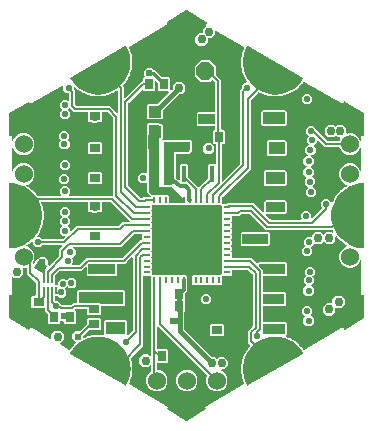
<source format=gbr>
G04 EAGLE Gerber RS-274X export*
G75*
%MOMM*%
%FSLAX34Y34*%
%LPD*%
%INBottom Copper*%
%IPPOS*%
%AMOC8*
5,1,8,0,0,1.08239X$1,22.5*%
G01*
%ADD10R,0.700000X0.900000*%
%ADD11R,1.100000X1.000000*%
%ADD12P,1.649562X8X22.500000*%
%ADD13C,1.524000*%
%ADD14R,0.900000X0.700000*%
%ADD15R,0.254000X0.550000*%
%ADD16R,0.550000X0.254000*%
%ADD17R,5.600000X5.600000*%
%ADD18R,0.400000X1.399997*%
%ADD19C,1.000000*%
%ADD20C,1.530000*%
%ADD21R,0.150000X0.500000*%
%ADD22R,0.800000X0.500000*%
%ADD23C,0.304800*%
%ADD24C,0.750000*%
%ADD25C,0.406400*%
%ADD26C,0.604800*%
%ADD27C,0.203200*%
%ADD28C,0.152400*%
%ADD29C,0.554800*%
%ADD30C,0.600000*%
%ADD31C,0.254000*%

G36*
X18Y-656D02*
X18Y-656D01*
X96Y-657D01*
X119Y-648D01*
X139Y-646D01*
X178Y-626D01*
X252Y-599D01*
X16706Y8901D01*
X16728Y8920D01*
X16753Y8932D01*
X16788Y8970D01*
X16791Y8972D01*
X16794Y8977D01*
X16801Y8985D01*
X16855Y9033D01*
X16867Y9059D01*
X16886Y9080D01*
X16910Y9148D01*
X16941Y9212D01*
X16942Y9241D01*
X16952Y9268D01*
X16947Y9339D01*
X16950Y9411D01*
X16940Y9438D01*
X16938Y9466D01*
X16895Y9558D01*
X16881Y9597D01*
X16873Y9605D01*
X16868Y9617D01*
X15739Y11257D01*
X48468Y30154D01*
X48501Y30181D01*
X48538Y30200D01*
X48586Y30253D01*
X48640Y30298D01*
X48660Y30335D01*
X48689Y30366D01*
X48715Y30432D01*
X48750Y30494D01*
X48757Y30535D01*
X48772Y30575D01*
X48774Y30645D01*
X48785Y30715D01*
X48777Y30757D01*
X48778Y30799D01*
X48751Y30886D01*
X48741Y30935D01*
X48730Y30953D01*
X48723Y30978D01*
X48422Y31603D01*
X48359Y31689D01*
X48298Y31777D01*
X48293Y31781D01*
X48290Y31784D01*
X48264Y31802D01*
X48181Y31863D01*
X47990Y32482D01*
X47972Y32517D01*
X47956Y32570D01*
X47673Y33157D01*
X47683Y33218D01*
X47702Y33323D01*
X47701Y33329D01*
X47702Y33334D01*
X47696Y33365D01*
X47681Y33463D01*
X47680Y33479D01*
X47677Y33486D01*
X47674Y33509D01*
X47000Y35693D01*
X46951Y35788D01*
X46903Y35884D01*
X46899Y35888D01*
X46897Y35892D01*
X46873Y35914D01*
X46801Y35986D01*
X46704Y36627D01*
X46700Y36639D01*
X46700Y36650D01*
X46690Y36674D01*
X46683Y36719D01*
X46492Y37341D01*
X46510Y37400D01*
X46545Y37502D01*
X46545Y37507D01*
X46546Y37512D01*
X46545Y37544D01*
X46544Y37689D01*
X46204Y39949D01*
X46170Y40049D01*
X46137Y40152D01*
X46133Y40157D01*
X46132Y40161D01*
X46112Y40186D01*
X46051Y40268D01*
X46051Y40917D01*
X46044Y40956D01*
X46044Y41011D01*
X45947Y41655D01*
X45974Y41710D01*
X46023Y41806D01*
X46024Y41811D01*
X46026Y41816D01*
X46029Y41847D01*
X46051Y41991D01*
X46051Y44276D01*
X46032Y44382D01*
X46015Y44487D01*
X46012Y44493D01*
X46011Y44497D01*
X45995Y44525D01*
X45947Y44615D01*
X45955Y44671D01*
X46044Y45256D01*
X46043Y45296D01*
X46051Y45351D01*
X46051Y46001D01*
X46086Y46051D01*
X46149Y46139D01*
X46150Y46145D01*
X46153Y46149D01*
X46161Y46179D01*
X46204Y46318D01*
X46242Y46573D01*
X46242Y46574D01*
X46544Y48578D01*
X46541Y48685D01*
X46540Y48792D01*
X46538Y48798D01*
X46538Y48803D01*
X46526Y48832D01*
X46492Y48929D01*
X46683Y49548D01*
X46688Y49587D01*
X46705Y49641D01*
X46720Y49745D01*
X46801Y50284D01*
X46844Y50329D01*
X46919Y50406D01*
X46921Y50411D01*
X46925Y50414D01*
X46937Y50443D01*
X47000Y50575D01*
X47674Y52759D01*
X47687Y52864D01*
X47701Y52971D01*
X47700Y52977D01*
X47701Y52981D01*
X47694Y53012D01*
X47674Y53113D01*
X47956Y53697D01*
X47966Y53735D01*
X47990Y53785D01*
X48182Y54407D01*
X48231Y54445D01*
X48316Y54510D01*
X48320Y54514D01*
X48323Y54517D01*
X48340Y54545D01*
X48422Y54665D01*
X49413Y56724D01*
X49442Y56827D01*
X49472Y56930D01*
X49472Y56935D01*
X49474Y56940D01*
X49471Y56972D01*
X49467Y57074D01*
X49832Y57610D01*
X49848Y57646D01*
X49880Y57692D01*
X50162Y58278D01*
X50216Y58309D01*
X50310Y58360D01*
X50314Y58364D01*
X50318Y58366D01*
X50339Y58391D01*
X50437Y58497D01*
X51725Y60386D01*
X51768Y60483D01*
X51814Y60580D01*
X51814Y60586D01*
X51816Y60590D01*
X51818Y60622D01*
X51830Y60724D01*
X52271Y61199D01*
X52292Y61232D01*
X52330Y61273D01*
X52696Y61811D01*
X52754Y61833D01*
X52855Y61869D01*
X52860Y61873D01*
X52864Y61875D01*
X52888Y61896D01*
X53001Y61986D01*
X53666Y62703D01*
X53696Y62749D01*
X53733Y62788D01*
X53756Y62842D01*
X53787Y62892D01*
X53799Y62945D01*
X53820Y62995D01*
X53823Y63053D01*
X53835Y63111D01*
X53828Y63165D01*
X53830Y63219D01*
X53812Y63275D01*
X53804Y63333D01*
X53778Y63381D01*
X53761Y63432D01*
X53719Y63490D01*
X53697Y63531D01*
X53674Y63551D01*
X53650Y63583D01*
X51815Y65418D01*
X51815Y67746D01*
X51808Y67788D01*
X51810Y67830D01*
X51788Y67897D01*
X51787Y67902D01*
X51787Y75316D01*
X55582Y79111D01*
X55606Y79146D01*
X55638Y79174D01*
X55670Y79237D01*
X55710Y79295D01*
X55721Y79336D01*
X55740Y79374D01*
X55754Y79464D01*
X55766Y79512D01*
X55764Y79533D01*
X55768Y79559D01*
X55768Y123299D01*
X55760Y123341D01*
X55762Y123384D01*
X55741Y123451D01*
X55728Y123520D01*
X55707Y123557D01*
X55694Y123597D01*
X55640Y123670D01*
X55614Y123713D01*
X55598Y123727D01*
X55582Y123748D01*
X52162Y127167D01*
X52128Y127192D01*
X52099Y127223D01*
X52036Y127255D01*
X51978Y127296D01*
X51937Y127306D01*
X51899Y127326D01*
X51810Y127339D01*
X51761Y127352D01*
X51740Y127349D01*
X51714Y127353D01*
X38709Y127353D01*
X38644Y127342D01*
X38578Y127340D01*
X38535Y127322D01*
X38488Y127314D01*
X38431Y127280D01*
X38371Y127255D01*
X38336Y127224D01*
X38295Y127199D01*
X38253Y127148D01*
X38205Y127104D01*
X38183Y127062D01*
X38154Y127025D01*
X38133Y126963D01*
X38102Y126904D01*
X38094Y126850D01*
X38082Y126813D01*
X38083Y126773D01*
X38075Y126719D01*
X38075Y122991D01*
X37182Y122098D01*
X30936Y122098D01*
X30871Y122087D01*
X30805Y122085D01*
X30762Y122067D01*
X30715Y122059D01*
X30658Y122025D01*
X30598Y122000D01*
X30563Y121969D01*
X30522Y121944D01*
X30480Y121893D01*
X30432Y121849D01*
X30410Y121807D01*
X30381Y121770D01*
X30360Y121708D01*
X30329Y121649D01*
X30321Y121595D01*
X30309Y121558D01*
X30310Y121518D01*
X30302Y121464D01*
X30302Y115218D01*
X29409Y114325D01*
X25605Y114325D01*
X25455Y114476D01*
X25401Y114513D01*
X25353Y114558D01*
X25310Y114577D01*
X25271Y114604D01*
X25207Y114620D01*
X25146Y114646D01*
X25099Y114648D01*
X25054Y114660D01*
X24988Y114653D01*
X24922Y114656D01*
X24877Y114641D01*
X24830Y114637D01*
X24771Y114607D01*
X24709Y114587D01*
X24664Y114554D01*
X24629Y114537D01*
X24602Y114508D01*
X24558Y114476D01*
X24408Y114325D01*
X20604Y114325D01*
X20454Y114476D01*
X20399Y114514D01*
X20352Y114559D01*
X20308Y114577D01*
X20269Y114604D01*
X20206Y114621D01*
X20145Y114646D01*
X20098Y114648D01*
X20052Y114660D01*
X19987Y114653D01*
X19921Y114656D01*
X19876Y114642D01*
X19829Y114637D01*
X19770Y114608D01*
X19707Y114588D01*
X19663Y114555D01*
X19628Y114538D01*
X19601Y114509D01*
X19557Y114476D01*
X19406Y114325D01*
X15602Y114325D01*
X15452Y114476D01*
X15398Y114513D01*
X15350Y114558D01*
X15307Y114577D01*
X15268Y114604D01*
X15204Y114620D01*
X15143Y114646D01*
X15096Y114648D01*
X15051Y114660D01*
X14985Y114653D01*
X14919Y114656D01*
X14874Y114641D01*
X14827Y114637D01*
X14768Y114607D01*
X14706Y114587D01*
X14661Y114554D01*
X14626Y114537D01*
X14599Y114508D01*
X14555Y114476D01*
X14405Y114325D01*
X10601Y114325D01*
X10451Y114476D01*
X10397Y114513D01*
X10349Y114558D01*
X10306Y114577D01*
X10267Y114604D01*
X10203Y114620D01*
X10142Y114646D01*
X10095Y114648D01*
X10050Y114660D01*
X9984Y114653D01*
X9918Y114656D01*
X9873Y114641D01*
X9826Y114637D01*
X9767Y114607D01*
X9705Y114587D01*
X9660Y114554D01*
X9625Y114537D01*
X9598Y114508D01*
X9554Y114476D01*
X9404Y114325D01*
X5600Y114325D01*
X4707Y115218D01*
X4707Y121982D01*
X5600Y122875D01*
X9404Y122875D01*
X9554Y122724D01*
X9608Y122687D01*
X9656Y122642D01*
X9700Y122623D01*
X9738Y122596D01*
X9802Y122580D01*
X9863Y122554D01*
X9910Y122552D01*
X9956Y122540D01*
X10021Y122547D01*
X10087Y122544D01*
X10132Y122559D01*
X10179Y122563D01*
X10238Y122593D01*
X10300Y122613D01*
X10345Y122645D01*
X10380Y122663D01*
X10407Y122692D01*
X10451Y122724D01*
X10601Y122875D01*
X14405Y122875D01*
X14555Y122724D01*
X14609Y122687D01*
X14657Y122642D01*
X14701Y122623D01*
X14739Y122596D01*
X14803Y122580D01*
X14864Y122554D01*
X14911Y122552D01*
X14957Y122540D01*
X15022Y122547D01*
X15088Y122544D01*
X15133Y122559D01*
X15180Y122563D01*
X15239Y122593D01*
X15301Y122613D01*
X15346Y122645D01*
X15381Y122663D01*
X15408Y122692D01*
X15452Y122724D01*
X15602Y122875D01*
X19406Y122875D01*
X19557Y122724D01*
X19611Y122686D01*
X19658Y122641D01*
X19702Y122623D01*
X19741Y122596D01*
X19804Y122579D01*
X19865Y122554D01*
X19912Y122552D01*
X19958Y122540D01*
X20023Y122547D01*
X20089Y122544D01*
X20134Y122558D01*
X20181Y122563D01*
X20240Y122592D01*
X20303Y122612D01*
X20347Y122645D01*
X20382Y122662D01*
X20409Y122691D01*
X20454Y122724D01*
X20604Y122875D01*
X24408Y122875D01*
X24558Y122724D01*
X24612Y122687D01*
X24660Y122642D01*
X24704Y122623D01*
X24742Y122596D01*
X24806Y122580D01*
X24867Y122554D01*
X24914Y122552D01*
X24960Y122540D01*
X25025Y122547D01*
X25091Y122544D01*
X25136Y122559D01*
X25183Y122563D01*
X25242Y122593D01*
X25304Y122613D01*
X25349Y122645D01*
X25384Y122663D01*
X25411Y122692D01*
X25455Y122724D01*
X25605Y122875D01*
X28891Y122875D01*
X28956Y122886D01*
X29022Y122888D01*
X29065Y122906D01*
X29112Y122914D01*
X29169Y122948D01*
X29229Y122973D01*
X29264Y123004D01*
X29305Y123029D01*
X29347Y123080D01*
X29395Y123124D01*
X29417Y123166D01*
X29446Y123203D01*
X29467Y123265D01*
X29498Y123324D01*
X29506Y123378D01*
X29518Y123415D01*
X29517Y123455D01*
X29525Y123509D01*
X29525Y126795D01*
X29676Y126945D01*
X29713Y126999D01*
X29758Y127047D01*
X29777Y127091D01*
X29804Y127129D01*
X29820Y127193D01*
X29846Y127254D01*
X29848Y127301D01*
X29860Y127347D01*
X29853Y127412D01*
X29856Y127478D01*
X29841Y127523D01*
X29837Y127570D01*
X29807Y127629D01*
X29787Y127691D01*
X29755Y127736D01*
X29737Y127771D01*
X29708Y127798D01*
X29676Y127842D01*
X29525Y127992D01*
X29525Y131796D01*
X29676Y131947D01*
X29714Y132001D01*
X29759Y132048D01*
X29777Y132092D01*
X29804Y132131D01*
X29821Y132194D01*
X29846Y132255D01*
X29848Y132302D01*
X29860Y132348D01*
X29853Y132413D01*
X29856Y132479D01*
X29842Y132524D01*
X29837Y132571D01*
X29808Y132630D01*
X29788Y132693D01*
X29755Y132737D01*
X29738Y132772D01*
X29709Y132799D01*
X29676Y132844D01*
X29525Y132994D01*
X29525Y136798D01*
X29676Y136948D01*
X29713Y137002D01*
X29758Y137050D01*
X29777Y137094D01*
X29804Y137132D01*
X29820Y137196D01*
X29846Y137257D01*
X29848Y137304D01*
X29860Y137350D01*
X29853Y137415D01*
X29856Y137481D01*
X29841Y137526D01*
X29837Y137573D01*
X29807Y137632D01*
X29787Y137694D01*
X29755Y137739D01*
X29737Y137774D01*
X29708Y137801D01*
X29676Y137845D01*
X29525Y137995D01*
X29525Y141799D01*
X29676Y141949D01*
X29713Y142003D01*
X29758Y142051D01*
X29777Y142095D01*
X29804Y142133D01*
X29820Y142197D01*
X29846Y142258D01*
X29848Y142305D01*
X29860Y142351D01*
X29853Y142416D01*
X29856Y142482D01*
X29841Y142527D01*
X29837Y142574D01*
X29807Y142633D01*
X29787Y142695D01*
X29755Y142740D01*
X29737Y142775D01*
X29708Y142802D01*
X29676Y142846D01*
X29525Y142996D01*
X29525Y146800D01*
X29676Y146950D01*
X29713Y147004D01*
X29758Y147052D01*
X29777Y147096D01*
X29804Y147134D01*
X29820Y147198D01*
X29846Y147259D01*
X29848Y147306D01*
X29860Y147352D01*
X29853Y147417D01*
X29856Y147483D01*
X29841Y147528D01*
X29837Y147575D01*
X29807Y147634D01*
X29787Y147696D01*
X29755Y147741D01*
X29737Y147776D01*
X29708Y147803D01*
X29676Y147847D01*
X29525Y147997D01*
X29525Y151801D01*
X29676Y151952D01*
X29714Y152006D01*
X29759Y152053D01*
X29777Y152097D01*
X29804Y152136D01*
X29821Y152199D01*
X29846Y152260D01*
X29848Y152307D01*
X29860Y152353D01*
X29853Y152418D01*
X29856Y152484D01*
X29842Y152529D01*
X29837Y152576D01*
X29808Y152635D01*
X29788Y152698D01*
X29755Y152742D01*
X29738Y152777D01*
X29709Y152804D01*
X29676Y152849D01*
X29525Y152999D01*
X29525Y156803D01*
X29676Y156953D01*
X29713Y157007D01*
X29758Y157055D01*
X29777Y157099D01*
X29804Y157137D01*
X29820Y157201D01*
X29846Y157262D01*
X29848Y157309D01*
X29860Y157355D01*
X29853Y157420D01*
X29856Y157486D01*
X29841Y157531D01*
X29837Y157578D01*
X29807Y157637D01*
X29787Y157699D01*
X29755Y157744D01*
X29737Y157779D01*
X29708Y157806D01*
X29676Y157850D01*
X29525Y158000D01*
X29525Y161804D01*
X29676Y161954D01*
X29713Y162008D01*
X29758Y162056D01*
X29777Y162099D01*
X29804Y162138D01*
X29820Y162202D01*
X29846Y162263D01*
X29848Y162310D01*
X29860Y162355D01*
X29853Y162421D01*
X29856Y162487D01*
X29841Y162532D01*
X29837Y162579D01*
X29807Y162638D01*
X29787Y162700D01*
X29754Y162745D01*
X29737Y162780D01*
X29708Y162807D01*
X29676Y162851D01*
X29525Y163001D01*
X29525Y166805D01*
X29676Y166955D01*
X29713Y167009D01*
X29758Y167057D01*
X29777Y167101D01*
X29804Y167139D01*
X29820Y167203D01*
X29846Y167264D01*
X29848Y167311D01*
X29860Y167357D01*
X29853Y167422D01*
X29856Y167488D01*
X29841Y167533D01*
X29837Y167580D01*
X29807Y167639D01*
X29787Y167701D01*
X29755Y167746D01*
X29737Y167781D01*
X29708Y167808D01*
X29676Y167852D01*
X29525Y168002D01*
X29525Y171806D01*
X29676Y171957D01*
X29714Y172011D01*
X29759Y172058D01*
X29777Y172102D01*
X29804Y172141D01*
X29821Y172204D01*
X29846Y172265D01*
X29848Y172312D01*
X29860Y172358D01*
X29853Y172423D01*
X29856Y172489D01*
X29842Y172534D01*
X29837Y172581D01*
X29808Y172640D01*
X29788Y172703D01*
X29755Y172747D01*
X29738Y172782D01*
X29709Y172809D01*
X29676Y172854D01*
X29525Y173004D01*
X29525Y176808D01*
X29676Y176958D01*
X29713Y177012D01*
X29758Y177060D01*
X29777Y177104D01*
X29804Y177142D01*
X29820Y177206D01*
X29846Y177267D01*
X29848Y177314D01*
X29860Y177360D01*
X29853Y177425D01*
X29856Y177491D01*
X29841Y177536D01*
X29837Y177583D01*
X29807Y177642D01*
X29787Y177704D01*
X29755Y177749D01*
X29737Y177784D01*
X29708Y177811D01*
X29676Y177855D01*
X29525Y178005D01*
X29525Y181291D01*
X29514Y181356D01*
X29512Y181422D01*
X29494Y181465D01*
X29486Y181512D01*
X29452Y181569D01*
X29427Y181629D01*
X29396Y181664D01*
X29371Y181705D01*
X29320Y181747D01*
X29276Y181795D01*
X29234Y181817D01*
X29197Y181846D01*
X29135Y181867D01*
X29076Y181898D01*
X29022Y181906D01*
X28985Y181918D01*
X28945Y181917D01*
X28891Y181925D01*
X25605Y181925D01*
X25455Y182076D01*
X25401Y182113D01*
X25353Y182158D01*
X25309Y182177D01*
X25271Y182204D01*
X25207Y182220D01*
X25146Y182246D01*
X25099Y182248D01*
X25053Y182260D01*
X24988Y182253D01*
X24922Y182256D01*
X24877Y182241D01*
X24830Y182237D01*
X24771Y182207D01*
X24709Y182187D01*
X24664Y182155D01*
X24629Y182137D01*
X24602Y182108D01*
X24558Y182076D01*
X24408Y181925D01*
X20604Y181925D01*
X20453Y182076D01*
X20399Y182114D01*
X20352Y182159D01*
X20308Y182177D01*
X20269Y182204D01*
X20206Y182221D01*
X20145Y182246D01*
X20098Y182248D01*
X20052Y182260D01*
X19987Y182253D01*
X19921Y182256D01*
X19876Y182242D01*
X19829Y182237D01*
X19770Y182208D01*
X19707Y182188D01*
X19663Y182155D01*
X19628Y182138D01*
X19601Y182109D01*
X19556Y182076D01*
X19406Y181925D01*
X15602Y181925D01*
X15452Y182076D01*
X15398Y182113D01*
X15350Y182158D01*
X15306Y182177D01*
X15268Y182204D01*
X15204Y182220D01*
X15143Y182246D01*
X15096Y182248D01*
X15050Y182260D01*
X14985Y182253D01*
X14919Y182256D01*
X14874Y182241D01*
X14827Y182237D01*
X14768Y182207D01*
X14706Y182187D01*
X14661Y182155D01*
X14626Y182137D01*
X14599Y182108D01*
X14555Y182076D01*
X14405Y181925D01*
X10601Y181925D01*
X10451Y182076D01*
X10397Y182113D01*
X10349Y182158D01*
X10305Y182177D01*
X10267Y182204D01*
X10203Y182220D01*
X10142Y182246D01*
X10095Y182248D01*
X10049Y182260D01*
X9984Y182253D01*
X9918Y182256D01*
X9873Y182241D01*
X9826Y182237D01*
X9767Y182207D01*
X9705Y182187D01*
X9660Y182155D01*
X9625Y182137D01*
X9598Y182108D01*
X9554Y182076D01*
X9404Y181925D01*
X5600Y181925D01*
X5450Y182076D01*
X5396Y182113D01*
X5348Y182158D01*
X5304Y182177D01*
X5266Y182204D01*
X5202Y182220D01*
X5141Y182246D01*
X5094Y182248D01*
X5048Y182260D01*
X4983Y182253D01*
X4917Y182256D01*
X4872Y182241D01*
X4825Y182237D01*
X4766Y182207D01*
X4704Y182187D01*
X4659Y182155D01*
X4624Y182137D01*
X4597Y182108D01*
X4553Y182076D01*
X4403Y181925D01*
X599Y181925D01*
X449Y182076D01*
X394Y182114D01*
X347Y182159D01*
X303Y182177D01*
X264Y182204D01*
X201Y182221D01*
X140Y182246D01*
X93Y182248D01*
X47Y182260D01*
X-19Y182253D01*
X-84Y182256D01*
X-129Y182242D01*
X-176Y182237D01*
X-235Y182208D01*
X-298Y182188D01*
X-342Y182155D01*
X-377Y182138D01*
X-404Y182109D01*
X-449Y182076D01*
X-599Y181925D01*
X-4403Y181925D01*
X-4536Y182058D01*
X-4571Y182083D01*
X-4599Y182114D01*
X-4662Y182146D01*
X-4720Y182187D01*
X-4761Y182197D01*
X-4799Y182217D01*
X-4878Y182228D01*
X-4879Y182229D01*
X-4880Y182229D01*
X-4889Y182230D01*
X-4937Y182243D01*
X-4958Y182240D01*
X-4984Y182244D01*
X-5019Y182244D01*
X-5061Y182237D01*
X-5103Y182239D01*
X-5170Y182217D01*
X-5240Y182205D01*
X-5276Y182183D01*
X-5317Y182170D01*
X-5389Y182116D01*
X-5433Y182090D01*
X-5446Y182074D01*
X-5467Y182058D01*
X-5600Y181925D01*
X-9404Y181925D01*
X-9537Y182058D01*
X-9572Y182083D01*
X-9600Y182114D01*
X-9663Y182146D01*
X-9721Y182187D01*
X-9762Y182197D01*
X-9800Y182217D01*
X-9879Y182228D01*
X-9880Y182229D01*
X-9881Y182229D01*
X-9890Y182230D01*
X-9938Y182243D01*
X-9959Y182240D01*
X-9985Y182244D01*
X-10020Y182244D01*
X-10062Y182237D01*
X-10104Y182239D01*
X-10171Y182217D01*
X-10241Y182205D01*
X-10277Y182183D01*
X-10318Y182170D01*
X-10390Y182116D01*
X-10434Y182090D01*
X-10447Y182074D01*
X-10468Y182058D01*
X-10601Y181925D01*
X-14405Y181925D01*
X-14538Y182058D01*
X-14573Y182083D01*
X-14601Y182114D01*
X-14664Y182146D01*
X-14722Y182187D01*
X-14763Y182197D01*
X-14801Y182217D01*
X-14880Y182228D01*
X-14881Y182229D01*
X-14882Y182229D01*
X-14891Y182230D01*
X-14939Y182243D01*
X-14960Y182240D01*
X-14986Y182244D01*
X-15021Y182244D01*
X-15063Y182237D01*
X-15105Y182239D01*
X-15172Y182217D01*
X-15242Y182205D01*
X-15278Y182183D01*
X-15319Y182170D01*
X-15391Y182116D01*
X-15435Y182090D01*
X-15448Y182074D01*
X-15469Y182058D01*
X-15602Y181925D01*
X-19406Y181925D01*
X-19557Y182076D01*
X-19611Y182114D01*
X-19658Y182159D01*
X-19702Y182177D01*
X-19741Y182204D01*
X-19804Y182221D01*
X-19865Y182246D01*
X-19912Y182248D01*
X-19958Y182260D01*
X-20023Y182253D01*
X-20089Y182256D01*
X-20134Y182242D01*
X-20181Y182237D01*
X-20240Y182208D01*
X-20303Y182188D01*
X-20347Y182155D01*
X-20382Y182138D01*
X-20409Y182109D01*
X-20454Y182076D01*
X-20604Y181925D01*
X-24408Y181925D01*
X-24558Y182076D01*
X-24612Y182113D01*
X-24660Y182158D01*
X-24704Y182177D01*
X-24742Y182204D01*
X-24806Y182220D01*
X-24867Y182246D01*
X-24914Y182248D01*
X-24960Y182260D01*
X-25025Y182253D01*
X-25091Y182256D01*
X-25136Y182241D01*
X-25183Y182237D01*
X-25242Y182207D01*
X-25304Y182187D01*
X-25349Y182155D01*
X-25384Y182137D01*
X-25411Y182108D01*
X-25455Y182076D01*
X-25605Y181925D01*
X-28891Y181925D01*
X-28956Y181914D01*
X-29022Y181912D01*
X-29065Y181894D01*
X-29112Y181886D01*
X-29169Y181852D01*
X-29229Y181827D01*
X-29264Y181796D01*
X-29305Y181771D01*
X-29347Y181720D01*
X-29395Y181676D01*
X-29417Y181634D01*
X-29446Y181597D01*
X-29467Y181535D01*
X-29498Y181476D01*
X-29506Y181422D01*
X-29518Y181385D01*
X-29517Y181345D01*
X-29525Y181291D01*
X-29525Y178005D01*
X-29676Y177855D01*
X-29713Y177801D01*
X-29758Y177753D01*
X-29777Y177709D01*
X-29804Y177671D01*
X-29820Y177607D01*
X-29846Y177546D01*
X-29848Y177499D01*
X-29860Y177453D01*
X-29853Y177388D01*
X-29856Y177322D01*
X-29841Y177277D01*
X-29837Y177230D01*
X-29807Y177171D01*
X-29787Y177109D01*
X-29755Y177064D01*
X-29737Y177029D01*
X-29708Y177002D01*
X-29676Y176958D01*
X-29525Y176808D01*
X-29525Y173004D01*
X-29676Y172853D01*
X-29714Y172799D01*
X-29759Y172752D01*
X-29777Y172708D01*
X-29804Y172669D01*
X-29821Y172606D01*
X-29846Y172545D01*
X-29848Y172498D01*
X-29860Y172452D01*
X-29853Y172387D01*
X-29856Y172321D01*
X-29842Y172276D01*
X-29837Y172229D01*
X-29808Y172170D01*
X-29788Y172107D01*
X-29755Y172063D01*
X-29738Y172028D01*
X-29709Y172001D01*
X-29676Y171956D01*
X-29525Y171806D01*
X-29525Y168002D01*
X-29676Y167852D01*
X-29713Y167798D01*
X-29758Y167750D01*
X-29777Y167706D01*
X-29804Y167668D01*
X-29820Y167604D01*
X-29846Y167543D01*
X-29848Y167496D01*
X-29860Y167450D01*
X-29853Y167385D01*
X-29856Y167319D01*
X-29841Y167274D01*
X-29837Y167227D01*
X-29807Y167168D01*
X-29787Y167106D01*
X-29755Y167061D01*
X-29737Y167026D01*
X-29708Y166999D01*
X-29676Y166955D01*
X-29525Y166805D01*
X-29525Y163001D01*
X-29676Y162851D01*
X-29713Y162797D01*
X-29758Y162749D01*
X-29777Y162705D01*
X-29804Y162667D01*
X-29820Y162603D01*
X-29846Y162542D01*
X-29848Y162495D01*
X-29860Y162449D01*
X-29853Y162384D01*
X-29856Y162318D01*
X-29841Y162273D01*
X-29837Y162226D01*
X-29807Y162167D01*
X-29787Y162105D01*
X-29755Y162060D01*
X-29737Y162025D01*
X-29708Y161998D01*
X-29676Y161954D01*
X-29525Y161804D01*
X-29525Y158000D01*
X-29676Y157850D01*
X-29713Y157796D01*
X-29758Y157748D01*
X-29777Y157704D01*
X-29804Y157666D01*
X-29820Y157602D01*
X-29846Y157541D01*
X-29848Y157494D01*
X-29860Y157448D01*
X-29853Y157383D01*
X-29856Y157317D01*
X-29841Y157272D01*
X-29837Y157225D01*
X-29807Y157166D01*
X-29787Y157104D01*
X-29755Y157059D01*
X-29737Y157024D01*
X-29708Y156997D01*
X-29676Y156953D01*
X-29525Y156803D01*
X-29525Y152999D01*
X-29676Y152848D01*
X-29714Y152794D01*
X-29759Y152747D01*
X-29777Y152703D01*
X-29804Y152664D01*
X-29821Y152601D01*
X-29846Y152540D01*
X-29848Y152493D01*
X-29860Y152447D01*
X-29853Y152382D01*
X-29856Y152316D01*
X-29842Y152271D01*
X-29837Y152224D01*
X-29808Y152165D01*
X-29788Y152102D01*
X-29755Y152058D01*
X-29738Y152023D01*
X-29709Y151996D01*
X-29676Y151951D01*
X-29525Y151801D01*
X-29525Y147997D01*
X-29676Y147847D01*
X-29713Y147793D01*
X-29758Y147745D01*
X-29777Y147701D01*
X-29804Y147663D01*
X-29820Y147599D01*
X-29846Y147538D01*
X-29848Y147491D01*
X-29860Y147445D01*
X-29853Y147380D01*
X-29856Y147314D01*
X-29841Y147269D01*
X-29837Y147222D01*
X-29807Y147163D01*
X-29787Y147101D01*
X-29755Y147056D01*
X-29737Y147021D01*
X-29708Y146994D01*
X-29676Y146950D01*
X-29525Y146800D01*
X-29525Y142996D01*
X-29676Y142846D01*
X-29713Y142792D01*
X-29758Y142744D01*
X-29777Y142700D01*
X-29804Y142662D01*
X-29820Y142598D01*
X-29846Y142537D01*
X-29848Y142490D01*
X-29860Y142444D01*
X-29853Y142379D01*
X-29856Y142313D01*
X-29841Y142268D01*
X-29837Y142221D01*
X-29807Y142162D01*
X-29787Y142100D01*
X-29755Y142055D01*
X-29737Y142020D01*
X-29708Y141993D01*
X-29676Y141949D01*
X-29525Y141799D01*
X-29525Y137995D01*
X-29676Y137845D01*
X-29713Y137791D01*
X-29758Y137743D01*
X-29777Y137699D01*
X-29804Y137661D01*
X-29820Y137597D01*
X-29846Y137536D01*
X-29848Y137489D01*
X-29860Y137443D01*
X-29853Y137378D01*
X-29856Y137312D01*
X-29841Y137267D01*
X-29837Y137220D01*
X-29807Y137161D01*
X-29787Y137099D01*
X-29755Y137054D01*
X-29737Y137019D01*
X-29708Y136992D01*
X-29676Y136948D01*
X-29525Y136798D01*
X-29525Y132994D01*
X-29676Y132843D01*
X-29714Y132789D01*
X-29759Y132742D01*
X-29777Y132698D01*
X-29804Y132659D01*
X-29821Y132596D01*
X-29846Y132535D01*
X-29848Y132488D01*
X-29860Y132442D01*
X-29853Y132377D01*
X-29856Y132311D01*
X-29842Y132266D01*
X-29837Y132219D01*
X-29808Y132160D01*
X-29788Y132097D01*
X-29755Y132053D01*
X-29738Y132018D01*
X-29709Y131991D01*
X-29676Y131946D01*
X-29525Y131796D01*
X-29525Y127992D01*
X-29676Y127842D01*
X-29713Y127788D01*
X-29758Y127740D01*
X-29777Y127696D01*
X-29804Y127658D01*
X-29820Y127594D01*
X-29846Y127533D01*
X-29848Y127486D01*
X-29860Y127440D01*
X-29853Y127375D01*
X-29856Y127309D01*
X-29841Y127264D01*
X-29837Y127217D01*
X-29807Y127158D01*
X-29787Y127096D01*
X-29755Y127051D01*
X-29737Y127016D01*
X-29708Y126989D01*
X-29676Y126945D01*
X-29525Y126795D01*
X-29525Y123509D01*
X-29514Y123444D01*
X-29512Y123378D01*
X-29494Y123335D01*
X-29486Y123288D01*
X-29452Y123231D01*
X-29427Y123171D01*
X-29396Y123136D01*
X-29371Y123095D01*
X-29320Y123053D01*
X-29276Y123005D01*
X-29234Y122983D01*
X-29197Y122954D01*
X-29135Y122933D01*
X-29076Y122902D01*
X-29022Y122894D01*
X-28985Y122882D01*
X-28945Y122883D01*
X-28891Y122875D01*
X-25605Y122875D01*
X-25455Y122724D01*
X-25401Y122687D01*
X-25353Y122642D01*
X-25309Y122623D01*
X-25271Y122596D01*
X-25207Y122580D01*
X-25146Y122554D01*
X-25099Y122552D01*
X-25053Y122540D01*
X-24988Y122547D01*
X-24922Y122544D01*
X-24877Y122559D01*
X-24830Y122563D01*
X-24771Y122593D01*
X-24709Y122613D01*
X-24664Y122645D01*
X-24629Y122663D01*
X-24602Y122692D01*
X-24558Y122724D01*
X-24408Y122875D01*
X-20604Y122875D01*
X-20453Y122724D01*
X-20399Y122686D01*
X-20352Y122641D01*
X-20308Y122623D01*
X-20269Y122596D01*
X-20206Y122579D01*
X-20145Y122554D01*
X-20098Y122552D01*
X-20052Y122540D01*
X-19987Y122547D01*
X-19921Y122544D01*
X-19876Y122558D01*
X-19829Y122563D01*
X-19770Y122592D01*
X-19707Y122612D01*
X-19663Y122645D01*
X-19628Y122662D01*
X-19601Y122691D01*
X-19556Y122724D01*
X-19406Y122875D01*
X-15602Y122875D01*
X-15452Y122724D01*
X-15398Y122687D01*
X-15350Y122642D01*
X-15306Y122623D01*
X-15268Y122596D01*
X-15204Y122580D01*
X-15143Y122554D01*
X-15096Y122552D01*
X-15050Y122540D01*
X-14985Y122547D01*
X-14919Y122544D01*
X-14874Y122559D01*
X-14827Y122563D01*
X-14768Y122593D01*
X-14706Y122613D01*
X-14661Y122645D01*
X-14626Y122663D01*
X-14599Y122692D01*
X-14555Y122724D01*
X-14405Y122875D01*
X-10601Y122875D01*
X-10451Y122724D01*
X-10397Y122687D01*
X-10349Y122642D01*
X-10305Y122623D01*
X-10267Y122596D01*
X-10203Y122580D01*
X-10142Y122554D01*
X-10095Y122552D01*
X-10049Y122540D01*
X-9984Y122547D01*
X-9918Y122544D01*
X-9873Y122559D01*
X-9826Y122563D01*
X-9767Y122593D01*
X-9705Y122613D01*
X-9660Y122645D01*
X-9625Y122663D01*
X-9598Y122692D01*
X-9554Y122724D01*
X-9404Y122875D01*
X-5600Y122875D01*
X-5450Y122724D01*
X-5396Y122687D01*
X-5348Y122642D01*
X-5304Y122623D01*
X-5266Y122596D01*
X-5202Y122580D01*
X-5141Y122554D01*
X-5094Y122552D01*
X-5048Y122540D01*
X-4983Y122547D01*
X-4917Y122544D01*
X-4872Y122559D01*
X-4825Y122563D01*
X-4766Y122593D01*
X-4704Y122613D01*
X-4659Y122645D01*
X-4624Y122663D01*
X-4597Y122692D01*
X-4553Y122724D01*
X-4403Y122875D01*
X-599Y122875D01*
X294Y121982D01*
X294Y120380D01*
X301Y120338D01*
X299Y120295D01*
X321Y120228D01*
X333Y120159D01*
X355Y120122D01*
X368Y120082D01*
X422Y120009D01*
X448Y119965D01*
X464Y119952D01*
X480Y119931D01*
X548Y119863D01*
X548Y109099D01*
X-1290Y107261D01*
X-1314Y107227D01*
X-1345Y107198D01*
X-1377Y107135D01*
X-1418Y107077D01*
X-1428Y107036D01*
X-1448Y106998D01*
X-1461Y106909D01*
X-1474Y106860D01*
X-1471Y106839D01*
X-1475Y106813D01*
X-1475Y91706D01*
X-1901Y91280D01*
X-1926Y91245D01*
X-1957Y91216D01*
X-1989Y91153D01*
X-2030Y91096D01*
X-2040Y91054D01*
X-2060Y91017D01*
X-2073Y90927D01*
X-2086Y90878D01*
X-2083Y90857D01*
X-2087Y90831D01*
X-2087Y77255D01*
X-2080Y77214D01*
X-2082Y77171D01*
X-2060Y77104D01*
X-2048Y77035D01*
X-2026Y76998D01*
X-2013Y76958D01*
X-1959Y76885D01*
X-1933Y76841D01*
X-1917Y76828D01*
X-1901Y76807D01*
X21394Y53511D01*
X21429Y53487D01*
X21458Y53455D01*
X21521Y53423D01*
X21579Y53383D01*
X21620Y53372D01*
X21658Y53353D01*
X21747Y53339D01*
X21796Y53327D01*
X21817Y53329D01*
X21843Y53325D01*
X24010Y53325D01*
X25377Y51958D01*
X25431Y51920D01*
X25479Y51875D01*
X25522Y51857D01*
X25561Y51830D01*
X25625Y51814D01*
X25686Y51788D01*
X25733Y51786D01*
X25778Y51774D01*
X25844Y51781D01*
X25910Y51778D01*
X25955Y51792D01*
X26002Y51797D01*
X26061Y51826D01*
X26123Y51847D01*
X26167Y51879D01*
X26203Y51897D01*
X26230Y51925D01*
X26274Y51958D01*
X27597Y53281D01*
X31966Y53281D01*
X35056Y50191D01*
X35056Y45821D01*
X31966Y42731D01*
X29806Y42731D01*
X29707Y42713D01*
X29608Y42699D01*
X29597Y42694D01*
X29585Y42692D01*
X29499Y42640D01*
X29410Y42592D01*
X29403Y42584D01*
X29392Y42577D01*
X29329Y42499D01*
X29263Y42424D01*
X29258Y42412D01*
X29251Y42403D01*
X29219Y42308D01*
X29183Y42214D01*
X29183Y42202D01*
X29179Y42191D01*
X29182Y42091D01*
X29181Y41990D01*
X29185Y41978D01*
X29186Y41966D01*
X29223Y41874D01*
X29258Y41779D01*
X29266Y41770D01*
X29270Y41759D01*
X29338Y41684D01*
X29403Y41608D01*
X29414Y41601D01*
X29421Y41593D01*
X29462Y41572D01*
X29564Y41511D01*
X30580Y41090D01*
X33153Y38518D01*
X34545Y35157D01*
X34545Y31518D01*
X33153Y28157D01*
X30580Y25585D01*
X27219Y24193D01*
X23581Y24193D01*
X20220Y25585D01*
X17647Y28157D01*
X16255Y31518D01*
X16255Y35157D01*
X17186Y37404D01*
X17198Y37457D01*
X17219Y37507D01*
X17222Y37566D01*
X17234Y37624D01*
X17227Y37677D01*
X17229Y37731D01*
X17211Y37787D01*
X17203Y37846D01*
X17177Y37893D01*
X17160Y37945D01*
X17118Y38002D01*
X17096Y38043D01*
X17073Y38063D01*
X17049Y38095D01*
X-23884Y79028D01*
X-23957Y79079D01*
X-24026Y79135D01*
X-24048Y79142D01*
X-24068Y79156D01*
X-24154Y79178D01*
X-24238Y79207D01*
X-24262Y79206D01*
X-24285Y79212D01*
X-24374Y79203D01*
X-24463Y79200D01*
X-24485Y79191D01*
X-24508Y79189D01*
X-24588Y79149D01*
X-24670Y79116D01*
X-24688Y79100D01*
X-24709Y79089D01*
X-24770Y79024D01*
X-24836Y78964D01*
X-24847Y78943D01*
X-24863Y78926D01*
X-24898Y78844D01*
X-24939Y78765D01*
X-24942Y78739D01*
X-24951Y78719D01*
X-24953Y78669D01*
X-24966Y78579D01*
X-24966Y60634D01*
X-24955Y60569D01*
X-24953Y60503D01*
X-24935Y60460D01*
X-24927Y60413D01*
X-24893Y60356D01*
X-24868Y60296D01*
X-24837Y60261D01*
X-24812Y60220D01*
X-24761Y60178D01*
X-24717Y60130D01*
X-24675Y60108D01*
X-24638Y60079D01*
X-24576Y60058D01*
X-24517Y60027D01*
X-24463Y60019D01*
X-24426Y60007D01*
X-24386Y60008D01*
X-24332Y60000D01*
X-16656Y60000D01*
X-15763Y59107D01*
X-15763Y48843D01*
X-16656Y47950D01*
X-24332Y47950D01*
X-24397Y47939D01*
X-24463Y47937D01*
X-24506Y47919D01*
X-24553Y47911D01*
X-24610Y47877D01*
X-24670Y47852D01*
X-24705Y47821D01*
X-24746Y47796D01*
X-24788Y47745D01*
X-24836Y47701D01*
X-24858Y47659D01*
X-24887Y47622D01*
X-24908Y47560D01*
X-24939Y47501D01*
X-24947Y47447D01*
X-24959Y47410D01*
X-24959Y47396D01*
X-24959Y47395D01*
X-24958Y47368D01*
X-24966Y47316D01*
X-24966Y43116D01*
X-24955Y43052D01*
X-24953Y42986D01*
X-24935Y42942D01*
X-24927Y42896D01*
X-24893Y42839D01*
X-24868Y42778D01*
X-24837Y42743D01*
X-24812Y42702D01*
X-24761Y42661D01*
X-24717Y42612D01*
X-24675Y42591D01*
X-24638Y42561D01*
X-24576Y42540D01*
X-24517Y42510D01*
X-24463Y42502D01*
X-24426Y42489D01*
X-24386Y42490D01*
X-24332Y42482D01*
X-23581Y42482D01*
X-20220Y41090D01*
X-17647Y38518D01*
X-16255Y35157D01*
X-16255Y31518D01*
X-17647Y28157D01*
X-20220Y25585D01*
X-23581Y24193D01*
X-27219Y24193D01*
X-30580Y25585D01*
X-33153Y28157D01*
X-34545Y31518D01*
X-34545Y35157D01*
X-33153Y38518D01*
X-30580Y41090D01*
X-30439Y41148D01*
X-30394Y41178D01*
X-30344Y41198D01*
X-30300Y41238D01*
X-30250Y41270D01*
X-30218Y41313D01*
X-30178Y41349D01*
X-30151Y41402D01*
X-30116Y41449D01*
X-30100Y41501D01*
X-30075Y41549D01*
X-30065Y41619D01*
X-30052Y41664D01*
X-30054Y41694D01*
X-30048Y41734D01*
X-30048Y46051D01*
X-30060Y46120D01*
X-30061Y46164D01*
X-30068Y46179D01*
X-30073Y46228D01*
X-30083Y46249D01*
X-30087Y46272D01*
X-30133Y46349D01*
X-30172Y46429D01*
X-30189Y46445D01*
X-30202Y46466D01*
X-30271Y46522D01*
X-30335Y46583D01*
X-30357Y46592D01*
X-30376Y46607D01*
X-30460Y46635D01*
X-30542Y46670D01*
X-30566Y46671D01*
X-30588Y46679D01*
X-30677Y46676D01*
X-30766Y46680D01*
X-30789Y46673D01*
X-30813Y46672D01*
X-30895Y46639D01*
X-30980Y46611D01*
X-31001Y46596D01*
X-31020Y46588D01*
X-31058Y46554D01*
X-31103Y46520D01*
X-31114Y46514D01*
X-31118Y46509D01*
X-31130Y46500D01*
X-32613Y45017D01*
X-36983Y45017D01*
X-40073Y48107D01*
X-40073Y52477D01*
X-36983Y55567D01*
X-32613Y55567D01*
X-31130Y54084D01*
X-31057Y54033D01*
X-30988Y53977D01*
X-30966Y53970D01*
X-30946Y53956D01*
X-30860Y53934D01*
X-30776Y53905D01*
X-30752Y53906D01*
X-30729Y53900D01*
X-30640Y53909D01*
X-30551Y53912D01*
X-30529Y53921D01*
X-30506Y53923D01*
X-30426Y53963D01*
X-30344Y53996D01*
X-30326Y54012D01*
X-30305Y54023D01*
X-30244Y54087D01*
X-30178Y54148D01*
X-30167Y54169D01*
X-30151Y54186D01*
X-30116Y54268D01*
X-30075Y54347D01*
X-30072Y54373D01*
X-30063Y54393D01*
X-30061Y54443D01*
X-30048Y54533D01*
X-30048Y114702D01*
X-30055Y114744D01*
X-30053Y114786D01*
X-30075Y114853D01*
X-30087Y114923D01*
X-30109Y114959D01*
X-30122Y115000D01*
X-30176Y115072D01*
X-30202Y115116D01*
X-30218Y115129D01*
X-30234Y115150D01*
X-30302Y115218D01*
X-30302Y121464D01*
X-30313Y121529D01*
X-30315Y121595D01*
X-30333Y121638D01*
X-30341Y121685D01*
X-30375Y121742D01*
X-30400Y121802D01*
X-30431Y121837D01*
X-30456Y121878D01*
X-30507Y121920D01*
X-30551Y121968D01*
X-30593Y121990D01*
X-30630Y122019D01*
X-30692Y122040D01*
X-30751Y122071D01*
X-30805Y122079D01*
X-30842Y122091D01*
X-30882Y122090D01*
X-30936Y122098D01*
X-36195Y122098D01*
X-36260Y122087D01*
X-36326Y122085D01*
X-36369Y122067D01*
X-36416Y122059D01*
X-36473Y122025D01*
X-36533Y122000D01*
X-36568Y121969D01*
X-36609Y121944D01*
X-36651Y121893D01*
X-36699Y121849D01*
X-36721Y121807D01*
X-36750Y121770D01*
X-36771Y121708D01*
X-36802Y121649D01*
X-36810Y121595D01*
X-36822Y121558D01*
X-36821Y121518D01*
X-36829Y121464D01*
X-36829Y62832D01*
X-47207Y52455D01*
X-47221Y52435D01*
X-47240Y52419D01*
X-47285Y52343D01*
X-47335Y52271D01*
X-47341Y52247D01*
X-47353Y52226D01*
X-47369Y52139D01*
X-47391Y52053D01*
X-47388Y52029D01*
X-47393Y52005D01*
X-47371Y51863D01*
X-47368Y51830D01*
X-47365Y51826D01*
X-47364Y51819D01*
X-46980Y50571D01*
X-46931Y50476D01*
X-46883Y50380D01*
X-46879Y50376D01*
X-46877Y50372D01*
X-46854Y50351D01*
X-46781Y50278D01*
X-46685Y49637D01*
X-46672Y49599D01*
X-46663Y49544D01*
X-46472Y48923D01*
X-46491Y48863D01*
X-46525Y48762D01*
X-46525Y48756D01*
X-46526Y48752D01*
X-46525Y48720D01*
X-46525Y48574D01*
X-46185Y46312D01*
X-46150Y46210D01*
X-46117Y46109D01*
X-46114Y46104D01*
X-46112Y46100D01*
X-46092Y46075D01*
X-46032Y45993D01*
X-46032Y45344D01*
X-46025Y45305D01*
X-46025Y45250D01*
X-45928Y44606D01*
X-45955Y44552D01*
X-46004Y44456D01*
X-46005Y44450D01*
X-46007Y44446D01*
X-46011Y44415D01*
X-46032Y44270D01*
X-46033Y41982D01*
X-46014Y41877D01*
X-45997Y41771D01*
X-45994Y41766D01*
X-45993Y41762D01*
X-45977Y41735D01*
X-45929Y41644D01*
X-46018Y41053D01*
X-46019Y41053D01*
X-46026Y41003D01*
X-46025Y40963D01*
X-46033Y40908D01*
X-46033Y40258D01*
X-46069Y40207D01*
X-46131Y40120D01*
X-46133Y40114D01*
X-46136Y40110D01*
X-46144Y40080D01*
X-46187Y39941D01*
X-46528Y37678D01*
X-46525Y37571D01*
X-46524Y37464D01*
X-46522Y37459D01*
X-46522Y37454D01*
X-46510Y37425D01*
X-46476Y37328D01*
X-46668Y36709D01*
X-46672Y36669D01*
X-46689Y36616D01*
X-46689Y36613D01*
X-46785Y35979D01*
X-46786Y35973D01*
X-46828Y35928D01*
X-46903Y35851D01*
X-46906Y35846D01*
X-46909Y35843D01*
X-46922Y35813D01*
X-46985Y35682D01*
X-47660Y33496D01*
X-47665Y33454D01*
X-47669Y33442D01*
X-47668Y33424D01*
X-47673Y33390D01*
X-47687Y33284D01*
X-47686Y33278D01*
X-47687Y33274D01*
X-47679Y33243D01*
X-47660Y33142D01*
X-47942Y32558D01*
X-47953Y32520D01*
X-47977Y32470D01*
X-48168Y31848D01*
X-48218Y31810D01*
X-48303Y31746D01*
X-48306Y31741D01*
X-48310Y31738D01*
X-48327Y31711D01*
X-48408Y31591D01*
X-48706Y30972D01*
X-48718Y30931D01*
X-48738Y30894D01*
X-48747Y30824D01*
X-48766Y30756D01*
X-48763Y30714D01*
X-48769Y30672D01*
X-48753Y30603D01*
X-48748Y30532D01*
X-48730Y30494D01*
X-48720Y30453D01*
X-48682Y30393D01*
X-48652Y30329D01*
X-48622Y30300D01*
X-48599Y30264D01*
X-48528Y30208D01*
X-48492Y30172D01*
X-48473Y30164D01*
X-48452Y30148D01*
X-15766Y11276D01*
X-16886Y9657D01*
X-16897Y9631D01*
X-16915Y9609D01*
X-16936Y9540D01*
X-16964Y9474D01*
X-16964Y9446D01*
X-16972Y9418D01*
X-16964Y9347D01*
X-16965Y9276D01*
X-16954Y9249D01*
X-16950Y9221D01*
X-16916Y9158D01*
X-16888Y9092D01*
X-16867Y9072D01*
X-16853Y9047D01*
X-16776Y8983D01*
X-16745Y8953D01*
X-16735Y8949D01*
X-16725Y8941D01*
X-248Y-598D01*
X-174Y-623D01*
X-103Y-654D01*
X-81Y-655D01*
X-59Y-662D01*
X18Y-656D01*
G37*
G36*
X18893Y216487D02*
X18893Y216487D01*
X23813Y216487D01*
X23877Y216499D01*
X23943Y216501D01*
X23987Y216519D01*
X24033Y216527D01*
X24090Y216560D01*
X24151Y216585D01*
X24186Y216617D01*
X24227Y216641D01*
X24268Y216692D01*
X24317Y216736D01*
X24338Y216779D01*
X24368Y216815D01*
X24389Y216877D01*
X24419Y216936D01*
X24427Y216991D01*
X24440Y217028D01*
X24439Y217067D01*
X24447Y217121D01*
X24447Y233054D01*
X24435Y233118D01*
X24433Y233184D01*
X24415Y233228D01*
X24407Y233274D01*
X24374Y233331D01*
X24349Y233392D01*
X24317Y233427D01*
X24293Y233468D01*
X24242Y233509D01*
X24197Y233558D01*
X24155Y233579D01*
X24119Y233609D01*
X24057Y233630D01*
X23998Y233660D01*
X23943Y233668D01*
X23906Y233681D01*
X23886Y233680D01*
X23885Y233681D01*
X23864Y233680D01*
X23813Y233688D01*
X23006Y233688D01*
X22113Y234581D01*
X22113Y244844D01*
X23006Y245737D01*
X23813Y245737D01*
X23862Y245749D01*
X23913Y245751D01*
X23945Y245768D01*
X23981Y245777D01*
X24021Y245809D01*
X24065Y245834D01*
X24087Y245864D01*
X24115Y245887D01*
X24136Y245934D01*
X24165Y245975D01*
X24168Y245989D01*
X24188Y246029D01*
X24218Y246065D01*
X24239Y246127D01*
X24269Y246186D01*
X24277Y246241D01*
X24290Y246278D01*
X24289Y246317D01*
X24297Y246371D01*
X24297Y248285D01*
X24285Y248350D01*
X24283Y248416D01*
X24265Y248459D01*
X24257Y248506D01*
X24224Y248563D01*
X24199Y248623D01*
X24167Y248658D01*
X24143Y248699D01*
X24092Y248741D01*
X24047Y248789D01*
X24005Y248811D01*
X23969Y248840D01*
X23907Y248861D01*
X23848Y248892D01*
X23793Y248900D01*
X23756Y248912D01*
X23717Y248911D01*
X23663Y248919D01*
X9498Y248919D01*
X8381Y250036D01*
X8381Y259552D01*
X9498Y260668D01*
X23663Y260668D01*
X23727Y260680D01*
X23793Y260682D01*
X23837Y260700D01*
X23883Y260708D01*
X23940Y260741D01*
X24001Y260766D01*
X24036Y260798D01*
X24077Y260822D01*
X24118Y260873D01*
X24167Y260918D01*
X24188Y260960D01*
X24218Y260996D01*
X24239Y261058D01*
X24269Y261117D01*
X24277Y261172D01*
X24290Y261209D01*
X24289Y261248D01*
X24297Y261302D01*
X24297Y285330D01*
X24289Y285372D01*
X24291Y285414D01*
X24270Y285482D01*
X24257Y285551D01*
X24236Y285588D01*
X24223Y285628D01*
X24169Y285701D01*
X24143Y285744D01*
X24127Y285757D01*
X24111Y285779D01*
X22160Y287730D01*
X22106Y287768D01*
X22058Y287813D01*
X22014Y287831D01*
X21975Y287858D01*
X21912Y287875D01*
X21851Y287900D01*
X21804Y287902D01*
X21758Y287914D01*
X21693Y287907D01*
X21627Y287910D01*
X21582Y287896D01*
X21535Y287891D01*
X21476Y287862D01*
X21413Y287842D01*
X21369Y287809D01*
X21334Y287791D01*
X21307Y287763D01*
X21263Y287730D01*
X19663Y286130D01*
X12087Y286130D01*
X6730Y291487D01*
X6730Y299063D01*
X12087Y304420D01*
X19663Y304420D01*
X25020Y299063D01*
X25020Y292319D01*
X25027Y292277D01*
X25025Y292235D01*
X25047Y292168D01*
X25059Y292098D01*
X25081Y292062D01*
X25094Y292021D01*
X25148Y291948D01*
X25174Y291905D01*
X25190Y291892D01*
X25206Y291871D01*
X29378Y287698D01*
X29378Y246371D01*
X29390Y246307D01*
X29392Y246241D01*
X29410Y246197D01*
X29418Y246151D01*
X29451Y246094D01*
X29476Y246033D01*
X29508Y245998D01*
X29532Y245957D01*
X29583Y245916D01*
X29628Y245867D01*
X29670Y245846D01*
X29706Y245816D01*
X29768Y245795D01*
X29827Y245765D01*
X29882Y245757D01*
X29919Y245744D01*
X29958Y245745D01*
X30012Y245737D01*
X31269Y245737D01*
X32162Y244844D01*
X32162Y234581D01*
X31269Y233688D01*
X30162Y233688D01*
X30098Y233676D01*
X30032Y233674D01*
X29988Y233656D01*
X29942Y233648D01*
X29885Y233615D01*
X29824Y233590D01*
X29789Y233558D01*
X29748Y233534D01*
X29707Y233483D01*
X29658Y233438D01*
X29637Y233396D01*
X29607Y233360D01*
X29586Y233298D01*
X29556Y233239D01*
X29548Y233184D01*
X29535Y233147D01*
X29536Y233108D01*
X29528Y233054D01*
X29528Y202295D01*
X29544Y202207D01*
X29553Y202119D01*
X29564Y202097D01*
X29568Y202074D01*
X29613Y201997D01*
X29653Y201917D01*
X29670Y201901D01*
X29682Y201881D01*
X29751Y201825D01*
X29816Y201764D01*
X29838Y201754D01*
X29856Y201739D01*
X29940Y201711D01*
X30023Y201676D01*
X30046Y201675D01*
X30069Y201667D01*
X30158Y201670D01*
X30247Y201666D01*
X30269Y201673D01*
X30293Y201674D01*
X30375Y201707D01*
X30460Y201735D01*
X30482Y201751D01*
X30501Y201758D01*
X30538Y201792D01*
X30611Y201846D01*
X45204Y216440D01*
X45229Y216474D01*
X45260Y216503D01*
X45292Y216566D01*
X45332Y216624D01*
X45343Y216665D01*
X45362Y216703D01*
X45376Y216792D01*
X45388Y216841D01*
X45386Y216862D01*
X45390Y216888D01*
X45390Y279288D01*
X46621Y280519D01*
X46646Y280554D01*
X46677Y280583D01*
X46709Y280646D01*
X46749Y280703D01*
X46760Y280744D01*
X46779Y280782D01*
X46793Y280872D01*
X46805Y280921D01*
X46803Y280941D01*
X46807Y280968D01*
X46807Y283191D01*
X49325Y285709D01*
X50489Y285709D01*
X50518Y285715D01*
X50548Y285712D01*
X50628Y285734D01*
X50709Y285749D01*
X50735Y285764D01*
X50764Y285772D01*
X50831Y285821D01*
X50903Y285863D01*
X50922Y285886D01*
X50946Y285904D01*
X50992Y285973D01*
X51044Y286037D01*
X51054Y286066D01*
X51070Y286091D01*
X51089Y286171D01*
X51116Y286250D01*
X51115Y286280D01*
X51122Y286309D01*
X51112Y286391D01*
X51109Y286474D01*
X51098Y286502D01*
X51094Y286532D01*
X51042Y286640D01*
X51025Y286682D01*
X51018Y286689D01*
X51013Y286701D01*
X50416Y287576D01*
X50341Y287653D01*
X50267Y287730D01*
X50262Y287733D01*
X50259Y287736D01*
X50230Y287750D01*
X50140Y287798D01*
X49859Y288382D01*
X49835Y288414D01*
X49811Y288464D01*
X49445Y289002D01*
X49445Y289064D01*
X49448Y289171D01*
X49447Y289176D01*
X49447Y289181D01*
X49436Y289211D01*
X49393Y289350D01*
X48401Y291411D01*
X48338Y291498D01*
X48277Y291586D01*
X48272Y291589D01*
X48269Y291593D01*
X48243Y291611D01*
X48161Y291672D01*
X47970Y292291D01*
X47952Y292326D01*
X47935Y292379D01*
X47653Y292966D01*
X47663Y293026D01*
X47682Y293132D01*
X47681Y293138D01*
X47681Y293143D01*
X47675Y293174D01*
X47653Y293318D01*
X46980Y295504D01*
X46931Y295599D01*
X46930Y295600D01*
X46917Y295632D01*
X46911Y295639D01*
X46883Y295695D01*
X46879Y295699D01*
X46877Y295703D01*
X46854Y295724D01*
X46781Y295797D01*
X46685Y296438D01*
X46672Y296476D01*
X46663Y296531D01*
X46472Y297152D01*
X46491Y297212D01*
X46525Y297313D01*
X46525Y297319D01*
X46526Y297323D01*
X46525Y297355D01*
X46525Y297501D01*
X46185Y299763D01*
X46150Y299865D01*
X46117Y299966D01*
X46114Y299971D01*
X46112Y299975D01*
X46092Y300000D01*
X46032Y300082D01*
X46032Y300731D01*
X46025Y300770D01*
X46025Y300825D01*
X45928Y301469D01*
X45955Y301523D01*
X46004Y301619D01*
X46005Y301625D01*
X46007Y301629D01*
X46011Y301660D01*
X46032Y301805D01*
X46033Y304093D01*
X46014Y304198D01*
X45997Y304304D01*
X45994Y304309D01*
X45993Y304313D01*
X45977Y304341D01*
X45929Y304431D01*
X45972Y304713D01*
X45972Y304714D01*
X46026Y305072D01*
X46025Y305112D01*
X46033Y305167D01*
X46033Y305817D01*
X46069Y305868D01*
X46131Y305955D01*
X46133Y305961D01*
X46136Y305965D01*
X46144Y305995D01*
X46187Y306134D01*
X46451Y307884D01*
X46451Y307885D01*
X46528Y308396D01*
X46525Y308503D01*
X46524Y308611D01*
X46522Y308616D01*
X46522Y308621D01*
X46510Y308650D01*
X46476Y308747D01*
X46668Y309366D01*
X46672Y309406D01*
X46689Y309459D01*
X46738Y309787D01*
X46786Y310102D01*
X46828Y310147D01*
X46903Y310224D01*
X46906Y310229D01*
X46909Y310232D01*
X46922Y310262D01*
X46985Y310393D01*
X47660Y312579D01*
X47673Y312685D01*
X47687Y312791D01*
X47686Y312797D01*
X47687Y312801D01*
X47679Y312832D01*
X47660Y312933D01*
X47942Y313517D01*
X47953Y313555D01*
X47977Y313605D01*
X48168Y314227D01*
X48218Y314265D01*
X48303Y314329D01*
X48306Y314334D01*
X48310Y314337D01*
X48327Y314364D01*
X48408Y314484D01*
X48706Y315103D01*
X48718Y315144D01*
X48738Y315181D01*
X48747Y315251D01*
X48766Y315319D01*
X48763Y315361D01*
X48769Y315403D01*
X48753Y315472D01*
X48748Y315542D01*
X48730Y315581D01*
X48720Y315622D01*
X48682Y315682D01*
X48652Y315746D01*
X48622Y315775D01*
X48599Y315811D01*
X48528Y315867D01*
X48492Y315903D01*
X48473Y315911D01*
X48452Y315927D01*
X25022Y329455D01*
X25016Y329457D01*
X25011Y329461D01*
X24911Y329495D01*
X24811Y329531D01*
X24805Y329531D01*
X24799Y329533D01*
X24693Y329530D01*
X24587Y329529D01*
X24581Y329527D01*
X24574Y329526D01*
X24477Y329487D01*
X24377Y329449D01*
X24372Y329445D01*
X24367Y329442D01*
X24288Y329371D01*
X24209Y329301D01*
X24206Y329295D01*
X24201Y329291D01*
X24152Y329196D01*
X24102Y329103D01*
X24101Y329097D01*
X24098Y329091D01*
X24071Y328906D01*
X24071Y326174D01*
X20981Y323084D01*
X18609Y323084D01*
X18544Y323072D01*
X18478Y323070D01*
X18435Y323052D01*
X18388Y323044D01*
X18331Y323011D01*
X18271Y322986D01*
X18236Y322954D01*
X18195Y322930D01*
X18153Y322879D01*
X18105Y322834D01*
X18083Y322792D01*
X18054Y322756D01*
X18033Y322694D01*
X18002Y322635D01*
X17994Y322580D01*
X17982Y322543D01*
X17983Y322504D01*
X17975Y322450D01*
X17975Y320078D01*
X14885Y316988D01*
X10515Y316988D01*
X7425Y320078D01*
X7425Y324447D01*
X10515Y327537D01*
X12887Y327537D01*
X12952Y327549D01*
X13018Y327551D01*
X13061Y327569D01*
X13108Y327577D01*
X13165Y327610D01*
X13225Y327635D01*
X13260Y327667D01*
X13301Y327691D01*
X13343Y327742D01*
X13391Y327787D01*
X13413Y327829D01*
X13442Y327865D01*
X13463Y327927D01*
X13494Y327986D01*
X13502Y328041D01*
X13514Y328078D01*
X13513Y328117D01*
X13521Y328171D01*
X13521Y330543D01*
X16457Y333479D01*
X16477Y333508D01*
X16504Y333532D01*
X16541Y333600D01*
X16585Y333663D01*
X16594Y333698D01*
X16611Y333730D01*
X16621Y333806D01*
X16641Y333880D01*
X16637Y333916D01*
X16642Y333952D01*
X16625Y334027D01*
X16617Y334103D01*
X16601Y334136D01*
X16594Y334171D01*
X16552Y334236D01*
X16518Y334304D01*
X16492Y334329D01*
X16472Y334360D01*
X16391Y334424D01*
X16355Y334458D01*
X16340Y334464D01*
X16325Y334476D01*
X15766Y334799D01*
X16886Y336418D01*
X16897Y336444D01*
X16915Y336466D01*
X16936Y336535D01*
X16964Y336601D01*
X16964Y336629D01*
X16972Y336657D01*
X16964Y336728D01*
X16965Y336799D01*
X16954Y336826D01*
X16950Y336854D01*
X16916Y336917D01*
X16888Y336983D01*
X16867Y337003D01*
X16853Y337028D01*
X16776Y337092D01*
X16745Y337122D01*
X16735Y337126D01*
X16725Y337134D01*
X248Y346673D01*
X174Y346698D01*
X103Y346729D01*
X81Y346730D01*
X59Y346737D01*
X-18Y346731D01*
X-96Y346732D01*
X-119Y346723D01*
X-139Y346721D01*
X-178Y346701D01*
X-252Y346674D01*
X-16706Y337174D01*
X-16728Y337155D01*
X-16753Y337143D01*
X-16801Y337090D01*
X-16855Y337042D01*
X-16867Y337016D01*
X-16886Y336995D01*
X-16910Y336927D01*
X-16941Y336863D01*
X-16942Y336834D01*
X-16952Y336807D01*
X-16947Y336736D01*
X-16950Y336664D01*
X-16940Y336637D01*
X-16938Y336609D01*
X-16895Y336517D01*
X-16881Y336478D01*
X-16873Y336470D01*
X-16868Y336458D01*
X-15739Y334818D01*
X-48468Y315921D01*
X-48501Y315894D01*
X-48538Y315875D01*
X-48586Y315822D01*
X-48640Y315777D01*
X-48660Y315740D01*
X-48689Y315709D01*
X-48715Y315643D01*
X-48750Y315581D01*
X-48757Y315540D01*
X-48772Y315500D01*
X-48774Y315430D01*
X-48785Y315360D01*
X-48777Y315318D01*
X-48778Y315276D01*
X-48751Y315189D01*
X-48741Y315140D01*
X-48730Y315122D01*
X-48723Y315097D01*
X-48422Y314472D01*
X-48359Y314385D01*
X-48298Y314298D01*
X-48293Y314294D01*
X-48290Y314291D01*
X-48264Y314273D01*
X-48181Y314212D01*
X-47990Y313593D01*
X-47972Y313558D01*
X-47956Y313505D01*
X-47673Y312918D01*
X-47683Y312857D01*
X-47702Y312751D01*
X-47701Y312746D01*
X-47702Y312741D01*
X-47696Y312710D01*
X-47674Y312566D01*
X-47000Y310382D01*
X-46951Y310287D01*
X-46903Y310191D01*
X-46899Y310187D01*
X-46897Y310183D01*
X-46873Y310161D01*
X-46801Y310089D01*
X-46705Y309448D01*
X-46692Y309411D01*
X-46683Y309356D01*
X-46492Y308734D01*
X-46510Y308675D01*
X-46545Y308573D01*
X-46545Y308568D01*
X-46546Y308563D01*
X-46545Y308531D01*
X-46544Y308386D01*
X-46204Y306126D01*
X-46170Y306025D01*
X-46137Y305923D01*
X-46133Y305918D01*
X-46132Y305914D01*
X-46112Y305889D01*
X-46051Y305807D01*
X-46051Y305158D01*
X-46044Y305119D01*
X-46044Y305064D01*
X-45947Y304420D01*
X-45974Y304365D01*
X-46023Y304269D01*
X-46024Y304264D01*
X-46026Y304259D01*
X-46029Y304228D01*
X-46051Y304084D01*
X-46051Y301799D01*
X-46032Y301693D01*
X-46015Y301587D01*
X-46012Y301582D01*
X-46011Y301578D01*
X-45995Y301550D01*
X-45947Y301460D01*
X-46002Y301095D01*
X-46044Y300819D01*
X-46043Y300779D01*
X-46051Y300724D01*
X-46051Y300074D01*
X-46086Y300023D01*
X-46149Y299936D01*
X-46150Y299930D01*
X-46153Y299926D01*
X-46161Y299896D01*
X-46204Y299757D01*
X-46544Y297497D01*
X-46541Y297389D01*
X-46540Y297282D01*
X-46538Y297277D01*
X-46538Y297272D01*
X-46526Y297243D01*
X-46492Y297146D01*
X-46683Y296527D01*
X-46688Y296487D01*
X-46705Y296434D01*
X-46767Y296021D01*
X-46801Y295791D01*
X-46844Y295746D01*
X-46919Y295669D01*
X-46921Y295664D01*
X-46925Y295661D01*
X-46937Y295632D01*
X-46948Y295609D01*
X-46956Y295600D01*
X-46963Y295577D01*
X-47000Y295500D01*
X-47674Y293316D01*
X-47687Y293211D01*
X-47701Y293104D01*
X-47700Y293098D01*
X-47701Y293094D01*
X-47694Y293063D01*
X-47674Y292962D01*
X-47956Y292378D01*
X-47966Y292340D01*
X-47990Y292290D01*
X-48182Y291668D01*
X-48231Y291630D01*
X-48316Y291565D01*
X-48320Y291561D01*
X-48323Y291558D01*
X-48340Y291530D01*
X-48422Y291410D01*
X-49413Y289351D01*
X-49442Y289248D01*
X-49472Y289145D01*
X-49472Y289140D01*
X-49474Y289135D01*
X-49471Y289103D01*
X-49467Y289001D01*
X-49832Y288465D01*
X-49848Y288429D01*
X-49880Y288383D01*
X-50162Y287797D01*
X-50216Y287766D01*
X-50310Y287715D01*
X-50314Y287711D01*
X-50318Y287709D01*
X-50339Y287684D01*
X-50437Y287578D01*
X-51725Y285689D01*
X-51768Y285592D01*
X-51814Y285495D01*
X-51814Y285489D01*
X-51816Y285485D01*
X-51818Y285453D01*
X-51830Y285351D01*
X-52271Y284876D01*
X-52292Y284843D01*
X-52330Y284802D01*
X-52696Y284264D01*
X-52754Y284242D01*
X-52855Y284206D01*
X-52860Y284202D01*
X-52864Y284200D01*
X-52888Y284179D01*
X-53001Y284089D01*
X-53586Y283458D01*
X-53615Y283413D01*
X-53652Y283374D01*
X-53675Y283319D01*
X-53707Y283270D01*
X-53719Y283217D01*
X-53740Y283167D01*
X-53742Y283108D01*
X-53755Y283050D01*
X-53747Y282997D01*
X-53750Y282943D01*
X-53732Y282887D01*
X-53723Y282828D01*
X-53698Y282781D01*
X-53681Y282729D01*
X-53639Y282672D01*
X-53617Y282631D01*
X-53593Y282611D01*
X-53570Y282579D01*
X-53149Y282158D01*
X-53149Y272841D01*
X-53133Y272753D01*
X-53124Y272665D01*
X-53113Y272644D01*
X-53109Y272620D01*
X-53064Y272544D01*
X-53024Y272464D01*
X-53007Y272447D01*
X-52995Y272427D01*
X-52926Y272371D01*
X-52861Y272310D01*
X-52839Y272301D01*
X-52821Y272286D01*
X-52737Y272257D01*
X-52654Y272222D01*
X-52631Y272221D01*
X-52608Y272214D01*
X-52519Y272216D01*
X-52430Y272212D01*
X-52408Y272220D01*
X-52384Y272220D01*
X-52302Y272254D01*
X-52217Y272281D01*
X-52195Y272297D01*
X-52176Y272305D01*
X-52139Y272339D01*
X-52066Y272393D01*
X-37755Y286703D01*
X-37559Y286703D01*
X-37494Y286715D01*
X-37428Y286717D01*
X-37385Y286735D01*
X-37338Y286743D01*
X-37281Y286776D01*
X-37221Y286801D01*
X-37186Y286833D01*
X-37145Y286857D01*
X-37103Y286908D01*
X-37055Y286953D01*
X-37033Y286995D01*
X-37004Y287031D01*
X-36983Y287093D01*
X-36952Y287152D01*
X-36944Y287207D01*
X-36932Y287244D01*
X-36933Y287283D01*
X-36925Y287337D01*
X-36925Y289294D01*
X-36032Y290187D01*
X-35929Y290187D01*
X-35841Y290203D01*
X-35753Y290212D01*
X-35731Y290223D01*
X-35708Y290227D01*
X-35631Y290272D01*
X-35551Y290312D01*
X-35535Y290329D01*
X-35515Y290341D01*
X-35459Y290410D01*
X-35398Y290475D01*
X-35388Y290497D01*
X-35373Y290515D01*
X-35345Y290599D01*
X-35310Y290682D01*
X-35309Y290705D01*
X-35302Y290728D01*
X-35304Y290817D01*
X-35300Y290906D01*
X-35307Y290928D01*
X-35308Y290952D01*
X-35342Y291034D01*
X-35369Y291119D01*
X-35385Y291141D01*
X-35392Y291160D01*
X-35426Y291197D01*
X-35480Y291270D01*
X-36045Y291834D01*
X-36045Y295603D01*
X-33380Y298267D01*
X-29612Y298267D01*
X-28044Y296699D01*
X-28009Y296675D01*
X-27980Y296643D01*
X-27917Y296611D01*
X-27859Y296571D01*
X-27818Y296560D01*
X-27781Y296541D01*
X-27691Y296528D01*
X-27642Y296515D01*
X-27621Y296517D01*
X-27595Y296513D01*
X-27298Y296513D01*
X-21158Y290373D01*
X-21131Y290354D01*
X-21127Y290349D01*
X-21122Y290347D01*
X-21095Y290317D01*
X-21032Y290285D01*
X-20974Y290245D01*
X-20933Y290234D01*
X-20895Y290215D01*
X-20805Y290202D01*
X-20757Y290189D01*
X-20736Y290191D01*
X-20710Y290187D01*
X-14768Y290187D01*
X-13875Y289294D01*
X-13875Y280023D01*
X-13862Y279949D01*
X-13862Y279941D01*
X-13859Y279935D01*
X-13850Y279847D01*
X-13840Y279826D01*
X-13836Y279803D01*
X-13790Y279726D01*
X-13751Y279646D01*
X-13734Y279630D01*
X-13721Y279609D01*
X-13652Y279553D01*
X-13588Y279492D01*
X-13566Y279483D01*
X-13547Y279468D01*
X-13463Y279440D01*
X-13381Y279405D01*
X-13357Y279404D01*
X-13335Y279396D01*
X-13246Y279399D01*
X-13157Y279395D01*
X-13134Y279402D01*
X-13110Y279403D01*
X-13028Y279436D01*
X-12943Y279463D01*
X-12922Y279479D01*
X-12903Y279487D01*
X-12865Y279521D01*
X-12793Y279575D01*
X-11810Y280557D01*
X-11786Y280592D01*
X-11755Y280621D01*
X-11723Y280683D01*
X-11682Y280741D01*
X-11672Y280782D01*
X-11652Y280820D01*
X-11639Y280910D01*
X-11626Y280959D01*
X-11629Y280979D01*
X-11625Y281005D01*
X-11625Y283172D01*
X-8535Y286262D01*
X-4165Y286262D01*
X-1075Y283172D01*
X-1075Y278803D01*
X-4165Y275713D01*
X-6332Y275713D01*
X-6374Y275705D01*
X-6416Y275707D01*
X-6483Y275686D01*
X-6553Y275673D01*
X-6589Y275652D01*
X-6630Y275639D01*
X-6703Y275585D01*
X-6746Y275559D01*
X-6759Y275543D01*
X-6780Y275527D01*
X-7401Y274907D01*
X-7401Y274906D01*
X-19851Y262456D01*
X-19891Y262392D01*
X-19935Y262329D01*
X-19937Y262317D01*
X-19943Y262309D01*
X-19946Y262272D01*
X-19963Y262187D01*
X-19963Y255281D01*
X-20856Y254388D01*
X-33119Y254388D01*
X-34012Y255281D01*
X-34012Y266544D01*
X-33119Y267437D01*
X-25088Y267437D01*
X-25014Y267455D01*
X-24939Y267468D01*
X-24929Y267474D01*
X-24919Y267477D01*
X-24890Y267500D01*
X-24819Y267549D01*
X-15312Y277055D01*
X-15262Y277128D01*
X-15206Y277197D01*
X-15198Y277220D01*
X-15184Y277239D01*
X-15162Y277325D01*
X-15134Y277410D01*
X-15134Y277434D01*
X-15128Y277457D01*
X-15138Y277545D01*
X-15140Y277634D01*
X-15149Y277656D01*
X-15152Y277680D01*
X-15191Y277760D01*
X-15225Y277842D01*
X-15241Y277859D01*
X-15251Y277881D01*
X-15316Y277942D01*
X-15376Y278008D01*
X-15397Y278018D01*
X-15414Y278035D01*
X-15496Y278069D01*
X-15576Y278110D01*
X-15602Y278114D01*
X-15621Y278122D01*
X-15671Y278124D01*
X-15761Y278138D01*
X-23032Y278138D01*
X-23925Y279031D01*
X-23925Y284972D01*
X-23932Y285014D01*
X-23930Y285056D01*
X-23952Y285124D01*
X-23964Y285193D01*
X-23986Y285230D01*
X-23999Y285270D01*
X-24053Y285343D01*
X-24079Y285386D01*
X-24095Y285399D01*
X-24110Y285421D01*
X-25793Y287103D01*
X-25866Y287154D01*
X-25935Y287210D01*
X-25957Y287217D01*
X-25977Y287231D01*
X-26063Y287253D01*
X-26147Y287282D01*
X-26171Y287281D01*
X-26194Y287287D01*
X-26283Y287278D01*
X-26372Y287275D01*
X-26394Y287266D01*
X-26417Y287264D01*
X-26497Y287224D01*
X-26579Y287191D01*
X-26597Y287175D01*
X-26618Y287164D01*
X-26679Y287099D01*
X-26745Y287039D01*
X-26756Y287018D01*
X-26772Y287001D01*
X-26807Y286919D01*
X-26848Y286840D01*
X-26851Y286813D01*
X-26860Y286794D01*
X-26862Y286744D01*
X-26875Y286654D01*
X-26875Y279031D01*
X-27768Y278138D01*
X-36032Y278138D01*
X-37012Y279118D01*
X-37020Y279134D01*
X-37023Y279141D01*
X-37024Y279143D01*
X-37049Y279194D01*
X-37066Y279210D01*
X-37079Y279230D01*
X-37148Y279287D01*
X-37212Y279348D01*
X-37234Y279357D01*
X-37253Y279372D01*
X-37337Y279400D01*
X-37419Y279435D01*
X-37443Y279436D01*
X-37465Y279444D01*
X-37554Y279441D01*
X-37643Y279445D01*
X-37666Y279438D01*
X-37690Y279437D01*
X-37772Y279404D01*
X-37789Y279398D01*
X-37793Y279397D01*
X-37796Y279396D01*
X-37857Y279376D01*
X-37878Y279361D01*
X-37897Y279353D01*
X-37935Y279319D01*
X-37967Y279295D01*
X-37987Y279283D01*
X-37993Y279276D01*
X-38007Y279265D01*
X-49153Y268119D01*
X-49177Y268085D01*
X-49209Y268056D01*
X-49241Y267993D01*
X-49281Y267935D01*
X-49292Y267894D01*
X-49311Y267856D01*
X-49324Y267767D01*
X-49337Y267718D01*
X-49335Y267697D01*
X-49339Y267671D01*
X-49339Y198281D01*
X-49331Y198239D01*
X-49333Y198197D01*
X-49312Y198130D01*
X-49299Y198060D01*
X-49278Y198024D01*
X-49265Y197983D01*
X-49211Y197911D01*
X-49185Y197867D01*
X-49169Y197854D01*
X-49153Y197833D01*
X-39840Y188520D01*
X-39806Y188496D01*
X-39777Y188464D01*
X-39714Y188432D01*
X-39656Y188392D01*
X-39615Y188381D01*
X-39577Y188362D01*
X-39488Y188349D01*
X-39439Y188336D01*
X-39418Y188338D01*
X-39392Y188334D01*
X-36808Y188334D01*
X-36766Y188342D01*
X-36724Y188340D01*
X-36657Y188361D01*
X-36587Y188374D01*
X-36551Y188395D01*
X-36510Y188408D01*
X-36438Y188462D01*
X-36394Y188488D01*
X-36381Y188504D01*
X-36360Y188520D01*
X-36139Y188741D01*
X-31042Y188741D01*
X-30954Y188756D01*
X-30866Y188766D01*
X-30845Y188776D01*
X-30821Y188780D01*
X-30745Y188826D01*
X-30665Y188865D01*
X-30648Y188882D01*
X-30628Y188895D01*
X-30572Y188964D01*
X-30511Y189029D01*
X-30502Y189050D01*
X-30487Y189069D01*
X-30458Y189153D01*
X-30423Y189235D01*
X-30422Y189259D01*
X-30415Y189281D01*
X-30417Y189370D01*
X-30413Y189459D01*
X-30421Y189482D01*
X-30421Y189506D01*
X-30455Y189588D01*
X-30482Y189673D01*
X-30498Y189694D01*
X-30506Y189713D01*
X-30540Y189751D01*
X-30594Y189824D01*
X-30667Y189896D01*
X-30667Y189897D01*
X-33656Y192886D01*
X-33656Y197712D01*
X-33663Y197754D01*
X-33661Y197796D01*
X-33683Y197863D01*
X-33695Y197933D01*
X-33717Y197969D01*
X-33730Y198010D01*
X-33750Y198036D01*
X-33750Y200194D01*
X-33763Y200266D01*
X-33763Y200286D01*
X-33767Y200295D01*
X-33775Y200370D01*
X-33785Y200391D01*
X-33789Y200415D01*
X-33835Y200491D01*
X-33874Y200571D01*
X-33891Y200587D01*
X-33904Y200608D01*
X-33973Y200664D01*
X-34037Y200725D01*
X-34059Y200734D01*
X-34078Y200749D01*
X-34162Y200778D01*
X-34244Y200812D01*
X-34268Y200813D01*
X-34290Y200821D01*
X-34379Y200818D01*
X-34468Y200822D01*
X-34491Y200815D01*
X-34515Y200814D01*
X-34597Y200781D01*
X-34682Y200754D01*
X-34703Y200738D01*
X-34722Y200730D01*
X-34760Y200696D01*
X-34832Y200642D01*
X-35049Y200425D01*
X-38611Y200425D01*
X-41129Y202943D01*
X-41129Y206505D01*
X-38611Y209023D01*
X-35049Y209023D01*
X-34832Y208806D01*
X-34759Y208755D01*
X-34690Y208699D01*
X-34668Y208691D01*
X-34648Y208678D01*
X-34562Y208656D01*
X-34478Y208627D01*
X-34454Y208628D01*
X-34431Y208622D01*
X-34342Y208631D01*
X-34253Y208634D01*
X-34232Y208642D01*
X-34208Y208645D01*
X-34128Y208685D01*
X-34046Y208718D01*
X-34028Y208734D01*
X-34007Y208744D01*
X-33946Y208809D01*
X-33880Y208869D01*
X-33869Y208890D01*
X-33853Y208908D01*
X-33818Y208990D01*
X-33777Y209069D01*
X-33774Y209095D01*
X-33765Y209114D01*
X-33763Y209165D01*
X-33750Y209254D01*
X-33750Y228638D01*
X-33757Y228680D01*
X-33755Y228722D01*
X-33774Y228779D01*
X-33774Y237780D01*
X-33781Y237822D01*
X-33779Y237864D01*
X-33801Y237931D01*
X-33813Y238001D01*
X-33835Y238037D01*
X-33848Y238078D01*
X-33902Y238150D01*
X-33928Y238194D01*
X-33944Y238207D01*
X-33960Y238228D01*
X-34012Y238281D01*
X-34012Y249544D01*
X-33842Y249715D01*
X-33817Y249750D01*
X-33786Y249778D01*
X-33754Y249841D01*
X-33713Y249899D01*
X-33703Y249940D01*
X-33683Y249978D01*
X-33680Y250003D01*
X-32539Y251143D01*
X-23023Y251143D01*
X-22503Y250623D01*
X-22468Y250599D01*
X-22439Y250567D01*
X-22377Y250535D01*
X-22319Y250495D01*
X-22278Y250484D01*
X-22240Y250465D01*
X-22150Y250452D01*
X-22101Y250439D01*
X-22081Y250441D01*
X-22054Y250437D01*
X-20856Y250437D01*
X-19963Y249544D01*
X-19963Y238281D01*
X-20305Y237938D01*
X-20356Y237865D01*
X-20412Y237796D01*
X-20420Y237774D01*
X-20433Y237754D01*
X-20456Y237668D01*
X-20484Y237584D01*
X-20483Y237560D01*
X-20489Y237537D01*
X-20480Y237448D01*
X-20477Y237359D01*
X-20469Y237338D01*
X-20466Y237314D01*
X-20426Y237234D01*
X-20393Y237152D01*
X-20377Y237134D01*
X-20367Y237113D01*
X-20302Y237052D01*
X-20242Y236986D01*
X-20221Y236975D01*
X-20203Y236959D01*
X-20121Y236924D01*
X-20042Y236883D01*
X-20016Y236880D01*
X-19997Y236871D01*
X-19946Y236869D01*
X-19857Y236856D01*
X2377Y236856D01*
X2397Y236836D01*
X2432Y236811D01*
X2461Y236780D01*
X2523Y236748D01*
X2581Y236707D01*
X2622Y236697D01*
X2660Y236677D01*
X2750Y236664D01*
X2799Y236651D01*
X2819Y236654D01*
X2846Y236650D01*
X3544Y236650D01*
X4437Y235757D01*
X4437Y227493D01*
X3679Y226735D01*
X3655Y226700D01*
X3623Y226672D01*
X3591Y226609D01*
X3551Y226551D01*
X3540Y226510D01*
X3521Y226472D01*
X3508Y226382D01*
X3495Y226334D01*
X3497Y226313D01*
X3493Y226287D01*
X3493Y226223D01*
X2377Y225107D01*
X-8573Y225107D01*
X-8637Y225095D01*
X-8703Y225093D01*
X-8747Y225075D01*
X-8793Y225067D01*
X-8850Y225034D01*
X-8911Y225009D01*
X-8946Y224977D01*
X-8987Y224953D01*
X-9028Y224902D01*
X-9077Y224857D01*
X-9098Y224815D01*
X-9128Y224779D01*
X-9149Y224717D01*
X-9179Y224658D01*
X-9187Y224603D01*
X-9200Y224566D01*
X-9199Y224527D01*
X-9207Y224473D01*
X-9207Y205599D01*
X-9199Y205557D01*
X-9201Y205515D01*
X-9180Y205448D01*
X-9167Y205378D01*
X-9146Y205341D01*
X-9133Y205301D01*
X-9079Y205228D01*
X-9053Y205185D01*
X-9037Y205172D01*
X-9021Y205150D01*
X-7082Y203212D01*
X-7009Y203161D01*
X-6940Y203105D01*
X-6918Y203097D01*
X-6898Y203084D01*
X-6812Y203062D01*
X-6728Y203033D01*
X-6704Y203034D01*
X-6681Y203028D01*
X-6592Y203037D01*
X-6503Y203040D01*
X-6481Y203049D01*
X-6458Y203051D01*
X-6378Y203090D01*
X-6295Y203124D01*
X-6278Y203140D01*
X-6257Y203150D01*
X-6196Y203215D01*
X-6130Y203275D01*
X-6119Y203296D01*
X-6103Y203314D01*
X-6068Y203396D01*
X-6027Y203475D01*
X-6023Y203501D01*
X-6015Y203520D01*
X-6013Y203571D01*
X-6000Y203660D01*
X-6000Y215594D01*
X-5107Y216487D01*
X157Y216487D01*
X1050Y215594D01*
X1050Y206031D01*
X1057Y205989D01*
X1055Y205946D01*
X1077Y205879D01*
X1089Y205810D01*
X1111Y205773D01*
X1124Y205733D01*
X1178Y205660D01*
X1204Y205617D01*
X1220Y205603D01*
X1236Y205582D01*
X8369Y198449D01*
X9711Y197106D01*
X9766Y197069D01*
X9813Y197023D01*
X9857Y197005D01*
X9896Y196978D01*
X9959Y196962D01*
X10020Y196936D01*
X10067Y196934D01*
X10113Y196922D01*
X10178Y196929D01*
X10244Y196926D01*
X10289Y196940D01*
X10336Y196945D01*
X10395Y196974D01*
X10458Y196995D01*
X10502Y197027D01*
X10537Y197045D01*
X10564Y197073D01*
X10608Y197106D01*
X13258Y199756D01*
X17731Y204229D01*
X17814Y204312D01*
X17839Y204347D01*
X17870Y204376D01*
X17902Y204438D01*
X17943Y204496D01*
X17953Y204537D01*
X17973Y204575D01*
X17986Y204665D01*
X17998Y204714D01*
X17996Y204734D01*
X18000Y204761D01*
X18000Y215594D01*
X18893Y216487D01*
G37*
G36*
X96789Y169643D02*
X96789Y169643D01*
X96877Y169652D01*
X96899Y169663D01*
X96922Y169667D01*
X96999Y169712D01*
X97079Y169752D01*
X97095Y169769D01*
X97115Y169781D01*
X97171Y169850D01*
X97232Y169915D01*
X97242Y169937D01*
X97257Y169955D01*
X97285Y170039D01*
X97320Y170122D01*
X97321Y170145D01*
X97329Y170168D01*
X97326Y170257D01*
X97330Y170346D01*
X97323Y170368D01*
X97322Y170392D01*
X97288Y170474D01*
X97261Y170559D01*
X97245Y170581D01*
X97238Y170600D01*
X97204Y170637D01*
X97150Y170710D01*
X96730Y171130D01*
X96730Y174691D01*
X99248Y177209D01*
X102809Y177209D01*
X105327Y174691D01*
X105327Y171493D01*
X105343Y171405D01*
X105352Y171316D01*
X105363Y171295D01*
X105367Y171272D01*
X105412Y171195D01*
X105452Y171115D01*
X105469Y171099D01*
X105481Y171079D01*
X105550Y171022D01*
X105615Y170961D01*
X105637Y170952D01*
X105655Y170937D01*
X105739Y170909D01*
X105822Y170874D01*
X105845Y170873D01*
X105868Y170865D01*
X105957Y170868D01*
X106046Y170864D01*
X106068Y170871D01*
X106092Y170872D01*
X106174Y170905D01*
X106259Y170933D01*
X106281Y170948D01*
X106300Y170956D01*
X106337Y170990D01*
X106410Y171044D01*
X114565Y179200D01*
X114603Y179254D01*
X114648Y179301D01*
X114667Y179345D01*
X114693Y179384D01*
X114710Y179447D01*
X114736Y179508D01*
X114738Y179555D01*
X114749Y179601D01*
X114743Y179666D01*
X114746Y179732D01*
X114731Y179777D01*
X114726Y179824D01*
X114697Y179883D01*
X114677Y179946D01*
X114644Y179990D01*
X114627Y180025D01*
X114598Y180052D01*
X114565Y180097D01*
X113646Y181015D01*
X113646Y184577D01*
X116164Y187095D01*
X119726Y187095D01*
X122397Y184424D01*
X122446Y184389D01*
X122489Y184347D01*
X122538Y184326D01*
X122581Y184295D01*
X122639Y184281D01*
X122694Y184256D01*
X122747Y184253D01*
X122798Y184240D01*
X122858Y184246D01*
X122918Y184242D01*
X122969Y184257D01*
X123022Y184263D01*
X123075Y184289D01*
X123133Y184307D01*
X123175Y184339D01*
X123223Y184362D01*
X123264Y184406D01*
X123312Y184442D01*
X123347Y184494D01*
X123377Y184525D01*
X123390Y184558D01*
X123417Y184597D01*
X124393Y186625D01*
X124422Y186729D01*
X124452Y186831D01*
X124452Y186837D01*
X124453Y186841D01*
X124450Y186873D01*
X124446Y186975D01*
X124811Y187511D01*
X124827Y187547D01*
X124859Y187593D01*
X125141Y188179D01*
X125194Y188210D01*
X125289Y188261D01*
X125293Y188265D01*
X125297Y188268D01*
X125317Y188292D01*
X125416Y188399D01*
X126704Y190289D01*
X126716Y190315D01*
X126732Y190336D01*
X126755Y190402D01*
X126793Y190484D01*
X126794Y190490D01*
X126796Y190494D01*
X126798Y190526D01*
X126798Y190531D01*
X126804Y190548D01*
X126803Y190577D01*
X126809Y190628D01*
X127250Y191103D01*
X127271Y191136D01*
X127309Y191177D01*
X127675Y191715D01*
X127734Y191737D01*
X127834Y191774D01*
X127838Y191777D01*
X127843Y191779D01*
X127867Y191800D01*
X127980Y191891D01*
X129536Y193568D01*
X129594Y193659D01*
X129653Y193747D01*
X129654Y193753D01*
X129657Y193757D01*
X129664Y193788D01*
X129690Y193887D01*
X130197Y194291D01*
X130223Y194321D01*
X130266Y194356D01*
X130709Y194833D01*
X130770Y194846D01*
X130874Y194867D01*
X130879Y194870D01*
X130884Y194871D01*
X130910Y194888D01*
X131037Y194961D01*
X132825Y196388D01*
X132896Y196470D01*
X132967Y196548D01*
X132969Y196553D01*
X132973Y196557D01*
X132984Y196587D01*
X133025Y196681D01*
X133586Y197005D01*
X133616Y197031D01*
X133664Y197058D01*
X134173Y197464D01*
X134235Y197468D01*
X134342Y197474D01*
X134347Y197476D01*
X134352Y197476D01*
X134381Y197489D01*
X134516Y197542D01*
X135398Y198052D01*
X135435Y198083D01*
X135477Y198106D01*
X135520Y198155D01*
X135569Y198197D01*
X135593Y198238D01*
X135624Y198275D01*
X135648Y198336D01*
X135680Y198392D01*
X135687Y198439D01*
X135704Y198484D01*
X135705Y198549D01*
X135715Y198614D01*
X135705Y198661D01*
X135706Y198709D01*
X135684Y198770D01*
X135671Y198834D01*
X135646Y198874D01*
X135629Y198920D01*
X135587Y198969D01*
X135553Y199025D01*
X135515Y199054D01*
X135484Y199091D01*
X135415Y199132D01*
X135376Y199163D01*
X135352Y199170D01*
X135323Y199187D01*
X132915Y200185D01*
X130335Y202765D01*
X128938Y206138D01*
X128938Y209787D01*
X130335Y213160D01*
X132915Y215740D01*
X136288Y217137D01*
X139937Y217137D01*
X143310Y215740D01*
X145890Y213160D01*
X146751Y211081D01*
X146806Y210997D01*
X146857Y210910D01*
X146866Y210903D01*
X146872Y210893D01*
X146953Y210832D01*
X147031Y210769D01*
X147042Y210765D01*
X147052Y210758D01*
X147148Y210729D01*
X147244Y210697D01*
X147255Y210697D01*
X147267Y210694D01*
X147368Y210700D01*
X147468Y210703D01*
X147479Y210708D01*
X147491Y210709D01*
X147583Y210750D01*
X147676Y210788D01*
X147684Y210796D01*
X147695Y210801D01*
X147767Y210871D01*
X147841Y210939D01*
X147847Y210950D01*
X147855Y210958D01*
X147898Y211049D01*
X147944Y211139D01*
X147946Y211152D01*
X147950Y211161D01*
X147954Y211207D01*
X147971Y211324D01*
X147971Y230000D01*
X147958Y230072D01*
X147958Y230096D01*
X147952Y230110D01*
X147939Y230199D01*
X147934Y230209D01*
X147932Y230221D01*
X147881Y230308D01*
X147832Y230396D01*
X147823Y230404D01*
X147817Y230414D01*
X147740Y230478D01*
X147664Y230544D01*
X147652Y230548D01*
X147643Y230556D01*
X147548Y230588D01*
X147454Y230624D01*
X147442Y230624D01*
X147431Y230628D01*
X147330Y230625D01*
X147230Y230625D01*
X147218Y230621D01*
X147206Y230621D01*
X147114Y230583D01*
X147019Y230549D01*
X147009Y230541D01*
X146999Y230537D01*
X146924Y230469D01*
X146848Y230404D01*
X146841Y230393D01*
X146833Y230385D01*
X146812Y230344D01*
X146771Y230277D01*
X146767Y230272D01*
X146766Y230268D01*
X146751Y230243D01*
X145890Y228165D01*
X143310Y225585D01*
X139937Y224188D01*
X136288Y224188D01*
X132915Y225585D01*
X130335Y228165D01*
X129396Y230430D01*
X129367Y230476D01*
X129347Y230526D01*
X129307Y230569D01*
X129275Y230619D01*
X129232Y230652D01*
X129195Y230692D01*
X129143Y230719D01*
X129096Y230754D01*
X129044Y230769D01*
X128996Y230794D01*
X128925Y230805D01*
X128881Y230818D01*
X128850Y230816D01*
X128810Y230822D01*
X117248Y230822D01*
X111680Y236389D01*
X111607Y236440D01*
X111538Y236496D01*
X111516Y236504D01*
X111496Y236517D01*
X111410Y236540D01*
X111326Y236568D01*
X111302Y236568D01*
X111279Y236573D01*
X111190Y236564D01*
X111101Y236562D01*
X111079Y236553D01*
X111056Y236550D01*
X110976Y236511D01*
X110894Y236477D01*
X110876Y236461D01*
X110855Y236451D01*
X110794Y236386D01*
X110728Y236326D01*
X110717Y236305D01*
X110701Y236287D01*
X110666Y236206D01*
X110625Y236126D01*
X110622Y236100D01*
X110613Y236081D01*
X110611Y236030D01*
X110598Y235941D01*
X110598Y235074D01*
X107937Y232414D01*
X107900Y232360D01*
X107855Y232312D01*
X107836Y232269D01*
X107809Y232230D01*
X107793Y232166D01*
X107767Y232105D01*
X107765Y232058D01*
X107753Y232012D01*
X107760Y231947D01*
X107757Y231881D01*
X107772Y231836D01*
X107777Y231789D01*
X107806Y231730D01*
X107826Y231668D01*
X107858Y231624D01*
X107876Y231588D01*
X107905Y231561D01*
X107937Y231517D01*
X109074Y230381D01*
X109074Y226819D01*
X106556Y224301D01*
X105572Y224301D01*
X105484Y224285D01*
X105396Y224276D01*
X105374Y224266D01*
X105351Y224262D01*
X105274Y224216D01*
X105194Y224177D01*
X105178Y224160D01*
X105158Y224147D01*
X105102Y224078D01*
X105041Y224014D01*
X105031Y223992D01*
X105016Y223973D01*
X104988Y223889D01*
X104953Y223807D01*
X104952Y223783D01*
X104944Y223761D01*
X104947Y223672D01*
X104943Y223583D01*
X104950Y223560D01*
X104951Y223536D01*
X104985Y223454D01*
X105012Y223369D01*
X105028Y223348D01*
X105035Y223329D01*
X105069Y223291D01*
X105123Y223219D01*
X107486Y220856D01*
X107486Y217294D01*
X105048Y214856D01*
X105011Y214802D01*
X104965Y214754D01*
X104947Y214711D01*
X104920Y214672D01*
X104904Y214608D01*
X104878Y214548D01*
X104876Y214500D01*
X104864Y214455D01*
X104871Y214389D01*
X104868Y214324D01*
X104882Y214279D01*
X104887Y214232D01*
X104916Y214173D01*
X104937Y214110D01*
X104969Y214066D01*
X104987Y214030D01*
X105015Y214003D01*
X105048Y213959D01*
X107486Y211521D01*
X107486Y207960D01*
X106223Y206696D01*
X106185Y206642D01*
X106140Y206595D01*
X106122Y206551D01*
X106095Y206512D01*
X106078Y206449D01*
X106053Y206388D01*
X106051Y206341D01*
X106039Y206295D01*
X106046Y206230D01*
X106043Y206164D01*
X106057Y206119D01*
X106062Y206072D01*
X106091Y206013D01*
X106111Y205950D01*
X106144Y205906D01*
X106161Y205871D01*
X106190Y205844D01*
X106223Y205799D01*
X108439Y203584D01*
X108439Y200022D01*
X106921Y198505D01*
X106884Y198451D01*
X106839Y198403D01*
X106820Y198360D01*
X106793Y198321D01*
X106777Y198257D01*
X106751Y198196D01*
X106749Y198149D01*
X106737Y198103D01*
X106744Y198038D01*
X106741Y197972D01*
X106756Y197927D01*
X106761Y197880D01*
X106790Y197821D01*
X106810Y197759D01*
X106842Y197715D01*
X106860Y197679D01*
X106889Y197652D01*
X106921Y197608D01*
X109455Y195075D01*
X109455Y191513D01*
X106937Y188995D01*
X103375Y188995D01*
X100857Y191513D01*
X100857Y195075D01*
X102375Y196592D01*
X102412Y196646D01*
X102457Y196694D01*
X102476Y196737D01*
X102503Y196776D01*
X102519Y196840D01*
X102545Y196901D01*
X102547Y196948D01*
X102559Y196993D01*
X102552Y197059D01*
X102555Y197125D01*
X102540Y197170D01*
X102535Y197217D01*
X102506Y197276D01*
X102486Y197338D01*
X102453Y197382D01*
X102436Y197418D01*
X102407Y197445D01*
X102375Y197489D01*
X99841Y200022D01*
X99841Y203584D01*
X101105Y204847D01*
X101142Y204901D01*
X101187Y204949D01*
X101206Y204992D01*
X101233Y205031D01*
X101249Y205095D01*
X101275Y205156D01*
X101277Y205203D01*
X101289Y205248D01*
X101282Y205314D01*
X101285Y205380D01*
X101270Y205425D01*
X101265Y205472D01*
X101236Y205531D01*
X101216Y205593D01*
X101183Y205637D01*
X101166Y205673D01*
X101137Y205700D01*
X101105Y205744D01*
X98889Y207960D01*
X98889Y211521D01*
X101327Y213959D01*
X101365Y214013D01*
X101410Y214061D01*
X101428Y214105D01*
X101455Y214143D01*
X101471Y214207D01*
X101497Y214268D01*
X101499Y214315D01*
X101511Y214361D01*
X101504Y214426D01*
X101507Y214492D01*
X101493Y214537D01*
X101488Y214584D01*
X101459Y214643D01*
X101438Y214706D01*
X101406Y214750D01*
X101388Y214785D01*
X101360Y214812D01*
X101327Y214856D01*
X98889Y217294D01*
X98889Y220856D01*
X101407Y223374D01*
X102391Y223374D01*
X102478Y223390D01*
X102567Y223399D01*
X102588Y223409D01*
X102612Y223413D01*
X102688Y223459D01*
X102768Y223498D01*
X102784Y223515D01*
X102805Y223528D01*
X102861Y223597D01*
X102922Y223661D01*
X102931Y223683D01*
X102946Y223702D01*
X102975Y223786D01*
X103009Y223868D01*
X103010Y223892D01*
X103018Y223914D01*
X103015Y224003D01*
X103019Y224092D01*
X103012Y224115D01*
X103011Y224139D01*
X102978Y224221D01*
X102951Y224306D01*
X102935Y224327D01*
X102927Y224346D01*
X102893Y224384D01*
X102839Y224456D01*
X100476Y226819D01*
X100476Y230381D01*
X103137Y233041D01*
X103174Y233095D01*
X103219Y233143D01*
X103238Y233186D01*
X103265Y233225D01*
X103281Y233289D01*
X103307Y233350D01*
X103309Y233397D01*
X103321Y233442D01*
X103314Y233508D01*
X103317Y233574D01*
X103302Y233619D01*
X103297Y233666D01*
X103268Y233725D01*
X103248Y233787D01*
X103215Y233831D01*
X103198Y233867D01*
X103169Y233894D01*
X103137Y233938D01*
X102000Y235074D01*
X102000Y238636D01*
X103264Y239899D01*
X103301Y239953D01*
X103346Y240001D01*
X103365Y240044D01*
X103392Y240083D01*
X103408Y240147D01*
X103434Y240208D01*
X103436Y240255D01*
X103448Y240300D01*
X103441Y240366D01*
X103444Y240432D01*
X103429Y240477D01*
X103424Y240524D01*
X103395Y240583D01*
X103375Y240645D01*
X103342Y240689D01*
X103325Y240725D01*
X103296Y240752D01*
X103264Y240796D01*
X101238Y242821D01*
X101238Y246383D01*
X103756Y248901D01*
X107318Y248901D01*
X109836Y246383D01*
X109836Y245683D01*
X109843Y245641D01*
X109841Y245599D01*
X109863Y245532D01*
X109875Y245462D01*
X109897Y245426D01*
X109910Y245385D01*
X109964Y245313D01*
X109990Y245269D01*
X110006Y245256D01*
X110022Y245235D01*
X119167Y236089D01*
X119202Y236065D01*
X119231Y236033D01*
X119294Y236001D01*
X119351Y235961D01*
X119392Y235950D01*
X119430Y235931D01*
X119520Y235918D01*
X119569Y235905D01*
X119589Y235907D01*
X119616Y235903D01*
X128810Y235903D01*
X128864Y235913D01*
X128918Y235912D01*
X128973Y235933D01*
X129031Y235943D01*
X129078Y235970D01*
X129129Y235989D01*
X129174Y236027D01*
X129224Y236057D01*
X129259Y236099D01*
X129300Y236134D01*
X129337Y236195D01*
X129366Y236231D01*
X129376Y236260D01*
X129396Y236295D01*
X130237Y238323D01*
X130253Y238399D01*
X130278Y238472D01*
X130277Y238508D01*
X130285Y238543D01*
X130274Y238619D01*
X130271Y238697D01*
X130258Y238729D01*
X130253Y238765D01*
X130216Y238833D01*
X130187Y238904D01*
X130163Y238931D01*
X130146Y238962D01*
X130088Y239013D01*
X130036Y239070D01*
X130004Y239086D01*
X129977Y239110D01*
X129905Y239137D01*
X129836Y239173D01*
X129796Y239179D01*
X129768Y239189D01*
X129721Y239190D01*
X129651Y239200D01*
X127736Y239200D01*
X126528Y240409D01*
X126474Y240446D01*
X126426Y240491D01*
X126382Y240510D01*
X126344Y240537D01*
X126280Y240553D01*
X126219Y240579D01*
X126172Y240581D01*
X126126Y240593D01*
X126061Y240586D01*
X125995Y240589D01*
X125950Y240574D01*
X125903Y240569D01*
X125844Y240540D01*
X125781Y240520D01*
X125737Y240487D01*
X125702Y240470D01*
X125675Y240441D01*
X125631Y240409D01*
X124422Y239200D01*
X120053Y239200D01*
X116963Y242290D01*
X116963Y246660D01*
X120053Y249750D01*
X124422Y249750D01*
X125631Y248541D01*
X125665Y248518D01*
X125691Y248489D01*
X125712Y248478D01*
X125733Y248459D01*
X125776Y248440D01*
X125815Y248413D01*
X125862Y248401D01*
X125891Y248386D01*
X125910Y248384D01*
X125939Y248371D01*
X125987Y248369D01*
X126032Y248357D01*
X126064Y248361D01*
X126076Y248359D01*
X126083Y248359D01*
X126109Y248364D01*
X126163Y248361D01*
X126208Y248376D01*
X126255Y248381D01*
X126285Y248395D01*
X126303Y248398D01*
X126332Y248415D01*
X126377Y248430D01*
X126421Y248462D01*
X126457Y248480D01*
X126476Y248500D01*
X126497Y248513D01*
X126508Y248527D01*
X126528Y248541D01*
X127736Y249750D01*
X132106Y249750D01*
X135196Y246660D01*
X135196Y243034D01*
X135209Y242958D01*
X135215Y242881D01*
X135229Y242848D01*
X135235Y242813D01*
X135275Y242747D01*
X135307Y242676D01*
X135331Y242651D01*
X135350Y242620D01*
X135410Y242571D01*
X135464Y242516D01*
X135496Y242501D01*
X135524Y242479D01*
X135597Y242454D01*
X135667Y242421D01*
X135703Y242418D01*
X135736Y242407D01*
X135814Y242409D01*
X135891Y242403D01*
X135930Y242413D01*
X135961Y242414D01*
X136004Y242431D01*
X136073Y242448D01*
X136288Y242537D01*
X139937Y242537D01*
X143310Y241140D01*
X145890Y238560D01*
X146751Y236482D01*
X146805Y236398D01*
X146856Y236311D01*
X146866Y236303D01*
X146872Y236293D01*
X146953Y236233D01*
X147031Y236169D01*
X147042Y236166D01*
X147051Y236159D01*
X147148Y236130D01*
X147243Y236098D01*
X147255Y236098D01*
X147267Y236095D01*
X147367Y236101D01*
X147467Y236104D01*
X147478Y236109D01*
X147490Y236109D01*
X147582Y236151D01*
X147675Y236189D01*
X147684Y236197D01*
X147695Y236201D01*
X147767Y236272D01*
X147841Y236340D01*
X147846Y236351D01*
X147855Y236359D01*
X147897Y236450D01*
X147943Y236540D01*
X147945Y236552D01*
X147950Y236562D01*
X147954Y236608D01*
X147971Y236725D01*
X147971Y240262D01*
X149978Y240100D01*
X150007Y240104D01*
X150035Y240099D01*
X150105Y240116D01*
X150176Y240124D01*
X150201Y240139D01*
X150229Y240145D01*
X150286Y240188D01*
X150348Y240223D01*
X150366Y240246D01*
X150389Y240263D01*
X150425Y240325D01*
X150468Y240382D01*
X150475Y240410D01*
X150490Y240435D01*
X150507Y240533D01*
X150517Y240574D01*
X150515Y240585D01*
X150518Y240599D01*
X150495Y259638D01*
X150479Y259714D01*
X150471Y259790D01*
X150460Y259810D01*
X150455Y259833D01*
X150411Y259896D01*
X150374Y259963D01*
X150354Y259980D01*
X150342Y259997D01*
X150305Y260021D01*
X150246Y260070D01*
X133769Y269609D01*
X133741Y269618D01*
X133717Y269635D01*
X133648Y269650D01*
X133580Y269672D01*
X133551Y269670D01*
X133523Y269676D01*
X133453Y269663D01*
X133382Y269657D01*
X133356Y269644D01*
X133328Y269638D01*
X133268Y269598D01*
X133205Y269566D01*
X133187Y269543D01*
X133163Y269527D01*
X133105Y269445D01*
X133078Y269413D01*
X133075Y269402D01*
X133067Y269391D01*
X132204Y267572D01*
X99516Y286445D01*
X99477Y286459D01*
X99441Y286482D01*
X99372Y286497D01*
X99305Y286521D01*
X99263Y286520D01*
X99222Y286529D01*
X99152Y286519D01*
X99081Y286518D01*
X99041Y286503D01*
X99000Y286497D01*
X98937Y286464D01*
X98871Y286438D01*
X98840Y286410D01*
X98803Y286390D01*
X98741Y286323D01*
X98703Y286290D01*
X98693Y286272D01*
X98675Y286253D01*
X98278Y285671D01*
X98234Y285573D01*
X98189Y285476D01*
X98188Y285470D01*
X98186Y285466D01*
X98184Y285434D01*
X98173Y285333D01*
X97732Y284857D01*
X97710Y284824D01*
X97673Y284783D01*
X97306Y284246D01*
X97248Y284224D01*
X97147Y284187D01*
X97143Y284184D01*
X97138Y284182D01*
X97115Y284161D01*
X97001Y284070D01*
X95444Y282394D01*
X95397Y282320D01*
X95365Y282280D01*
X95358Y282261D01*
X95327Y282214D01*
X95326Y282209D01*
X95323Y282205D01*
X95317Y282174D01*
X95290Y282075D01*
X94783Y281671D01*
X94757Y281641D01*
X94713Y281606D01*
X94271Y281130D01*
X94210Y281116D01*
X94105Y281095D01*
X94100Y281092D01*
X94095Y281091D01*
X94069Y281074D01*
X93943Y281001D01*
X92154Y279576D01*
X92084Y279496D01*
X92011Y279416D01*
X92009Y279410D01*
X92006Y279407D01*
X91995Y279377D01*
X91954Y279283D01*
X91392Y278959D01*
X91362Y278934D01*
X91314Y278906D01*
X90805Y278501D01*
X90743Y278497D01*
X90636Y278491D01*
X90631Y278489D01*
X90626Y278489D01*
X90597Y278476D01*
X90462Y278423D01*
X88480Y277279D01*
X88398Y277210D01*
X88315Y277143D01*
X88312Y277138D01*
X88308Y277135D01*
X88293Y277107D01*
X88239Y277020D01*
X87635Y276784D01*
X87601Y276763D01*
X87549Y276743D01*
X86986Y276417D01*
X86925Y276423D01*
X86818Y276433D01*
X86812Y276432D01*
X86807Y276433D01*
X86777Y276424D01*
X86635Y276392D01*
X84505Y275556D01*
X84413Y275500D01*
X84322Y275446D01*
X84318Y275441D01*
X84314Y275439D01*
X84294Y275414D01*
X84228Y275336D01*
X83595Y275192D01*
X83559Y275177D01*
X83505Y275164D01*
X83064Y274992D01*
X82947Y274946D01*
X82910Y274931D01*
X82866Y274950D01*
X82819Y274959D01*
X82774Y274977D01*
X82728Y274975D01*
X82696Y274981D01*
X82668Y274973D01*
X82629Y274972D01*
X82548Y274954D01*
X80318Y274445D01*
X80317Y274445D01*
X80236Y274427D01*
X80193Y274406D01*
X80146Y274394D01*
X80110Y274365D01*
X80080Y274351D01*
X80063Y274328D01*
X80032Y274304D01*
X80001Y274268D01*
X79364Y274221D01*
X79345Y274219D01*
X79321Y274212D01*
X79289Y274211D01*
X79270Y274206D01*
X78647Y274064D01*
X78607Y274090D01*
X78561Y274105D01*
X78520Y274130D01*
X78474Y274135D01*
X78443Y274146D01*
X78415Y274142D01*
X78376Y274147D01*
X78293Y274141D01*
X76011Y273970D01*
X75928Y273964D01*
X75882Y273950D01*
X75834Y273945D01*
X75794Y273922D01*
X75763Y273912D01*
X75742Y273893D01*
X75708Y273873D01*
X75672Y273842D01*
X75275Y273872D01*
X75016Y273892D01*
X74992Y273888D01*
X74959Y273892D01*
X74940Y273890D01*
X74302Y273843D01*
X74267Y273874D01*
X74224Y273896D01*
X74187Y273927D01*
X74142Y273939D01*
X74113Y273954D01*
X74084Y273955D01*
X74047Y273965D01*
X73964Y273971D01*
X72757Y274062D01*
X71599Y274149D01*
X71551Y274142D01*
X71503Y274144D01*
X71460Y274127D01*
X71428Y274122D01*
X71404Y274106D01*
X71368Y274092D01*
X71328Y274067D01*
X70705Y274209D01*
X70686Y274213D01*
X70662Y274213D01*
X70630Y274222D01*
X70611Y274223D01*
X70270Y274249D01*
X69974Y274271D01*
X69943Y274307D01*
X69904Y274336D01*
X69872Y274371D01*
X69829Y274390D01*
X69803Y274409D01*
X69775Y274414D01*
X69739Y274430D01*
X69658Y274449D01*
X67427Y274958D01*
X67346Y274977D01*
X67298Y274977D01*
X67251Y274986D01*
X67205Y274976D01*
X67173Y274976D01*
X67147Y274963D01*
X67109Y274955D01*
X67066Y274936D01*
X66925Y274991D01*
X66471Y275170D01*
X66432Y275178D01*
X66380Y275198D01*
X65746Y275343D01*
X65704Y275389D01*
X65633Y275469D01*
X65628Y275472D01*
X65625Y275475D01*
X65597Y275490D01*
X65471Y275563D01*
X63342Y276399D01*
X63237Y276420D01*
X63132Y276443D01*
X63126Y276442D01*
X63122Y276443D01*
X63091Y276438D01*
X62988Y276426D01*
X62427Y276751D01*
X62390Y276764D01*
X62342Y276792D01*
X61736Y277030D01*
X61702Y277081D01*
X61644Y277171D01*
X61639Y277175D01*
X61637Y277179D01*
X61611Y277197D01*
X61497Y277288D01*
X61433Y277325D01*
X61343Y277358D01*
X61255Y277395D01*
X61238Y277395D01*
X61221Y277401D01*
X61126Y277400D01*
X61031Y277405D01*
X61015Y277399D01*
X60997Y277399D01*
X60908Y277365D01*
X60818Y277336D01*
X60802Y277325D01*
X60788Y277319D01*
X60750Y277286D01*
X60667Y277225D01*
X54529Y271086D01*
X54504Y271051D01*
X54473Y271023D01*
X54441Y270960D01*
X54400Y270902D01*
X54390Y270861D01*
X54370Y270823D01*
X54357Y270733D01*
X54345Y270685D01*
X54347Y270664D01*
X54343Y270638D01*
X54343Y212618D01*
X30488Y188762D01*
X30463Y188728D01*
X30432Y188699D01*
X30400Y188636D01*
X30359Y188578D01*
X30349Y188537D01*
X30329Y188499D01*
X30316Y188410D01*
X30303Y188361D01*
X30306Y188340D01*
X30302Y188314D01*
X30302Y183336D01*
X30313Y183271D01*
X30315Y183205D01*
X30333Y183162D01*
X30341Y183115D01*
X30375Y183058D01*
X30400Y182998D01*
X30431Y182963D01*
X30456Y182922D01*
X30507Y182880D01*
X30551Y182832D01*
X30593Y182810D01*
X30630Y182781D01*
X30692Y182760D01*
X30751Y182729D01*
X30805Y182721D01*
X30842Y182709D01*
X30882Y182710D01*
X30936Y182702D01*
X32739Y182702D01*
X32781Y182709D01*
X32823Y182707D01*
X32890Y182729D01*
X32960Y182741D01*
X32996Y182763D01*
X33037Y182776D01*
X33109Y182830D01*
X33153Y182856D01*
X33166Y182872D01*
X33187Y182888D01*
X34272Y183972D01*
X56696Y183972D01*
X64703Y175966D01*
X64776Y175915D01*
X64845Y175859D01*
X64867Y175851D01*
X64887Y175838D01*
X64973Y175815D01*
X65057Y175787D01*
X65081Y175787D01*
X65104Y175782D01*
X65193Y175791D01*
X65282Y175793D01*
X65304Y175802D01*
X65327Y175805D01*
X65407Y175844D01*
X65489Y175878D01*
X65507Y175894D01*
X65528Y175904D01*
X65589Y175969D01*
X65655Y176029D01*
X65666Y176050D01*
X65682Y176068D01*
X65717Y176149D01*
X65758Y176229D01*
X65761Y176255D01*
X65770Y176274D01*
X65772Y176325D01*
X65785Y176414D01*
X65785Y184939D01*
X66902Y186056D01*
X83530Y186056D01*
X84646Y184939D01*
X84646Y175423D01*
X83530Y174307D01*
X83276Y174307D01*
X83234Y174299D01*
X83192Y174301D01*
X83124Y174280D01*
X83055Y174267D01*
X83018Y174246D01*
X82978Y174233D01*
X82951Y174213D01*
X72616Y174213D01*
X72563Y174249D01*
X72522Y174260D01*
X72485Y174279D01*
X72395Y174292D01*
X72346Y174305D01*
X72325Y174303D01*
X72299Y174307D01*
X67893Y174307D01*
X67805Y174291D01*
X67716Y174282D01*
X67695Y174271D01*
X67672Y174267D01*
X67595Y174222D01*
X67515Y174182D01*
X67499Y174165D01*
X67479Y174153D01*
X67422Y174084D01*
X67361Y174019D01*
X67352Y173997D01*
X67337Y173979D01*
X67309Y173895D01*
X67274Y173812D01*
X67273Y173789D01*
X67265Y173766D01*
X67268Y173677D01*
X67264Y173588D01*
X67271Y173566D01*
X67272Y173542D01*
X67305Y173460D01*
X67333Y173375D01*
X67348Y173353D01*
X67356Y173334D01*
X67390Y173297D01*
X67444Y173224D01*
X70855Y169813D01*
X70890Y169789D01*
X70919Y169757D01*
X70981Y169725D01*
X71039Y169685D01*
X71080Y169674D01*
X71118Y169655D01*
X71208Y169642D01*
X71257Y169629D01*
X71277Y169631D01*
X71304Y169627D01*
X96701Y169627D01*
X96789Y169643D01*
G37*
G36*
X99290Y59550D02*
X99290Y59550D01*
X99333Y59552D01*
X99417Y59585D01*
X99466Y59599D01*
X99483Y59611D01*
X99507Y59621D01*
X132237Y78517D01*
X133093Y76719D01*
X133110Y76697D01*
X133119Y76670D01*
X133169Y76618D01*
X133212Y76560D01*
X133237Y76546D01*
X133256Y76525D01*
X133322Y76497D01*
X133384Y76461D01*
X133412Y76457D01*
X133438Y76446D01*
X133510Y76445D01*
X133581Y76436D01*
X133609Y76444D01*
X133637Y76443D01*
X133733Y76479D01*
X133773Y76490D01*
X133781Y76497D01*
X133793Y76501D01*
X150247Y86001D01*
X150306Y86053D01*
X150368Y86099D01*
X150380Y86118D01*
X150396Y86133D01*
X150430Y86203D01*
X150470Y86270D01*
X150474Y86295D01*
X150482Y86312D01*
X150484Y86357D01*
X150497Y86434D01*
X150474Y105474D01*
X150469Y105502D01*
X150471Y105530D01*
X150449Y105598D01*
X150434Y105669D01*
X150418Y105692D01*
X150409Y105719D01*
X150362Y105773D01*
X150322Y105832D01*
X150298Y105848D01*
X150279Y105869D01*
X150215Y105901D01*
X150154Y105939D01*
X150126Y105944D01*
X150100Y105956D01*
X150000Y105965D01*
X149958Y105972D01*
X149947Y105970D01*
X149934Y105971D01*
X147973Y105810D01*
X147972Y134753D01*
X147955Y134852D01*
X147941Y134952D01*
X147935Y134962D01*
X147933Y134974D01*
X147882Y135060D01*
X147834Y135149D01*
X147825Y135157D01*
X147819Y135167D01*
X147741Y135230D01*
X147665Y135297D01*
X147654Y135301D01*
X147644Y135309D01*
X147549Y135341D01*
X147455Y135377D01*
X147443Y135377D01*
X147432Y135380D01*
X147332Y135377D01*
X147231Y135378D01*
X147219Y135374D01*
X147208Y135374D01*
X147115Y135336D01*
X147020Y135302D01*
X147011Y135294D01*
X147000Y135290D01*
X146925Y135222D01*
X146849Y135157D01*
X146842Y135145D01*
X146834Y135138D01*
X146813Y135097D01*
X146752Y134996D01*
X145890Y132915D01*
X143310Y130335D01*
X139937Y128938D01*
X136288Y128938D01*
X132915Y130335D01*
X130335Y132915D01*
X128938Y136288D01*
X128938Y139937D01*
X130335Y143310D01*
X132915Y145890D01*
X135319Y146886D01*
X135360Y146912D01*
X135405Y146929D01*
X135454Y146972D01*
X135508Y147007D01*
X135537Y147046D01*
X135573Y147078D01*
X135604Y147135D01*
X135643Y147187D01*
X135657Y147233D01*
X135680Y147275D01*
X135689Y147339D01*
X135707Y147402D01*
X135704Y147450D01*
X135711Y147497D01*
X135697Y147561D01*
X135692Y147626D01*
X135672Y147670D01*
X135662Y147716D01*
X135627Y147771D01*
X135600Y147830D01*
X135567Y147865D01*
X135540Y147905D01*
X135477Y147955D01*
X135443Y147990D01*
X135420Y148001D01*
X135394Y148022D01*
X134532Y148519D01*
X134431Y148555D01*
X134331Y148593D01*
X134325Y148593D01*
X134321Y148595D01*
X134289Y148595D01*
X134187Y148598D01*
X133680Y149002D01*
X133645Y149021D01*
X133601Y149056D01*
X133038Y149381D01*
X133012Y149436D01*
X132967Y149535D01*
X132963Y149539D01*
X132961Y149543D01*
X132939Y149565D01*
X132840Y149672D01*
X131051Y151098D01*
X130956Y151149D01*
X130863Y151201D01*
X130857Y151202D01*
X130853Y151204D01*
X130822Y151209D01*
X130721Y151227D01*
X130280Y151703D01*
X130248Y151726D01*
X130210Y151767D01*
X129702Y152173D01*
X129684Y152232D01*
X129655Y152335D01*
X129652Y152340D01*
X129650Y152344D01*
X129631Y152370D01*
X129549Y152490D01*
X127992Y154166D01*
X127906Y154231D01*
X127822Y154297D01*
X127817Y154298D01*
X127813Y154301D01*
X127783Y154310D01*
X127686Y154344D01*
X127321Y154880D01*
X127293Y154908D01*
X127262Y154954D01*
X127024Y155210D01*
X126943Y155270D01*
X126865Y155334D01*
X126854Y155337D01*
X126844Y155345D01*
X126748Y155373D01*
X126653Y155405D01*
X126641Y155405D01*
X126629Y155409D01*
X126528Y155402D01*
X126428Y155399D01*
X126417Y155394D01*
X126406Y155394D01*
X126313Y155352D01*
X126221Y155315D01*
X126212Y155307D01*
X126201Y155302D01*
X126129Y155231D01*
X126055Y155163D01*
X126049Y155152D01*
X126041Y155144D01*
X125999Y155053D01*
X125952Y154964D01*
X125950Y154951D01*
X125946Y154941D01*
X125942Y154896D01*
X125925Y154778D01*
X125925Y151803D01*
X122835Y148713D01*
X118465Y148713D01*
X116336Y150842D01*
X116282Y150880D01*
X116234Y150925D01*
X116191Y150943D01*
X116152Y150970D01*
X116088Y150986D01*
X116027Y151012D01*
X115980Y151014D01*
X115935Y151026D01*
X115869Y151019D01*
X115803Y151022D01*
X115758Y151008D01*
X115711Y151003D01*
X115652Y150974D01*
X115590Y150953D01*
X115546Y150921D01*
X115510Y150903D01*
X115483Y150875D01*
X115439Y150842D01*
X113310Y148713D01*
X108940Y148713D01*
X108756Y148897D01*
X108702Y148934D01*
X108654Y148980D01*
X108611Y148998D01*
X108572Y149025D01*
X108508Y149041D01*
X108448Y149067D01*
X108400Y149069D01*
X108355Y149081D01*
X108289Y149074D01*
X108223Y149077D01*
X108178Y149062D01*
X108131Y149058D01*
X108072Y149028D01*
X108010Y149008D01*
X107966Y148976D01*
X107930Y148958D01*
X107903Y148929D01*
X107859Y148897D01*
X105207Y146244D01*
X105169Y146190D01*
X105124Y146143D01*
X105106Y146099D01*
X105079Y146060D01*
X105062Y145997D01*
X105037Y145936D01*
X105035Y145889D01*
X105023Y145843D01*
X105030Y145778D01*
X105027Y145712D01*
X105041Y145667D01*
X105046Y145620D01*
X105075Y145561D01*
X105095Y145498D01*
X105128Y145454D01*
X105145Y145419D01*
X105174Y145392D01*
X105207Y145347D01*
X105899Y144656D01*
X105899Y141094D01*
X103381Y138576D01*
X99819Y138576D01*
X97301Y141094D01*
X97301Y144656D01*
X99835Y147189D01*
X99872Y147243D01*
X99917Y147291D01*
X99936Y147334D01*
X99963Y147373D01*
X99979Y147437D01*
X100005Y147498D01*
X100007Y147545D01*
X100019Y147590D01*
X100012Y147656D01*
X100015Y147722D01*
X100000Y147767D01*
X99995Y147814D01*
X99966Y147873D01*
X99946Y147935D01*
X99913Y147979D01*
X99896Y148015D01*
X99867Y148042D01*
X99835Y148086D01*
X99143Y148778D01*
X99143Y152339D01*
X101661Y154857D01*
X105216Y154857D01*
X105281Y154869D01*
X105347Y154871D01*
X105390Y154889D01*
X105437Y154897D01*
X105494Y154930D01*
X105554Y154955D01*
X105589Y154987D01*
X105630Y155011D01*
X105672Y155062D01*
X105720Y155107D01*
X105742Y155149D01*
X105771Y155185D01*
X105792Y155247D01*
X105823Y155306D01*
X105831Y155361D01*
X105843Y155398D01*
X105842Y155437D01*
X105850Y155491D01*
X105850Y156172D01*
X108940Y159262D01*
X113310Y159262D01*
X115439Y157133D01*
X115493Y157096D01*
X115541Y157050D01*
X115584Y157032D01*
X115623Y157005D01*
X115687Y156989D01*
X115748Y156963D01*
X115795Y156961D01*
X115841Y156949D01*
X115906Y156956D01*
X115972Y156953D01*
X116017Y156967D01*
X116064Y156972D01*
X116123Y157001D01*
X116185Y157022D01*
X116229Y157054D01*
X116265Y157072D01*
X116292Y157100D01*
X116336Y157133D01*
X118465Y159262D01*
X122835Y159262D01*
X123373Y158724D01*
X123378Y158721D01*
X123382Y158716D01*
X123469Y158657D01*
X123557Y158596D01*
X123563Y158595D01*
X123568Y158591D01*
X123672Y158567D01*
X123774Y158540D01*
X123780Y158541D01*
X123787Y158539D01*
X123893Y158553D01*
X123997Y158563D01*
X124003Y158566D01*
X124009Y158567D01*
X124104Y158616D01*
X124199Y158663D01*
X124203Y158667D01*
X124208Y158670D01*
X124279Y158748D01*
X124353Y158826D01*
X124355Y158832D01*
X124359Y158836D01*
X124398Y158934D01*
X124440Y159033D01*
X124440Y159039D01*
X124443Y159045D01*
X124445Y159151D01*
X124450Y159257D01*
X124448Y159263D01*
X124448Y159269D01*
X124393Y159448D01*
X123957Y160351D01*
X123936Y160381D01*
X123922Y160414D01*
X123871Y160471D01*
X123826Y160533D01*
X123795Y160553D01*
X123771Y160580D01*
X123703Y160615D01*
X123639Y160658D01*
X123604Y160666D01*
X123571Y160683D01*
X123469Y160698D01*
X123421Y160709D01*
X123405Y160707D01*
X123386Y160710D01*
X67181Y160710D01*
X64110Y163781D01*
X56173Y171719D01*
X53934Y173957D01*
X53899Y173982D01*
X53871Y174013D01*
X53808Y174045D01*
X53750Y174086D01*
X53709Y174096D01*
X53671Y174116D01*
X53581Y174129D01*
X53533Y174142D01*
X53512Y174139D01*
X53486Y174143D01*
X46799Y174143D01*
X46757Y174136D01*
X46715Y174138D01*
X46648Y174116D01*
X46578Y174104D01*
X46542Y174082D01*
X46501Y174069D01*
X46429Y174015D01*
X46385Y173989D01*
X46372Y173973D01*
X46351Y173957D01*
X44758Y172365D01*
X38709Y172365D01*
X38644Y172354D01*
X38578Y172352D01*
X38535Y172334D01*
X38488Y172326D01*
X38431Y172292D01*
X38371Y172267D01*
X38336Y172236D01*
X38295Y172211D01*
X38253Y172160D01*
X38205Y172116D01*
X38183Y172074D01*
X38154Y172037D01*
X38133Y171975D01*
X38102Y171916D01*
X38094Y171862D01*
X38082Y171825D01*
X38083Y171785D01*
X38075Y171731D01*
X38075Y168002D01*
X37924Y167852D01*
X37887Y167798D01*
X37842Y167750D01*
X37823Y167707D01*
X37796Y167668D01*
X37780Y167604D01*
X37754Y167543D01*
X37752Y167496D01*
X37740Y167451D01*
X37747Y167385D01*
X37744Y167319D01*
X37759Y167274D01*
X37763Y167227D01*
X37793Y167168D01*
X37813Y167106D01*
X37846Y167061D01*
X37863Y167026D01*
X37892Y166999D01*
X37924Y166955D01*
X38075Y166805D01*
X38075Y163001D01*
X37924Y162851D01*
X37887Y162797D01*
X37842Y162749D01*
X37823Y162705D01*
X37796Y162667D01*
X37780Y162603D01*
X37754Y162542D01*
X37752Y162495D01*
X37740Y162449D01*
X37747Y162384D01*
X37744Y162318D01*
X37759Y162273D01*
X37763Y162226D01*
X37793Y162167D01*
X37813Y162105D01*
X37845Y162060D01*
X37863Y162025D01*
X37892Y161998D01*
X37924Y161954D01*
X38075Y161804D01*
X38075Y158000D01*
X37924Y157850D01*
X37887Y157796D01*
X37842Y157748D01*
X37823Y157705D01*
X37796Y157666D01*
X37780Y157602D01*
X37754Y157541D01*
X37752Y157494D01*
X37740Y157449D01*
X37747Y157383D01*
X37744Y157317D01*
X37759Y157272D01*
X37763Y157225D01*
X37793Y157166D01*
X37813Y157104D01*
X37846Y157059D01*
X37863Y157024D01*
X37892Y156997D01*
X37924Y156953D01*
X38075Y156803D01*
X38075Y152999D01*
X37924Y152849D01*
X37886Y152794D01*
X37841Y152747D01*
X37823Y152703D01*
X37796Y152664D01*
X37779Y152601D01*
X37754Y152540D01*
X37752Y152493D01*
X37740Y152447D01*
X37747Y152382D01*
X37744Y152316D01*
X37758Y152271D01*
X37763Y152224D01*
X37792Y152165D01*
X37812Y152102D01*
X37845Y152058D01*
X37862Y152023D01*
X37891Y151996D01*
X37924Y151952D01*
X38075Y151801D01*
X38075Y147997D01*
X37924Y147847D01*
X37887Y147793D01*
X37842Y147745D01*
X37823Y147702D01*
X37796Y147663D01*
X37780Y147599D01*
X37754Y147538D01*
X37752Y147491D01*
X37740Y147446D01*
X37747Y147380D01*
X37744Y147314D01*
X37759Y147269D01*
X37763Y147222D01*
X37793Y147163D01*
X37813Y147101D01*
X37846Y147056D01*
X37863Y147021D01*
X37892Y146994D01*
X37924Y146950D01*
X38075Y146800D01*
X38075Y142996D01*
X37924Y142846D01*
X37887Y142792D01*
X37842Y142744D01*
X37823Y142701D01*
X37796Y142662D01*
X37780Y142598D01*
X37754Y142537D01*
X37752Y142490D01*
X37740Y142445D01*
X37747Y142379D01*
X37744Y142313D01*
X37759Y142268D01*
X37763Y142221D01*
X37793Y142162D01*
X37813Y142100D01*
X37846Y142055D01*
X37863Y142020D01*
X37892Y141993D01*
X37924Y141949D01*
X38075Y141799D01*
X38075Y137963D01*
X38062Y137947D01*
X38054Y137925D01*
X38041Y137905D01*
X38018Y137819D01*
X37990Y137735D01*
X37991Y137711D01*
X37985Y137688D01*
X37994Y137599D01*
X37997Y137510D01*
X38005Y137489D01*
X38008Y137465D01*
X38047Y137385D01*
X38081Y137303D01*
X38097Y137285D01*
X38107Y137264D01*
X38172Y137203D01*
X38232Y137137D01*
X38253Y137126D01*
X38271Y137110D01*
X38352Y137075D01*
X38432Y137034D01*
X38458Y137031D01*
X38477Y137022D01*
X38528Y137020D01*
X38617Y137007D01*
X54898Y137007D01*
X59231Y132673D01*
X59285Y132636D01*
X59333Y132591D01*
X59377Y132572D01*
X59415Y132545D01*
X59479Y132529D01*
X59540Y132503D01*
X59587Y132501D01*
X59633Y132489D01*
X59698Y132496D01*
X59764Y132493D01*
X59809Y132508D01*
X59856Y132512D01*
X59915Y132542D01*
X59977Y132562D01*
X60022Y132594D01*
X60057Y132612D01*
X60084Y132641D01*
X60128Y132673D01*
X61123Y133668D01*
X83784Y133668D01*
X84900Y132552D01*
X84900Y123036D01*
X83784Y121919D01*
X65294Y121919D01*
X65229Y121908D01*
X65163Y121906D01*
X65119Y121888D01*
X65073Y121880D01*
X65016Y121846D01*
X64955Y121821D01*
X64920Y121790D01*
X64879Y121765D01*
X64838Y121714D01*
X64789Y121670D01*
X64768Y121628D01*
X64738Y121591D01*
X64717Y121529D01*
X64687Y121470D01*
X64679Y121416D01*
X64666Y121379D01*
X64667Y121339D01*
X64659Y121285D01*
X64659Y108902D01*
X64671Y108838D01*
X64673Y108772D01*
X64691Y108728D01*
X64699Y108682D01*
X64732Y108625D01*
X64757Y108564D01*
X64789Y108529D01*
X64813Y108488D01*
X64864Y108447D01*
X64909Y108398D01*
X64951Y108377D01*
X64987Y108347D01*
X65050Y108326D01*
X65108Y108296D01*
X65163Y108288D01*
X65200Y108275D01*
X65239Y108276D01*
X65294Y108268D01*
X83022Y108268D01*
X84138Y107152D01*
X84138Y97636D01*
X83022Y96519D01*
X65294Y96519D01*
X65229Y96508D01*
X65163Y96506D01*
X65119Y96488D01*
X65073Y96480D01*
X65016Y96446D01*
X64955Y96421D01*
X64920Y96390D01*
X64879Y96365D01*
X64838Y96314D01*
X64789Y96270D01*
X64768Y96228D01*
X64738Y96191D01*
X64717Y96129D01*
X64687Y96070D01*
X64679Y96016D01*
X64666Y95979D01*
X64667Y95939D01*
X64659Y95885D01*
X64659Y83502D01*
X64671Y83438D01*
X64673Y83372D01*
X64691Y83328D01*
X64699Y83282D01*
X64732Y83225D01*
X64757Y83164D01*
X64789Y83129D01*
X64813Y83088D01*
X64864Y83047D01*
X64909Y82998D01*
X64951Y82977D01*
X64987Y82947D01*
X65050Y82926D01*
X65108Y82896D01*
X65163Y82888D01*
X65200Y82875D01*
X65239Y82876D01*
X65294Y82868D01*
X83530Y82868D01*
X84646Y81752D01*
X84646Y72172D01*
X84186Y71712D01*
X84126Y71625D01*
X84063Y71538D01*
X84061Y71533D01*
X84058Y71528D01*
X84032Y71425D01*
X84003Y71322D01*
X84004Y71316D01*
X84002Y71311D01*
X84013Y71205D01*
X84023Y71098D01*
X84025Y71093D01*
X84026Y71088D01*
X84040Y71059D01*
X84098Y70926D01*
X84207Y70752D01*
X84279Y70674D01*
X84350Y70593D01*
X84355Y70590D01*
X84358Y70586D01*
X84387Y70572D01*
X84513Y70499D01*
X86640Y69664D01*
X86745Y69643D01*
X86850Y69621D01*
X86855Y69621D01*
X86860Y69621D01*
X86892Y69626D01*
X86993Y69637D01*
X87555Y69313D01*
X87592Y69299D01*
X87640Y69272D01*
X88246Y69034D01*
X88280Y68983D01*
X88338Y68893D01*
X88343Y68889D01*
X88345Y68885D01*
X88371Y68867D01*
X88485Y68776D01*
X90464Y67633D01*
X90565Y67597D01*
X90665Y67559D01*
X90671Y67559D01*
X90675Y67557D01*
X90707Y67557D01*
X90809Y67554D01*
X91316Y67149D01*
X91351Y67130D01*
X91395Y67096D01*
X91958Y66771D01*
X91984Y66715D01*
X92028Y66617D01*
X92032Y66613D01*
X92034Y66608D01*
X92057Y66586D01*
X92156Y66480D01*
X93943Y65055D01*
X94037Y65004D01*
X94130Y64951D01*
X94136Y64950D01*
X94140Y64948D01*
X94172Y64944D01*
X94272Y64925D01*
X94713Y64449D01*
X94745Y64425D01*
X94783Y64385D01*
X95292Y63979D01*
X95309Y63919D01*
X95338Y63817D01*
X95341Y63812D01*
X95343Y63807D01*
X95362Y63782D01*
X95444Y63662D01*
X96998Y61986D01*
X97084Y61922D01*
X97169Y61856D01*
X97174Y61854D01*
X97178Y61852D01*
X97208Y61843D01*
X97305Y61809D01*
X97670Y61273D01*
X97698Y61245D01*
X97729Y61199D01*
X98172Y60722D01*
X98180Y60660D01*
X98194Y60554D01*
X98196Y60549D01*
X98197Y60544D01*
X98212Y60517D01*
X98275Y60386D01*
X98666Y59813D01*
X98695Y59783D01*
X98718Y59747D01*
X98773Y59703D01*
X98823Y59653D01*
X98861Y59635D01*
X98895Y59609D01*
X98962Y59587D01*
X99026Y59557D01*
X99068Y59554D01*
X99108Y59541D01*
X99179Y59544D01*
X99250Y59539D01*
X99290Y59550D01*
G37*
G36*
X-106894Y189874D02*
X-106894Y189874D01*
X-106805Y189883D01*
X-106784Y189894D01*
X-106760Y189898D01*
X-106684Y189943D01*
X-106604Y189983D01*
X-106588Y190000D01*
X-106567Y190012D01*
X-106511Y190081D01*
X-106450Y190146D01*
X-106441Y190168D01*
X-106426Y190186D01*
X-106397Y190270D01*
X-106363Y190353D01*
X-106362Y190376D01*
X-106354Y190399D01*
X-106357Y190488D01*
X-106353Y190577D01*
X-106360Y190599D01*
X-106361Y190623D01*
X-106394Y190705D01*
X-106421Y190790D01*
X-106437Y190812D01*
X-106445Y190831D01*
X-106479Y190868D01*
X-106533Y190941D01*
X-107486Y191894D01*
X-107486Y195456D01*
X-104968Y197974D01*
X-101407Y197974D01*
X-98889Y195456D01*
X-98889Y191894D01*
X-99842Y190941D01*
X-99893Y190868D01*
X-99949Y190799D01*
X-99957Y190776D01*
X-99970Y190757D01*
X-99993Y190670D01*
X-100021Y190586D01*
X-100020Y190562D01*
X-100026Y190539D01*
X-100017Y190451D01*
X-100014Y190362D01*
X-100005Y190340D01*
X-100003Y190316D01*
X-99964Y190236D01*
X-99930Y190154D01*
X-99914Y190137D01*
X-99904Y190115D01*
X-99839Y190054D01*
X-99779Y189988D01*
X-99758Y189978D01*
X-99740Y189961D01*
X-99658Y189927D01*
X-99579Y189886D01*
X-99553Y189882D01*
X-99534Y189874D01*
X-99483Y189872D01*
X-99394Y189858D01*
X-62674Y189858D01*
X-62610Y189870D01*
X-62544Y189872D01*
X-62500Y189890D01*
X-62454Y189898D01*
X-62397Y189931D01*
X-62336Y189956D01*
X-62301Y189988D01*
X-62260Y190012D01*
X-62219Y190063D01*
X-62170Y190108D01*
X-62149Y190150D01*
X-62119Y190186D01*
X-62098Y190248D01*
X-62068Y190307D01*
X-62060Y190362D01*
X-62047Y190399D01*
X-62048Y190438D01*
X-62040Y190492D01*
X-62040Y255542D01*
X-62048Y255584D01*
X-62046Y255627D01*
X-62067Y255694D01*
X-62080Y255763D01*
X-62101Y255800D01*
X-62114Y255840D01*
X-62168Y255913D01*
X-62194Y255956D01*
X-62210Y255970D01*
X-62226Y255991D01*
X-66828Y260592D01*
X-66862Y260617D01*
X-66891Y260648D01*
X-66954Y260680D01*
X-67012Y260721D01*
X-67053Y260731D01*
X-67091Y260751D01*
X-67180Y260764D01*
X-67229Y260777D01*
X-67250Y260774D01*
X-67276Y260778D01*
X-71129Y260778D01*
X-71193Y260767D01*
X-71259Y260765D01*
X-71303Y260747D01*
X-71349Y260739D01*
X-71406Y260705D01*
X-71467Y260680D01*
X-71502Y260649D01*
X-71543Y260624D01*
X-71584Y260573D01*
X-71633Y260529D01*
X-71654Y260487D01*
X-71684Y260450D01*
X-71705Y260388D01*
X-71735Y260329D01*
X-71743Y260275D01*
X-71756Y260238D01*
X-71755Y260198D01*
X-71763Y260144D01*
X-71763Y252893D01*
X-72656Y252000D01*
X-75668Y252000D01*
X-75710Y251993D01*
X-75752Y251995D01*
X-75819Y251973D01*
X-75889Y251961D01*
X-75925Y251939D01*
X-75966Y251926D01*
X-76038Y251872D01*
X-76082Y251846D01*
X-76095Y251830D01*
X-76116Y251814D01*
X-76197Y251733D01*
X-79759Y251733D01*
X-79840Y251814D01*
X-79875Y251839D01*
X-79903Y251870D01*
X-79966Y251902D01*
X-80024Y251943D01*
X-80065Y251953D01*
X-80103Y251973D01*
X-80192Y251986D01*
X-80241Y251999D01*
X-80262Y251996D01*
X-80288Y252000D01*
X-82919Y252000D01*
X-83812Y252893D01*
X-83812Y260144D01*
X-83824Y260209D01*
X-83826Y260275D01*
X-83844Y260318D01*
X-83852Y260365D01*
X-83885Y260422D01*
X-83910Y260482D01*
X-83942Y260517D01*
X-83966Y260558D01*
X-84017Y260600D01*
X-84062Y260648D01*
X-84104Y260670D01*
X-84140Y260699D01*
X-84202Y260720D01*
X-84261Y260751D01*
X-84316Y260759D01*
X-84353Y260771D01*
X-84392Y260770D01*
X-84446Y260778D01*
X-95473Y260778D01*
X-97648Y262954D01*
X-98771Y264077D01*
X-98825Y264114D01*
X-98873Y264159D01*
X-98916Y264178D01*
X-98955Y264205D01*
X-99019Y264221D01*
X-99079Y264247D01*
X-99127Y264249D01*
X-99172Y264261D01*
X-99238Y264254D01*
X-99304Y264257D01*
X-99349Y264242D01*
X-99396Y264238D01*
X-99454Y264208D01*
X-99517Y264188D01*
X-99561Y264156D01*
X-99597Y264138D01*
X-99624Y264109D01*
X-99668Y264077D01*
X-100216Y263529D01*
X-100253Y263475D01*
X-100298Y263427D01*
X-100317Y263384D01*
X-100344Y263345D01*
X-100360Y263281D01*
X-100386Y263220D01*
X-100388Y263173D01*
X-100400Y263127D01*
X-100393Y263062D01*
X-100396Y262996D01*
X-100381Y262951D01*
X-100376Y262904D01*
X-100347Y262845D01*
X-100327Y262783D01*
X-100295Y262739D01*
X-100277Y262703D01*
X-100248Y262676D01*
X-100216Y262632D01*
X-98698Y261115D01*
X-98698Y257553D01*
X-101216Y255035D01*
X-104778Y255035D01*
X-107296Y257553D01*
X-107296Y261115D01*
X-105778Y262632D01*
X-105741Y262686D01*
X-105696Y262734D01*
X-105677Y262777D01*
X-105650Y262816D01*
X-105634Y262880D01*
X-105608Y262941D01*
X-105606Y262988D01*
X-105594Y263033D01*
X-105601Y263099D01*
X-105598Y263165D01*
X-105613Y263210D01*
X-105618Y263257D01*
X-105647Y263316D01*
X-105667Y263378D01*
X-105700Y263422D01*
X-105717Y263458D01*
X-105746Y263485D01*
X-105778Y263529D01*
X-107296Y265046D01*
X-107296Y268608D01*
X-104778Y271126D01*
X-101216Y271126D01*
X-100405Y270314D01*
X-100332Y270263D01*
X-100263Y270207D01*
X-100240Y270200D01*
X-100221Y270186D01*
X-100135Y270164D01*
X-100050Y270135D01*
X-100026Y270136D01*
X-100003Y270130D01*
X-99915Y270139D01*
X-99826Y270142D01*
X-99804Y270151D01*
X-99780Y270153D01*
X-99700Y270193D01*
X-99618Y270226D01*
X-99601Y270242D01*
X-99579Y270253D01*
X-99518Y270318D01*
X-99452Y270378D01*
X-99442Y270399D01*
X-99425Y270416D01*
X-99391Y270498D01*
X-99350Y270577D01*
X-99346Y270604D01*
X-99338Y270623D01*
X-99336Y270673D01*
X-99322Y270763D01*
X-99322Y276055D01*
X-99334Y276119D01*
X-99336Y276185D01*
X-99354Y276229D01*
X-99362Y276275D01*
X-99395Y276332D01*
X-99420Y276393D01*
X-99452Y276428D01*
X-99476Y276469D01*
X-99527Y276510D01*
X-99572Y276559D01*
X-99614Y276580D01*
X-99650Y276610D01*
X-99712Y276631D01*
X-99771Y276661D01*
X-99826Y276669D01*
X-99863Y276682D01*
X-99902Y276681D01*
X-99956Y276689D01*
X-101793Y276689D01*
X-104311Y279207D01*
X-104311Y282582D01*
X-104312Y282588D01*
X-104311Y282594D01*
X-104332Y282698D01*
X-104351Y282803D01*
X-104354Y282808D01*
X-104355Y282814D01*
X-104411Y282904D01*
X-104465Y282996D01*
X-104470Y283000D01*
X-104473Y283005D01*
X-104557Y283070D01*
X-104639Y283137D01*
X-104645Y283139D01*
X-104650Y283143D01*
X-104751Y283175D01*
X-104852Y283209D01*
X-104858Y283209D01*
X-104864Y283211D01*
X-104970Y283206D01*
X-105076Y283203D01*
X-105082Y283200D01*
X-105088Y283200D01*
X-105263Y283131D01*
X-132237Y267558D01*
X-133093Y269356D01*
X-133110Y269378D01*
X-133119Y269405D01*
X-133169Y269457D01*
X-133212Y269515D01*
X-133237Y269529D01*
X-133256Y269550D01*
X-133322Y269578D01*
X-133384Y269614D01*
X-133412Y269618D01*
X-133438Y269629D01*
X-133510Y269630D01*
X-133581Y269639D01*
X-133609Y269631D01*
X-133637Y269632D01*
X-133733Y269596D01*
X-133773Y269585D01*
X-133781Y269578D01*
X-133793Y269574D01*
X-150247Y260074D01*
X-150306Y260022D01*
X-150368Y259976D01*
X-150380Y259957D01*
X-150396Y259942D01*
X-150430Y259872D01*
X-150470Y259805D01*
X-150474Y259780D01*
X-150482Y259763D01*
X-150484Y259718D01*
X-150497Y259641D01*
X-150474Y240601D01*
X-150469Y240573D01*
X-150471Y240545D01*
X-150449Y240477D01*
X-150434Y240406D01*
X-150418Y240383D01*
X-150409Y240356D01*
X-150362Y240302D01*
X-150322Y240243D01*
X-150298Y240227D01*
X-150279Y240206D01*
X-150215Y240174D01*
X-150154Y240136D01*
X-150126Y240131D01*
X-150100Y240119D01*
X-150000Y240110D01*
X-149958Y240103D01*
X-149947Y240105D01*
X-149934Y240104D01*
X-147973Y240265D01*
X-147973Y236721D01*
X-147955Y236622D01*
X-147941Y236522D01*
X-147935Y236512D01*
X-147933Y236500D01*
X-147882Y236414D01*
X-147834Y236325D01*
X-147825Y236317D01*
X-147819Y236307D01*
X-147741Y236244D01*
X-147665Y236177D01*
X-147654Y236173D01*
X-147645Y236166D01*
X-147550Y236133D01*
X-147455Y236098D01*
X-147444Y236098D01*
X-147432Y236094D01*
X-147332Y236097D01*
X-147231Y236096D01*
X-147220Y236100D01*
X-147208Y236100D01*
X-147115Y236138D01*
X-147020Y236172D01*
X-147011Y236180D01*
X-147000Y236185D01*
X-146926Y236253D01*
X-146849Y236318D01*
X-146842Y236329D01*
X-146834Y236336D01*
X-146813Y236377D01*
X-146753Y236478D01*
X-145890Y238560D01*
X-143310Y241140D01*
X-139937Y242537D01*
X-136288Y242537D01*
X-132915Y241140D01*
X-130335Y238560D01*
X-128938Y235187D01*
X-128938Y231538D01*
X-130335Y228165D01*
X-132915Y225585D01*
X-136288Y224188D01*
X-139937Y224188D01*
X-143310Y225585D01*
X-145890Y228165D01*
X-146752Y230246D01*
X-146781Y230291D01*
X-146786Y230304D01*
X-146797Y230316D01*
X-146807Y230331D01*
X-146858Y230418D01*
X-146867Y230425D01*
X-146874Y230435D01*
X-146954Y230496D01*
X-147032Y230559D01*
X-147043Y230563D01*
X-147053Y230570D01*
X-147150Y230599D01*
X-147245Y230631D01*
X-147257Y230631D01*
X-147268Y230634D01*
X-147369Y230627D01*
X-147469Y230624D01*
X-147480Y230620D01*
X-147492Y230619D01*
X-147584Y230578D01*
X-147677Y230540D01*
X-147686Y230532D01*
X-147697Y230527D01*
X-147768Y230457D01*
X-147842Y230389D01*
X-147848Y230378D01*
X-147856Y230370D01*
X-147899Y230279D01*
X-147945Y230189D01*
X-147947Y230176D01*
X-147951Y230167D01*
X-147955Y230121D01*
X-147963Y230066D01*
X-147966Y230059D01*
X-147965Y230052D01*
X-147973Y230004D01*
X-147972Y211322D01*
X-147955Y211223D01*
X-147941Y211123D01*
X-147935Y211113D01*
X-147933Y211101D01*
X-147882Y211014D01*
X-147834Y210926D01*
X-147825Y210918D01*
X-147819Y210908D01*
X-147741Y210845D01*
X-147665Y210778D01*
X-147654Y210774D01*
X-147644Y210766D01*
X-147549Y210734D01*
X-147455Y210698D01*
X-147443Y210698D01*
X-147432Y210695D01*
X-147332Y210698D01*
X-147231Y210697D01*
X-147220Y210701D01*
X-147208Y210701D01*
X-147115Y210739D01*
X-147020Y210773D01*
X-147011Y210781D01*
X-147000Y210785D01*
X-146926Y210853D01*
X-146849Y210918D01*
X-146842Y210930D01*
X-146834Y210937D01*
X-146813Y210978D01*
X-146752Y211079D01*
X-145890Y213160D01*
X-143310Y215740D01*
X-139937Y217137D01*
X-136288Y217137D01*
X-132915Y215740D01*
X-130335Y213160D01*
X-128938Y209787D01*
X-128938Y206138D01*
X-130335Y202765D01*
X-132915Y200185D01*
X-135320Y199189D01*
X-135360Y199163D01*
X-135405Y199146D01*
X-135454Y199103D01*
X-135508Y199068D01*
X-135537Y199029D01*
X-135573Y198997D01*
X-135604Y198940D01*
X-135643Y198888D01*
X-135657Y198842D01*
X-135680Y198800D01*
X-135689Y198736D01*
X-135707Y198673D01*
X-135704Y198625D01*
X-135711Y198578D01*
X-135697Y198514D01*
X-135692Y198449D01*
X-135673Y198405D01*
X-135662Y198359D01*
X-135627Y198304D01*
X-135600Y198245D01*
X-135567Y198210D01*
X-135540Y198170D01*
X-135477Y198120D01*
X-135443Y198085D01*
X-135420Y198074D01*
X-135394Y198053D01*
X-134532Y197556D01*
X-134430Y197520D01*
X-134331Y197482D01*
X-134325Y197482D01*
X-134321Y197480D01*
X-134289Y197480D01*
X-134187Y197477D01*
X-133680Y197073D01*
X-133645Y197054D01*
X-133601Y197019D01*
X-133038Y196694D01*
X-133012Y196639D01*
X-132967Y196540D01*
X-132963Y196536D01*
X-132961Y196532D01*
X-132939Y196510D01*
X-132840Y196403D01*
X-131051Y194977D01*
X-130956Y194926D01*
X-130863Y194874D01*
X-130857Y194873D01*
X-130853Y194871D01*
X-130822Y194866D01*
X-130721Y194848D01*
X-130280Y194372D01*
X-130248Y194349D01*
X-130210Y194308D01*
X-129702Y193902D01*
X-129684Y193842D01*
X-129655Y193740D01*
X-129652Y193735D01*
X-129650Y193730D01*
X-129631Y193705D01*
X-129549Y193585D01*
X-127992Y191909D01*
X-127907Y191844D01*
X-127822Y191779D01*
X-127817Y191777D01*
X-127813Y191774D01*
X-127783Y191765D01*
X-127686Y191731D01*
X-127321Y191195D01*
X-127293Y191167D01*
X-127262Y191121D01*
X-126819Y190645D01*
X-126810Y190584D01*
X-126797Y190477D01*
X-126794Y190472D01*
X-126794Y190467D01*
X-126779Y190439D01*
X-126715Y190308D01*
X-126597Y190135D01*
X-126526Y190063D01*
X-126458Y189988D01*
X-126448Y189983D01*
X-126440Y189975D01*
X-126349Y189932D01*
X-126259Y189886D01*
X-126246Y189884D01*
X-126237Y189880D01*
X-126192Y189876D01*
X-126073Y189858D01*
X-106981Y189858D01*
X-106894Y189874D01*
G37*
G36*
X-99152Y59556D02*
X-99152Y59556D01*
X-99081Y59557D01*
X-99041Y59572D01*
X-99000Y59578D01*
X-98937Y59611D01*
X-98871Y59637D01*
X-98840Y59664D01*
X-98803Y59685D01*
X-98741Y59752D01*
X-98703Y59785D01*
X-98693Y59803D01*
X-98675Y59822D01*
X-98278Y60404D01*
X-98234Y60503D01*
X-98189Y60599D01*
X-98188Y60605D01*
X-98186Y60609D01*
X-98184Y60641D01*
X-98173Y60742D01*
X-97732Y61218D01*
X-97710Y61251D01*
X-97673Y61292D01*
X-97306Y61829D01*
X-97248Y61851D01*
X-97147Y61888D01*
X-97143Y61891D01*
X-97138Y61893D01*
X-97115Y61914D01*
X-97001Y62005D01*
X-95444Y63681D01*
X-95387Y63771D01*
X-95327Y63861D01*
X-95326Y63866D01*
X-95323Y63870D01*
X-95317Y63901D01*
X-95290Y64000D01*
X-94783Y64404D01*
X-94757Y64434D01*
X-94713Y64469D01*
X-94239Y64980D01*
X-94176Y65020D01*
X-94107Y65054D01*
X-94082Y65080D01*
X-94052Y65099D01*
X-94006Y65161D01*
X-93953Y65218D01*
X-93939Y65250D01*
X-93918Y65279D01*
X-93896Y65353D01*
X-93865Y65424D01*
X-93864Y65460D01*
X-93854Y65494D01*
X-93859Y65571D01*
X-93855Y65648D01*
X-93866Y65682D01*
X-93869Y65717D01*
X-93900Y65788D01*
X-93924Y65862D01*
X-93948Y65894D01*
X-93960Y65922D01*
X-93993Y65955D01*
X-94035Y66013D01*
X-96751Y68728D01*
X-96751Y72496D01*
X-94086Y75161D01*
X-91001Y75161D01*
X-90959Y75168D01*
X-90917Y75166D01*
X-90850Y75188D01*
X-90780Y75200D01*
X-90744Y75222D01*
X-90703Y75235D01*
X-90631Y75289D01*
X-90587Y75315D01*
X-90574Y75331D01*
X-90553Y75347D01*
X-84792Y81107D01*
X-84768Y81142D01*
X-84736Y81171D01*
X-84713Y81216D01*
X-84690Y81245D01*
X-84683Y81263D01*
X-84664Y81292D01*
X-84653Y81333D01*
X-84634Y81371D01*
X-84623Y81442D01*
X-84618Y81457D01*
X-84618Y81469D01*
X-84608Y81509D01*
X-84610Y81530D01*
X-84606Y81556D01*
X-84606Y85157D01*
X-83713Y86050D01*
X-73450Y86050D01*
X-72557Y85157D01*
X-72557Y76894D01*
X-73450Y76000D01*
X-82450Y76000D01*
X-82492Y75993D01*
X-82534Y75995D01*
X-82601Y75973D01*
X-82671Y75961D01*
X-82707Y75939D01*
X-82748Y75926D01*
X-82820Y75872D01*
X-82864Y75847D01*
X-82877Y75830D01*
X-82898Y75815D01*
X-87467Y71245D01*
X-87492Y71211D01*
X-87523Y71182D01*
X-87555Y71119D01*
X-87596Y71061D01*
X-87606Y71020D01*
X-87626Y70982D01*
X-87639Y70893D01*
X-87652Y70844D01*
X-87649Y70823D01*
X-87653Y70797D01*
X-87653Y70315D01*
X-87636Y70221D01*
X-87625Y70127D01*
X-87617Y70111D01*
X-87614Y70094D01*
X-87565Y70012D01*
X-87521Y69928D01*
X-87508Y69916D01*
X-87499Y69901D01*
X-87426Y69841D01*
X-87355Y69777D01*
X-87337Y69769D01*
X-87325Y69759D01*
X-87278Y69744D01*
X-87183Y69702D01*
X-87031Y69661D01*
X-86925Y69652D01*
X-86818Y69641D01*
X-86812Y69643D01*
X-86807Y69642D01*
X-86777Y69651D01*
X-86635Y69683D01*
X-84505Y70519D01*
X-84414Y70575D01*
X-84322Y70629D01*
X-84318Y70634D01*
X-84314Y70636D01*
X-84294Y70661D01*
X-84228Y70739D01*
X-83595Y70883D01*
X-83559Y70898D01*
X-83505Y70911D01*
X-82899Y71148D01*
X-82840Y71134D01*
X-82735Y71107D01*
X-82729Y71108D01*
X-82725Y71107D01*
X-82693Y71110D01*
X-82548Y71121D01*
X-80318Y71630D01*
X-80219Y71672D01*
X-80120Y71712D01*
X-80115Y71716D01*
X-80111Y71718D01*
X-80088Y71739D01*
X-80010Y71806D01*
X-79364Y71854D01*
X-79325Y71864D01*
X-79270Y71869D01*
X-78636Y72013D01*
X-78578Y71990D01*
X-78480Y71948D01*
X-78474Y71948D01*
X-78469Y71946D01*
X-78438Y71945D01*
X-78293Y71934D01*
X-76011Y72105D01*
X-75908Y72131D01*
X-75803Y72156D01*
X-75798Y72159D01*
X-75794Y72161D01*
X-75768Y72178D01*
X-75681Y72233D01*
X-75035Y72185D01*
X-74995Y72189D01*
X-74940Y72184D01*
X-74291Y72233D01*
X-74238Y72201D01*
X-74146Y72145D01*
X-74141Y72144D01*
X-74137Y72142D01*
X-74106Y72136D01*
X-73964Y72104D01*
X-71682Y71932D01*
X-71575Y71943D01*
X-71469Y71952D01*
X-71464Y71955D01*
X-71459Y71955D01*
X-71430Y71969D01*
X-71337Y72010D01*
X-70944Y71920D01*
X-70919Y71919D01*
X-70896Y71911D01*
X-70808Y71914D01*
X-70720Y71910D01*
X-70696Y71917D01*
X-70672Y71918D01*
X-70590Y71951D01*
X-70506Y71978D01*
X-70487Y71993D01*
X-70464Y72002D01*
X-70399Y72062D01*
X-70329Y72116D01*
X-70316Y72137D01*
X-70298Y72154D01*
X-70258Y72232D01*
X-70212Y72308D01*
X-70207Y72331D01*
X-70196Y72353D01*
X-70175Y72495D01*
X-70168Y72528D01*
X-70169Y72533D01*
X-70168Y72539D01*
X-70168Y83339D01*
X-69052Y84456D01*
X-51598Y84456D01*
X-50482Y83339D01*
X-50482Y72154D01*
X-50466Y72066D01*
X-50457Y71977D01*
X-50446Y71956D01*
X-50442Y71933D01*
X-50397Y71856D01*
X-50357Y71776D01*
X-50340Y71760D01*
X-50328Y71740D01*
X-50259Y71684D01*
X-50194Y71622D01*
X-50172Y71613D01*
X-50154Y71598D01*
X-50070Y71570D01*
X-49987Y71535D01*
X-49964Y71534D01*
X-49941Y71526D01*
X-49852Y71529D01*
X-49763Y71525D01*
X-49741Y71532D01*
X-49717Y71533D01*
X-49635Y71566D01*
X-49550Y71594D01*
X-49528Y71609D01*
X-49509Y71617D01*
X-49472Y71651D01*
X-49399Y71705D01*
X-46048Y75056D01*
X-46024Y75091D01*
X-45993Y75120D01*
X-45960Y75182D01*
X-45920Y75240D01*
X-45909Y75281D01*
X-45890Y75319D01*
X-45877Y75409D01*
X-45864Y75458D01*
X-45866Y75478D01*
X-45862Y75505D01*
X-45862Y137155D01*
X-45878Y137242D01*
X-45887Y137331D01*
X-45898Y137352D01*
X-45902Y137375D01*
X-45947Y137452D01*
X-45987Y137532D01*
X-46004Y137548D01*
X-46016Y137569D01*
X-46085Y137625D01*
X-46150Y137686D01*
X-46172Y137695D01*
X-46190Y137710D01*
X-46275Y137738D01*
X-46357Y137773D01*
X-46380Y137774D01*
X-46403Y137782D01*
X-46492Y137779D01*
X-46581Y137783D01*
X-46603Y137776D01*
X-46627Y137775D01*
X-46709Y137742D01*
X-46794Y137715D01*
X-46816Y137699D01*
X-46835Y137691D01*
X-46872Y137657D01*
X-46945Y137603D01*
X-50477Y134071D01*
X-52151Y132397D01*
X-58103Y132397D01*
X-58167Y132385D01*
X-58233Y132383D01*
X-58277Y132365D01*
X-58323Y132357D01*
X-58380Y132324D01*
X-58441Y132299D01*
X-58476Y132267D01*
X-58517Y132243D01*
X-58558Y132192D01*
X-58607Y132147D01*
X-58628Y132105D01*
X-58658Y132069D01*
X-58679Y132007D01*
X-58709Y131948D01*
X-58717Y131893D01*
X-58730Y131856D01*
X-58729Y131817D01*
X-58737Y131763D01*
X-58737Y123036D01*
X-59853Y121919D01*
X-83530Y121919D01*
X-84646Y123036D01*
X-84646Y128887D01*
X-84662Y128975D01*
X-84671Y129064D01*
X-84682Y129085D01*
X-84686Y129108D01*
X-84731Y129185D01*
X-84771Y129265D01*
X-84788Y129281D01*
X-84800Y129301D01*
X-84869Y129358D01*
X-84934Y129419D01*
X-84956Y129428D01*
X-84974Y129443D01*
X-85058Y129471D01*
X-85141Y129506D01*
X-85164Y129507D01*
X-85187Y129515D01*
X-85276Y129512D01*
X-85365Y129516D01*
X-85387Y129509D01*
X-85411Y129508D01*
X-85493Y129475D01*
X-85578Y129447D01*
X-85600Y129432D01*
X-85619Y129424D01*
X-85656Y129390D01*
X-85729Y129336D01*
X-88638Y126427D01*
X-107340Y126427D01*
X-107381Y126420D01*
X-107424Y126422D01*
X-107491Y126400D01*
X-107560Y126388D01*
X-107597Y126366D01*
X-107637Y126353D01*
X-107710Y126299D01*
X-107754Y126273D01*
X-107767Y126257D01*
X-107788Y126241D01*
X-111665Y122365D01*
X-111689Y122330D01*
X-111721Y122301D01*
X-111753Y122238D01*
X-111793Y122180D01*
X-111804Y122139D01*
X-111823Y122101D01*
X-111836Y122012D01*
X-111849Y121963D01*
X-111847Y121942D01*
X-111851Y121916D01*
X-111851Y117178D01*
X-111856Y117163D01*
X-111855Y117147D01*
X-111861Y117125D01*
X-111859Y117104D01*
X-111863Y117078D01*
X-111863Y114959D01*
X-111851Y114894D01*
X-111849Y114828D01*
X-111831Y114785D01*
X-111823Y114738D01*
X-111790Y114681D01*
X-111765Y114621D01*
X-111733Y114586D01*
X-111709Y114545D01*
X-111658Y114503D01*
X-111613Y114455D01*
X-111571Y114433D01*
X-111535Y114404D01*
X-111473Y114383D01*
X-111414Y114352D01*
X-111359Y114344D01*
X-111322Y114332D01*
X-111283Y114333D01*
X-111229Y114325D01*
X-109898Y114325D01*
X-109834Y114336D01*
X-109768Y114338D01*
X-109724Y114356D01*
X-109678Y114364D01*
X-109621Y114398D01*
X-109560Y114423D01*
X-109525Y114454D01*
X-109484Y114479D01*
X-109443Y114530D01*
X-109394Y114574D01*
X-109373Y114616D01*
X-109343Y114653D01*
X-109322Y114715D01*
X-109292Y114774D01*
X-109284Y114828D01*
X-109271Y114865D01*
X-109272Y114905D01*
X-109264Y114959D01*
X-109264Y117033D01*
X-106746Y119551D01*
X-103185Y119551D01*
X-102175Y118542D01*
X-102121Y118504D01*
X-102074Y118459D01*
X-102030Y118441D01*
X-101991Y118414D01*
X-101928Y118397D01*
X-101867Y118372D01*
X-101820Y118370D01*
X-101774Y118358D01*
X-101709Y118365D01*
X-101643Y118362D01*
X-101598Y118376D01*
X-101551Y118381D01*
X-101492Y118410D01*
X-101429Y118430D01*
X-101385Y118463D01*
X-101350Y118480D01*
X-101323Y118509D01*
X-101278Y118542D01*
X-99380Y120440D01*
X-95819Y120440D01*
X-93932Y118553D01*
X-93931Y118553D01*
X-93301Y117922D01*
X-93301Y114361D01*
X-93931Y113730D01*
X-95819Y111843D01*
X-99380Y111843D01*
X-100389Y112852D01*
X-100444Y112890D01*
X-100491Y112935D01*
X-100535Y112953D01*
X-100574Y112980D01*
X-100637Y112997D01*
X-100698Y113022D01*
X-100745Y113024D01*
X-100791Y113036D01*
X-100856Y113029D01*
X-100922Y113032D01*
X-100967Y113018D01*
X-101014Y113013D01*
X-101073Y112984D01*
X-101136Y112964D01*
X-101180Y112931D01*
X-101215Y112914D01*
X-101242Y112885D01*
X-101286Y112852D01*
X-102787Y111351D01*
X-102825Y111297D01*
X-102870Y111249D01*
X-102889Y111206D01*
X-102916Y111167D01*
X-102932Y111103D01*
X-102958Y111043D01*
X-102960Y110995D01*
X-102971Y110950D01*
X-102965Y110884D01*
X-102968Y110819D01*
X-102953Y110774D01*
X-102948Y110727D01*
X-102919Y110668D01*
X-102899Y110605D01*
X-102866Y110561D01*
X-102849Y110525D01*
X-102820Y110498D01*
X-102787Y110454D01*
X-102064Y109731D01*
X-102064Y106169D01*
X-104582Y103651D01*
X-108143Y103651D01*
X-109144Y104652D01*
X-109179Y104677D01*
X-109208Y104708D01*
X-109271Y104740D01*
X-109329Y104781D01*
X-109370Y104791D01*
X-109407Y104811D01*
X-109497Y104824D01*
X-109546Y104837D01*
X-109567Y104834D01*
X-109593Y104838D01*
X-111217Y104838D01*
X-111281Y104827D01*
X-111347Y104825D01*
X-111391Y104807D01*
X-111437Y104799D01*
X-111494Y104765D01*
X-111555Y104740D01*
X-111590Y104709D01*
X-111631Y104684D01*
X-111672Y104633D01*
X-111721Y104589D01*
X-111742Y104547D01*
X-111772Y104510D01*
X-111793Y104448D01*
X-111823Y104389D01*
X-111831Y104335D01*
X-111844Y104298D01*
X-111843Y104258D01*
X-111851Y104204D01*
X-111851Y101786D01*
X-111843Y101744D01*
X-111845Y101702D01*
X-111824Y101635D01*
X-111811Y101565D01*
X-111790Y101529D01*
X-111777Y101488D01*
X-111723Y101416D01*
X-111697Y101372D01*
X-111681Y101359D01*
X-111665Y101338D01*
X-111464Y101137D01*
X-111429Y101112D01*
X-111400Y101081D01*
X-111337Y101049D01*
X-111280Y101008D01*
X-111238Y100998D01*
X-111201Y100978D01*
X-111111Y100965D01*
X-111062Y100952D01*
X-111041Y100955D01*
X-111015Y100951D01*
X-108729Y100951D01*
X-106211Y98433D01*
X-106211Y97987D01*
X-106203Y97945D01*
X-106205Y97903D01*
X-106184Y97836D01*
X-106171Y97766D01*
X-106150Y97730D01*
X-106137Y97689D01*
X-106083Y97617D01*
X-106057Y97573D01*
X-106041Y97560D01*
X-106025Y97539D01*
X-105661Y97175D01*
X-105627Y97151D01*
X-105598Y97119D01*
X-105535Y97087D01*
X-105477Y97047D01*
X-105436Y97036D01*
X-105398Y97017D01*
X-105309Y97004D01*
X-105260Y96991D01*
X-105239Y96993D01*
X-105213Y96989D01*
X-98747Y96989D01*
X-98705Y96997D01*
X-98663Y96995D01*
X-98596Y97016D01*
X-98526Y97029D01*
X-98490Y97050D01*
X-98449Y97063D01*
X-98377Y97117D01*
X-98333Y97143D01*
X-98320Y97159D01*
X-98299Y97175D01*
X-96659Y98814D01*
X-93408Y98814D01*
X-93344Y98826D01*
X-93278Y98828D01*
X-93234Y98846D01*
X-93188Y98854D01*
X-93131Y98887D01*
X-93070Y98912D01*
X-93035Y98944D01*
X-92994Y98968D01*
X-92953Y99019D01*
X-92904Y99064D01*
X-92883Y99106D01*
X-92853Y99142D01*
X-92832Y99204D01*
X-92802Y99263D01*
X-92794Y99318D01*
X-92781Y99355D01*
X-92782Y99394D01*
X-92774Y99448D01*
X-92774Y108739D01*
X-91658Y109856D01*
X-53186Y109856D01*
X-52069Y108739D01*
X-52069Y97636D01*
X-53186Y96519D01*
X-71922Y96519D01*
X-71987Y96508D01*
X-72053Y96506D01*
X-72097Y96488D01*
X-72143Y96480D01*
X-72200Y96446D01*
X-72261Y96421D01*
X-72296Y96390D01*
X-72336Y96365D01*
X-72378Y96314D01*
X-72426Y96270D01*
X-72448Y96228D01*
X-72478Y96191D01*
X-72499Y96129D01*
X-72529Y96070D01*
X-72537Y96016D01*
X-72550Y95979D01*
X-72548Y95939D01*
X-72557Y95885D01*
X-72557Y89894D01*
X-73450Y89000D01*
X-83713Y89000D01*
X-84606Y89894D01*
X-84606Y93099D01*
X-84618Y93163D01*
X-84620Y93229D01*
X-84637Y93273D01*
X-84646Y93319D01*
X-84679Y93376D01*
X-84704Y93437D01*
X-84736Y93472D01*
X-84760Y93513D01*
X-84811Y93554D01*
X-84855Y93603D01*
X-84897Y93624D01*
X-84934Y93654D01*
X-84996Y93675D01*
X-85055Y93705D01*
X-85109Y93713D01*
X-85147Y93726D01*
X-85186Y93725D01*
X-85240Y93733D01*
X-94014Y93733D01*
X-94102Y93717D01*
X-94190Y93708D01*
X-94212Y93697D01*
X-94235Y93693D01*
X-94312Y93648D01*
X-94391Y93608D01*
X-94408Y93591D01*
X-94428Y93579D01*
X-94484Y93510D01*
X-94545Y93445D01*
X-94555Y93423D01*
X-94570Y93405D01*
X-94598Y93321D01*
X-94633Y93238D01*
X-94634Y93215D01*
X-94641Y93192D01*
X-94639Y93103D01*
X-94643Y93014D01*
X-94636Y92992D01*
X-94635Y92968D01*
X-94601Y92886D01*
X-94574Y92801D01*
X-94558Y92779D01*
X-94551Y92760D01*
X-94517Y92723D01*
X-94463Y92650D01*
X-94044Y92231D01*
X-94044Y81968D01*
X-94937Y81075D01*
X-103200Y81075D01*
X-104093Y81968D01*
X-104093Y82892D01*
X-104105Y82956D01*
X-104107Y83022D01*
X-104125Y83066D01*
X-104133Y83112D01*
X-104167Y83169D01*
X-104191Y83230D01*
X-104223Y83265D01*
X-104247Y83306D01*
X-104298Y83347D01*
X-104343Y83396D01*
X-104385Y83417D01*
X-104421Y83447D01*
X-104484Y83468D01*
X-104542Y83498D01*
X-104597Y83506D01*
X-104634Y83519D01*
X-104673Y83518D01*
X-104728Y83526D01*
X-105326Y83526D01*
X-105961Y84161D01*
X-106034Y84212D01*
X-106104Y84268D01*
X-106126Y84276D01*
X-106145Y84290D01*
X-106232Y84312D01*
X-106316Y84340D01*
X-106340Y84340D01*
X-106363Y84345D01*
X-106451Y84336D01*
X-106540Y84334D01*
X-106562Y84325D01*
X-106586Y84322D01*
X-106666Y84283D01*
X-106748Y84249D01*
X-106766Y84233D01*
X-106787Y84223D01*
X-106848Y84158D01*
X-106914Y84098D01*
X-106925Y84077D01*
X-106941Y84060D01*
X-106976Y83978D01*
X-107016Y83898D01*
X-107020Y83872D01*
X-107028Y83853D01*
X-107031Y83803D01*
X-107044Y83713D01*
X-107044Y81968D01*
X-107937Y81075D01*
X-116200Y81075D01*
X-117093Y81968D01*
X-117093Y86083D01*
X-117101Y86124D01*
X-117099Y86167D01*
X-117121Y86234D01*
X-117133Y86303D01*
X-117155Y86340D01*
X-117168Y86380D01*
X-117222Y86453D01*
X-117224Y86457D01*
X-117224Y88699D01*
X-117231Y88741D01*
X-117230Y88783D01*
X-117251Y88850D01*
X-117264Y88920D01*
X-117285Y88956D01*
X-117298Y88997D01*
X-117352Y89070D01*
X-117378Y89113D01*
X-117394Y89126D01*
X-117410Y89148D01*
X-120178Y91916D01*
X-120178Y94021D01*
X-120144Y94055D01*
X-120093Y94128D01*
X-120037Y94197D01*
X-120030Y94220D01*
X-120016Y94239D01*
X-119994Y94326D01*
X-119965Y94410D01*
X-119966Y94433D01*
X-119960Y94456D01*
X-119969Y94545D01*
X-119972Y94634D01*
X-119981Y94656D01*
X-119983Y94680D01*
X-120023Y94760D01*
X-120056Y94842D01*
X-120072Y94859D01*
X-120083Y94881D01*
X-120148Y94942D01*
X-120208Y95008D01*
X-120229Y95018D01*
X-120246Y95035D01*
X-120328Y95069D01*
X-120407Y95110D01*
X-120433Y95114D01*
X-120453Y95122D01*
X-120503Y95124D01*
X-120593Y95138D01*
X-130544Y95138D01*
X-131437Y96031D01*
X-131437Y104294D01*
X-130544Y105187D01*
X-128587Y105187D01*
X-128523Y105199D01*
X-128457Y105201D01*
X-128413Y105219D01*
X-128367Y105227D01*
X-128310Y105260D01*
X-128249Y105285D01*
X-128214Y105317D01*
X-128173Y105341D01*
X-128132Y105392D01*
X-128083Y105437D01*
X-128062Y105479D01*
X-128032Y105515D01*
X-128011Y105577D01*
X-127981Y105636D01*
X-127973Y105691D01*
X-127960Y105728D01*
X-127961Y105767D01*
X-127953Y105821D01*
X-127953Y115981D01*
X-127961Y116023D01*
X-127959Y116065D01*
X-127980Y116132D01*
X-127993Y116202D01*
X-128014Y116238D01*
X-128027Y116279D01*
X-128081Y116351D01*
X-128107Y116395D01*
X-128123Y116408D01*
X-128139Y116429D01*
X-135322Y123612D01*
X-135322Y128389D01*
X-135335Y128465D01*
X-135340Y128542D01*
X-135355Y128575D01*
X-135361Y128610D01*
X-135401Y128676D01*
X-135432Y128747D01*
X-135457Y128772D01*
X-135475Y128803D01*
X-135536Y128852D01*
X-135590Y128907D01*
X-135622Y128922D01*
X-135650Y128944D01*
X-135723Y128969D01*
X-135793Y129002D01*
X-135829Y129005D01*
X-135862Y129016D01*
X-135940Y129014D01*
X-136017Y129020D01*
X-136056Y129010D01*
X-136086Y129009D01*
X-136129Y128992D01*
X-136199Y128975D01*
X-136288Y128938D01*
X-138235Y128938D01*
X-138323Y128922D01*
X-138411Y128913D01*
X-138432Y128902D01*
X-138456Y128898D01*
X-138533Y128853D01*
X-138612Y128813D01*
X-138629Y128796D01*
X-138649Y128784D01*
X-138705Y128715D01*
X-138766Y128650D01*
X-138775Y128628D01*
X-138790Y128610D01*
X-138819Y128525D01*
X-138854Y128443D01*
X-138855Y128420D01*
X-138862Y128397D01*
X-138860Y128308D01*
X-138864Y128219D01*
X-138856Y128197D01*
X-138856Y128173D01*
X-138822Y128091D01*
X-138795Y128006D01*
X-138779Y127984D01*
X-138771Y127965D01*
X-138737Y127928D01*
X-138683Y127855D01*
X-138426Y127597D01*
X-138426Y123228D01*
X-141516Y120138D01*
X-145885Y120138D01*
X-146889Y121141D01*
X-146962Y121192D01*
X-147031Y121248D01*
X-147053Y121256D01*
X-147073Y121269D01*
X-147159Y121291D01*
X-147243Y121320D01*
X-147267Y121319D01*
X-147290Y121325D01*
X-147379Y121316D01*
X-147468Y121313D01*
X-147490Y121304D01*
X-147513Y121302D01*
X-147593Y121262D01*
X-147676Y121229D01*
X-147693Y121213D01*
X-147714Y121202D01*
X-147775Y121138D01*
X-147841Y121077D01*
X-147852Y121056D01*
X-147868Y121039D01*
X-147903Y120957D01*
X-147944Y120878D01*
X-147948Y120852D01*
X-147956Y120832D01*
X-147958Y120782D01*
X-147971Y120693D01*
X-147971Y105813D01*
X-149978Y105975D01*
X-150007Y105971D01*
X-150035Y105976D01*
X-150105Y105959D01*
X-150176Y105951D01*
X-150201Y105936D01*
X-150229Y105930D01*
X-150286Y105887D01*
X-150348Y105852D01*
X-150366Y105829D01*
X-150389Y105812D01*
X-150425Y105750D01*
X-150468Y105693D01*
X-150475Y105665D01*
X-150490Y105640D01*
X-150507Y105542D01*
X-150517Y105501D01*
X-150515Y105490D01*
X-150518Y105476D01*
X-150495Y86437D01*
X-150479Y86361D01*
X-150471Y86285D01*
X-150460Y86265D01*
X-150455Y86242D01*
X-150411Y86179D01*
X-150374Y86112D01*
X-150354Y86095D01*
X-150342Y86078D01*
X-150305Y86054D01*
X-150246Y86005D01*
X-133769Y76466D01*
X-133741Y76457D01*
X-133717Y76440D01*
X-133648Y76425D01*
X-133580Y76403D01*
X-133551Y76405D01*
X-133523Y76399D01*
X-133453Y76412D01*
X-133382Y76418D01*
X-133356Y76431D01*
X-133328Y76437D01*
X-133268Y76477D01*
X-133205Y76509D01*
X-133187Y76532D01*
X-133163Y76548D01*
X-133105Y76630D01*
X-133078Y76662D01*
X-133075Y76673D01*
X-133067Y76684D01*
X-132204Y78503D01*
X-115510Y68864D01*
X-115504Y68862D01*
X-115499Y68858D01*
X-115399Y68824D01*
X-115299Y68788D01*
X-115292Y68788D01*
X-115286Y68786D01*
X-115181Y68789D01*
X-115074Y68791D01*
X-115068Y68793D01*
X-115062Y68793D01*
X-114964Y68833D01*
X-114865Y68871D01*
X-114860Y68875D01*
X-114854Y68877D01*
X-114776Y68949D01*
X-114696Y69019D01*
X-114693Y69024D01*
X-114688Y69029D01*
X-114640Y69124D01*
X-114590Y69216D01*
X-114589Y69223D01*
X-114586Y69228D01*
X-114558Y69414D01*
X-114558Y72479D01*
X-111468Y75569D01*
X-107099Y75569D01*
X-104009Y72479D01*
X-104009Y68110D01*
X-107156Y64963D01*
X-107176Y64933D01*
X-107203Y64909D01*
X-107240Y64842D01*
X-107284Y64779D01*
X-107293Y64744D01*
X-107310Y64712D01*
X-107320Y64636D01*
X-107340Y64561D01*
X-107336Y64525D01*
X-107341Y64489D01*
X-107324Y64414D01*
X-107316Y64338D01*
X-107300Y64306D01*
X-107292Y64270D01*
X-107251Y64206D01*
X-107217Y64137D01*
X-107191Y64112D01*
X-107171Y64082D01*
X-107090Y64017D01*
X-107054Y63983D01*
X-107039Y63977D01*
X-107024Y63965D01*
X-99516Y59630D01*
X-99477Y59616D01*
X-99441Y59593D01*
X-99372Y59578D01*
X-99305Y59554D01*
X-99263Y59555D01*
X-99222Y59546D01*
X-99152Y59556D01*
G37*
G36*
X-57535Y164521D02*
X-57535Y164521D01*
X-57493Y164519D01*
X-57425Y164541D01*
X-57356Y164553D01*
X-57319Y164575D01*
X-57279Y164588D01*
X-57206Y164642D01*
X-57163Y164668D01*
X-57150Y164684D01*
X-57128Y164700D01*
X-54384Y167444D01*
X-48743Y167444D01*
X-48655Y167460D01*
X-48567Y167469D01*
X-48546Y167479D01*
X-48522Y167483D01*
X-48446Y167529D01*
X-48366Y167568D01*
X-48349Y167585D01*
X-48329Y167598D01*
X-48273Y167667D01*
X-48212Y167731D01*
X-48203Y167753D01*
X-48188Y167772D01*
X-48159Y167856D01*
X-48124Y167938D01*
X-48123Y167962D01*
X-48116Y167984D01*
X-48118Y168073D01*
X-48114Y168162D01*
X-48122Y168185D01*
X-48122Y168209D01*
X-48156Y168291D01*
X-48183Y168376D01*
X-48199Y168397D01*
X-48207Y168416D01*
X-48241Y168454D01*
X-48295Y168526D01*
X-64359Y184591D01*
X-64394Y184615D01*
X-64423Y184647D01*
X-64486Y184679D01*
X-64543Y184719D01*
X-64584Y184730D01*
X-64622Y184749D01*
X-64712Y184762D01*
X-64761Y184775D01*
X-64781Y184773D01*
X-64808Y184777D01*
X-71129Y184777D01*
X-71193Y184765D01*
X-71259Y184763D01*
X-71303Y184745D01*
X-71349Y184737D01*
X-71406Y184704D01*
X-71467Y184679D01*
X-71502Y184647D01*
X-71543Y184623D01*
X-71584Y184572D01*
X-71633Y184527D01*
X-71654Y184485D01*
X-71684Y184449D01*
X-71705Y184387D01*
X-71735Y184328D01*
X-71743Y184273D01*
X-71756Y184236D01*
X-71755Y184197D01*
X-71763Y184143D01*
X-71763Y176693D01*
X-72656Y175800D01*
X-75668Y175800D01*
X-75710Y175793D01*
X-75752Y175795D01*
X-75819Y175773D01*
X-75889Y175761D01*
X-75925Y175739D01*
X-75966Y175726D01*
X-76038Y175672D01*
X-76082Y175646D01*
X-76095Y175630D01*
X-76116Y175614D01*
X-76197Y175533D01*
X-79759Y175533D01*
X-79840Y175614D01*
X-79875Y175639D01*
X-79903Y175670D01*
X-79966Y175702D01*
X-80024Y175743D01*
X-80065Y175753D01*
X-80103Y175773D01*
X-80192Y175786D01*
X-80241Y175799D01*
X-80262Y175796D01*
X-80288Y175800D01*
X-82919Y175800D01*
X-83812Y176693D01*
X-83812Y184143D01*
X-83824Y184207D01*
X-83826Y184273D01*
X-83844Y184317D01*
X-83852Y184363D01*
X-83885Y184420D01*
X-83910Y184481D01*
X-83942Y184516D01*
X-83966Y184557D01*
X-84017Y184598D01*
X-84062Y184647D01*
X-84104Y184668D01*
X-84140Y184698D01*
X-84202Y184719D01*
X-84261Y184749D01*
X-84316Y184757D01*
X-84353Y184770D01*
X-84392Y184769D01*
X-84446Y184777D01*
X-122448Y184777D01*
X-122495Y184768D01*
X-122543Y184770D01*
X-122605Y184749D01*
X-122669Y184737D01*
X-122710Y184713D01*
X-122756Y184697D01*
X-122806Y184656D01*
X-122862Y184623D01*
X-122892Y184586D01*
X-122930Y184555D01*
X-122962Y184499D01*
X-123003Y184449D01*
X-123019Y184403D01*
X-123043Y184362D01*
X-123054Y184298D01*
X-123075Y184236D01*
X-123074Y184188D01*
X-123082Y184141D01*
X-123070Y184061D01*
X-123069Y184012D01*
X-123059Y183988D01*
X-123054Y183955D01*
X-122977Y183705D01*
X-122958Y183670D01*
X-122942Y183617D01*
X-122659Y183031D01*
X-122669Y182969D01*
X-122688Y182864D01*
X-122687Y182858D01*
X-122688Y182853D01*
X-122681Y182822D01*
X-122660Y182679D01*
X-121985Y180493D01*
X-121935Y180398D01*
X-121888Y180302D01*
X-121884Y180298D01*
X-121881Y180293D01*
X-121858Y180272D01*
X-121785Y180200D01*
X-121689Y179559D01*
X-121676Y179521D01*
X-121668Y179466D01*
X-121476Y178845D01*
X-121494Y178786D01*
X-121497Y178779D01*
X-121528Y178685D01*
X-121529Y178684D01*
X-121529Y178678D01*
X-121530Y178674D01*
X-121528Y178642D01*
X-121528Y178497D01*
X-121187Y176234D01*
X-121152Y176133D01*
X-121119Y176031D01*
X-121116Y176026D01*
X-121114Y176022D01*
X-121094Y175998D01*
X-121033Y175915D01*
X-121033Y175267D01*
X-121026Y175228D01*
X-121026Y175172D01*
X-120929Y174529D01*
X-120956Y174473D01*
X-121005Y174378D01*
X-121006Y174372D01*
X-121008Y174368D01*
X-121011Y174336D01*
X-121024Y174250D01*
X-121026Y174245D01*
X-121026Y174240D01*
X-121033Y174193D01*
X-121032Y171905D01*
X-121013Y171799D01*
X-120996Y171694D01*
X-120993Y171689D01*
X-120992Y171684D01*
X-120976Y171657D01*
X-120928Y171566D01*
X-121025Y170925D01*
X-121024Y170886D01*
X-121032Y170831D01*
X-121032Y170180D01*
X-121067Y170129D01*
X-121130Y170042D01*
X-121131Y170036D01*
X-121134Y170033D01*
X-121142Y170002D01*
X-121185Y169863D01*
X-121288Y169171D01*
X-121289Y169171D01*
X-121384Y168537D01*
X-121525Y167601D01*
X-121522Y167494D01*
X-121520Y167387D01*
X-121518Y167381D01*
X-121518Y167376D01*
X-121506Y167347D01*
X-121472Y167250D01*
X-121663Y166631D01*
X-121668Y166591D01*
X-121685Y166538D01*
X-121781Y165895D01*
X-121824Y165850D01*
X-121899Y165773D01*
X-121901Y165768D01*
X-121904Y165764D01*
X-121917Y165735D01*
X-121980Y165604D01*
X-122653Y163418D01*
X-122666Y163312D01*
X-122681Y163205D01*
X-122680Y163200D01*
X-122680Y163195D01*
X-122673Y163165D01*
X-122654Y163064D01*
X-122935Y162480D01*
X-122946Y162441D01*
X-122970Y162391D01*
X-123161Y161769D01*
X-123210Y161731D01*
X-123296Y161666D01*
X-123299Y161662D01*
X-123303Y161659D01*
X-123319Y161632D01*
X-123401Y161511D01*
X-124393Y159450D01*
X-124422Y159346D01*
X-124452Y159244D01*
X-124452Y159238D01*
X-124453Y159234D01*
X-124450Y159202D01*
X-124446Y159100D01*
X-124811Y158564D01*
X-124827Y158528D01*
X-124859Y158482D01*
X-125141Y157896D01*
X-125194Y157865D01*
X-125289Y157814D01*
X-125293Y157810D01*
X-125297Y157807D01*
X-125317Y157783D01*
X-125416Y157676D01*
X-126647Y155869D01*
X-126660Y155842D01*
X-126679Y155818D01*
X-126705Y155740D01*
X-126739Y155664D01*
X-126741Y155634D01*
X-126751Y155606D01*
X-126748Y155523D01*
X-126753Y155440D01*
X-126745Y155411D01*
X-126744Y155381D01*
X-126713Y155305D01*
X-126689Y155225D01*
X-126671Y155201D01*
X-126660Y155173D01*
X-126604Y155112D01*
X-126554Y155046D01*
X-126529Y155030D01*
X-126508Y155008D01*
X-126435Y154970D01*
X-126365Y154925D01*
X-126335Y154919D01*
X-126309Y154905D01*
X-126189Y154888D01*
X-126146Y154878D01*
X-126136Y154880D01*
X-126123Y154878D01*
X-124102Y154878D01*
X-122530Y153305D01*
X-122495Y153281D01*
X-122466Y153250D01*
X-122403Y153218D01*
X-122346Y153177D01*
X-122305Y153167D01*
X-122267Y153147D01*
X-122177Y153134D01*
X-122128Y153121D01*
X-122108Y153124D01*
X-122081Y153120D01*
X-104973Y153120D01*
X-104931Y153127D01*
X-104889Y153125D01*
X-104821Y153147D01*
X-104752Y153159D01*
X-104715Y153181D01*
X-104675Y153194D01*
X-104602Y153248D01*
X-104559Y153273D01*
X-104546Y153290D01*
X-104524Y153305D01*
X-102874Y154956D01*
X-102823Y155029D01*
X-102767Y155098D01*
X-102759Y155121D01*
X-102746Y155140D01*
X-102723Y155226D01*
X-102695Y155311D01*
X-102696Y155335D01*
X-102690Y155358D01*
X-102699Y155446D01*
X-102702Y155535D01*
X-102710Y155557D01*
X-102713Y155581D01*
X-102752Y155661D01*
X-102786Y155743D01*
X-102802Y155760D01*
X-102812Y155782D01*
X-102877Y155843D01*
X-102937Y155909D01*
X-102958Y155919D01*
X-102976Y155936D01*
X-103058Y155970D01*
X-103137Y156011D01*
X-103163Y156015D01*
X-103182Y156023D01*
X-103233Y156025D01*
X-103322Y156039D01*
X-104968Y156039D01*
X-107486Y158557D01*
X-107486Y162118D01*
X-105747Y163858D01*
X-105709Y163912D01*
X-105664Y163960D01*
X-105645Y164003D01*
X-105618Y164042D01*
X-105602Y164106D01*
X-105576Y164166D01*
X-105574Y164214D01*
X-105563Y164259D01*
X-105569Y164325D01*
X-105566Y164390D01*
X-105581Y164435D01*
X-105586Y164482D01*
X-105615Y164541D01*
X-105635Y164604D01*
X-105668Y164648D01*
X-105685Y164684D01*
X-105714Y164711D01*
X-105747Y164755D01*
X-107486Y166494D01*
X-107486Y170056D01*
X-105747Y171795D01*
X-105709Y171849D01*
X-105664Y171897D01*
X-105645Y171941D01*
X-105618Y171979D01*
X-105602Y172043D01*
X-105576Y172104D01*
X-105574Y172151D01*
X-105573Y172155D01*
X-105573Y172157D01*
X-105563Y172197D01*
X-105569Y172262D01*
X-105566Y172328D01*
X-105579Y172367D01*
X-105579Y172379D01*
X-105582Y172386D01*
X-105586Y172420D01*
X-105615Y172479D01*
X-105635Y172542D01*
X-105657Y172572D01*
X-105664Y172587D01*
X-105674Y172599D01*
X-105685Y172621D01*
X-105714Y172648D01*
X-105747Y172692D01*
X-107486Y174432D01*
X-107486Y177993D01*
X-104968Y180511D01*
X-101407Y180511D01*
X-98889Y177993D01*
X-98889Y174432D01*
X-100628Y172692D01*
X-100666Y172638D01*
X-100711Y172590D01*
X-100721Y172566D01*
X-100730Y172555D01*
X-100736Y172537D01*
X-100757Y172508D01*
X-100773Y172444D01*
X-100799Y172384D01*
X-100800Y172349D01*
X-100802Y172343D01*
X-100802Y172332D01*
X-100812Y172291D01*
X-100806Y172225D01*
X-100809Y172160D01*
X-100796Y172119D01*
X-100796Y172118D01*
X-100794Y172116D01*
X-100794Y172115D01*
X-100789Y172068D01*
X-100760Y172009D01*
X-100740Y171946D01*
X-100707Y171902D01*
X-100690Y171866D01*
X-100661Y171839D01*
X-100628Y171795D01*
X-98889Y170056D01*
X-98889Y166494D01*
X-100628Y164755D01*
X-100666Y164701D01*
X-100711Y164653D01*
X-100730Y164609D01*
X-100757Y164571D01*
X-100773Y164507D01*
X-100799Y164446D01*
X-100801Y164399D01*
X-100812Y164353D01*
X-100806Y164288D01*
X-100809Y164222D01*
X-100794Y164177D01*
X-100789Y164130D01*
X-100760Y164071D01*
X-100740Y164008D01*
X-100707Y163964D01*
X-100690Y163929D01*
X-100661Y163902D01*
X-100628Y163858D01*
X-98889Y162118D01*
X-98889Y160472D01*
X-98873Y160384D01*
X-98864Y160296D01*
X-98853Y160275D01*
X-98849Y160251D01*
X-98804Y160175D01*
X-98764Y160095D01*
X-98747Y160079D01*
X-98735Y160058D01*
X-98666Y160002D01*
X-98601Y159941D01*
X-98579Y159932D01*
X-98561Y159917D01*
X-98477Y159888D01*
X-98394Y159854D01*
X-98371Y159853D01*
X-98348Y159845D01*
X-98259Y159848D01*
X-98170Y159844D01*
X-98148Y159851D01*
X-98124Y159852D01*
X-98042Y159885D01*
X-97957Y159912D01*
X-97935Y159928D01*
X-97916Y159936D01*
X-97879Y159970D01*
X-97806Y160024D01*
X-94990Y162840D01*
X-93394Y164436D01*
X-93316Y164514D01*
X-57577Y164514D01*
X-57535Y164521D01*
G37*
G36*
X150093Y145539D02*
X150093Y145539D01*
X150165Y145548D01*
X150189Y145561D01*
X150215Y145568D01*
X150274Y145611D01*
X150337Y145648D01*
X150354Y145670D01*
X150376Y145686D01*
X150413Y145749D01*
X150457Y145807D01*
X150463Y145833D01*
X150477Y145857D01*
X150494Y145961D01*
X150504Y146000D01*
X150503Y146009D01*
X150505Y146021D01*
X150487Y200051D01*
X150482Y200077D01*
X150484Y200104D01*
X150462Y200174D01*
X150448Y200246D01*
X150432Y200268D01*
X150424Y200294D01*
X150376Y200349D01*
X150335Y200410D01*
X150312Y200424D01*
X150294Y200445D01*
X150229Y200477D01*
X150167Y200516D01*
X150141Y200521D01*
X150116Y200533D01*
X150011Y200543D01*
X149971Y200550D01*
X149962Y200547D01*
X149951Y200548D01*
X145924Y200245D01*
X145894Y200237D01*
X145851Y200234D01*
X141914Y199335D01*
X141885Y199321D01*
X141843Y199313D01*
X138085Y197836D01*
X138058Y197819D01*
X138018Y197804D01*
X134522Y195784D01*
X134498Y195763D01*
X134460Y195742D01*
X131304Y193223D01*
X131284Y193199D01*
X131249Y193173D01*
X128504Y190212D01*
X128487Y190185D01*
X128458Y190153D01*
X126184Y186817D01*
X126172Y186787D01*
X126147Y186752D01*
X124396Y183114D01*
X124388Y183083D01*
X124369Y183044D01*
X123180Y179186D01*
X123177Y179154D01*
X123163Y179113D01*
X122563Y175120D01*
X122565Y175088D01*
X122557Y175046D01*
X122559Y171008D01*
X122565Y170978D01*
X122563Y170967D01*
X122565Y170958D01*
X122564Y170934D01*
X123167Y166941D01*
X123178Y166911D01*
X123184Y166868D01*
X124375Y163011D01*
X124391Y162983D01*
X124403Y162941D01*
X126156Y159304D01*
X126175Y159278D01*
X126193Y159239D01*
X128469Y155904D01*
X128491Y155882D01*
X128515Y155846D01*
X131262Y152887D01*
X131288Y152868D01*
X131317Y152836D01*
X134475Y150319D01*
X134503Y150305D01*
X134536Y150277D01*
X138034Y148260D01*
X138064Y148250D01*
X138101Y148227D01*
X141860Y146753D01*
X141891Y146748D01*
X141931Y146731D01*
X145868Y145834D01*
X145900Y145834D01*
X145942Y145823D01*
X149968Y145523D01*
X149995Y145526D01*
X150022Y145522D01*
X150093Y145539D01*
G37*
G36*
X-149962Y145528D02*
X-149962Y145528D01*
X-149951Y145527D01*
X-145924Y145830D01*
X-145894Y145838D01*
X-145851Y145841D01*
X-141914Y146740D01*
X-141885Y146754D01*
X-141843Y146762D01*
X-138085Y148239D01*
X-138058Y148256D01*
X-138018Y148271D01*
X-134522Y150291D01*
X-134498Y150312D01*
X-134460Y150333D01*
X-131304Y152852D01*
X-131284Y152876D01*
X-131249Y152902D01*
X-128504Y155863D01*
X-128487Y155890D01*
X-128458Y155922D01*
X-126184Y159258D01*
X-126172Y159288D01*
X-126147Y159323D01*
X-124396Y162961D01*
X-124388Y162992D01*
X-124369Y163031D01*
X-123180Y166889D01*
X-123177Y166921D01*
X-123163Y166962D01*
X-122563Y170955D01*
X-122565Y170987D01*
X-122557Y171029D01*
X-122559Y175067D01*
X-122565Y175098D01*
X-122564Y175141D01*
X-123167Y179134D01*
X-123178Y179164D01*
X-123184Y179207D01*
X-124375Y183064D01*
X-124391Y183092D01*
X-124403Y183134D01*
X-126156Y186771D01*
X-126175Y186797D01*
X-126193Y186836D01*
X-128469Y190171D01*
X-128491Y190193D01*
X-128515Y190229D01*
X-131262Y193188D01*
X-131288Y193207D01*
X-131317Y193239D01*
X-134475Y195756D01*
X-134503Y195770D01*
X-134536Y195798D01*
X-138034Y197815D01*
X-138064Y197825D01*
X-138101Y197848D01*
X-141860Y199322D01*
X-141891Y199327D01*
X-141931Y199344D01*
X-145868Y200241D01*
X-145900Y200241D01*
X-145942Y200252D01*
X-149968Y200552D01*
X-149995Y200549D01*
X-150022Y200553D01*
X-150093Y200536D01*
X-150165Y200527D01*
X-150189Y200514D01*
X-150215Y200507D01*
X-150274Y200464D01*
X-150337Y200427D01*
X-150354Y200405D01*
X-150376Y200389D01*
X-150413Y200326D01*
X-150457Y200268D01*
X-150463Y200242D01*
X-150477Y200218D01*
X-150494Y200114D01*
X-150504Y200075D01*
X-150503Y200066D01*
X-150505Y200054D01*
X-150487Y146024D01*
X-150482Y145998D01*
X-150484Y145971D01*
X-150462Y145901D01*
X-150448Y145829D01*
X-150432Y145807D01*
X-150424Y145781D01*
X-150376Y145726D01*
X-150335Y145665D01*
X-150312Y145651D01*
X-150294Y145630D01*
X-150229Y145598D01*
X-150167Y145559D01*
X-150141Y145554D01*
X-150116Y145542D01*
X-150011Y145532D01*
X-149971Y145525D01*
X-149962Y145528D01*
G37*
G36*
X79052Y275727D02*
X79052Y275727D01*
X79082Y275736D01*
X79125Y275738D01*
X83062Y276635D01*
X83091Y276648D01*
X83133Y276657D01*
X86893Y278131D01*
X86919Y278148D01*
X86960Y278164D01*
X90457Y280181D01*
X90481Y280202D01*
X90519Y280223D01*
X93676Y282740D01*
X93697Y282764D01*
X93731Y282790D01*
X96478Y285749D01*
X96495Y285777D01*
X96525Y285808D01*
X98800Y289143D01*
X98811Y289168D01*
X98828Y289189D01*
X98838Y289221D01*
X98840Y289225D01*
X98842Y289233D01*
X98849Y289259D01*
X98878Y289326D01*
X98878Y289354D01*
X98885Y289380D01*
X98877Y289452D01*
X98877Y289525D01*
X98866Y289550D01*
X98863Y289577D01*
X98828Y289641D01*
X98799Y289708D01*
X98779Y289727D01*
X98766Y289751D01*
X98685Y289818D01*
X98656Y289846D01*
X98647Y289849D01*
X98638Y289857D01*
X51855Y316887D01*
X51829Y316895D01*
X51807Y316911D01*
X51736Y316927D01*
X51667Y316950D01*
X51639Y316948D01*
X51613Y316954D01*
X51541Y316940D01*
X51468Y316934D01*
X51444Y316922D01*
X51417Y316917D01*
X51357Y316877D01*
X51292Y316843D01*
X51274Y316822D01*
X51252Y316807D01*
X51191Y316721D01*
X51165Y316690D01*
X51162Y316681D01*
X51156Y316671D01*
X49403Y313034D01*
X49395Y313003D01*
X49375Y312964D01*
X48184Y309107D01*
X48181Y309075D01*
X48167Y309034D01*
X47564Y305041D01*
X47566Y305010D01*
X47559Y304967D01*
X47557Y300929D01*
X47564Y300898D01*
X47563Y300855D01*
X48163Y296862D01*
X48174Y296832D01*
X48180Y296789D01*
X49369Y292931D01*
X49384Y292903D01*
X49396Y292861D01*
X51147Y289223D01*
X51166Y289198D01*
X51184Y289158D01*
X53458Y285822D01*
X53480Y285799D01*
X53504Y285763D01*
X56249Y282802D01*
X56275Y282784D01*
X56304Y282752D01*
X59460Y280233D01*
X59488Y280219D01*
X59522Y280191D01*
X63018Y278171D01*
X63048Y278161D01*
X63085Y278139D01*
X66843Y276662D01*
X66874Y276657D01*
X66914Y276640D01*
X70851Y275741D01*
X70882Y275740D01*
X70924Y275730D01*
X74951Y275427D01*
X74982Y275431D01*
X75025Y275427D01*
X79052Y275727D01*
G37*
G36*
X-51541Y29135D02*
X-51541Y29135D01*
X-51468Y29141D01*
X-51444Y29153D01*
X-51417Y29158D01*
X-51357Y29198D01*
X-51292Y29232D01*
X-51274Y29253D01*
X-51252Y29268D01*
X-51191Y29354D01*
X-51165Y29385D01*
X-51162Y29394D01*
X-51156Y29404D01*
X-49403Y33041D01*
X-49395Y33072D01*
X-49375Y33111D01*
X-48184Y36968D01*
X-48181Y37000D01*
X-48167Y37041D01*
X-47564Y41034D01*
X-47566Y41065D01*
X-47559Y41108D01*
X-47557Y45146D01*
X-47564Y45177D01*
X-47563Y45220D01*
X-48163Y49213D01*
X-48174Y49243D01*
X-48180Y49286D01*
X-49369Y53144D01*
X-49384Y53172D01*
X-49396Y53214D01*
X-51147Y56852D01*
X-51166Y56877D01*
X-51184Y56917D01*
X-53458Y60253D01*
X-53480Y60276D01*
X-53504Y60312D01*
X-56249Y63273D01*
X-56275Y63291D01*
X-56304Y63323D01*
X-59460Y65842D01*
X-59488Y65856D01*
X-59522Y65884D01*
X-63018Y67904D01*
X-63048Y67914D01*
X-63085Y67936D01*
X-66843Y69413D01*
X-66874Y69418D01*
X-66914Y69435D01*
X-70851Y70334D01*
X-70882Y70335D01*
X-70924Y70345D01*
X-74951Y70648D01*
X-74982Y70644D01*
X-75025Y70648D01*
X-79052Y70348D01*
X-79082Y70339D01*
X-79125Y70337D01*
X-83062Y69440D01*
X-83091Y69427D01*
X-83133Y69418D01*
X-86893Y67944D01*
X-86919Y67927D01*
X-86960Y67911D01*
X-90457Y65894D01*
X-90481Y65873D01*
X-90519Y65852D01*
X-93676Y63335D01*
X-93697Y63311D01*
X-93731Y63285D01*
X-96478Y60326D01*
X-96495Y60298D01*
X-96525Y60267D01*
X-98800Y56932D01*
X-98811Y56907D01*
X-98828Y56886D01*
X-98849Y56816D01*
X-98878Y56749D01*
X-98878Y56721D01*
X-98885Y56695D01*
X-98877Y56623D01*
X-98877Y56550D01*
X-98866Y56525D01*
X-98863Y56498D01*
X-98828Y56434D01*
X-98799Y56367D01*
X-98779Y56348D01*
X-98766Y56324D01*
X-98685Y56257D01*
X-98656Y56229D01*
X-98647Y56226D01*
X-98638Y56218D01*
X-51855Y29188D01*
X-51829Y29180D01*
X-51807Y29164D01*
X-51736Y29148D01*
X-51667Y29125D01*
X-51639Y29127D01*
X-51613Y29121D01*
X-51541Y29135D01*
G37*
G36*
X51684Y29144D02*
X51684Y29144D01*
X51711Y29143D01*
X51810Y29180D01*
X51849Y29191D01*
X51856Y29197D01*
X51867Y29201D01*
X98632Y56201D01*
X98653Y56219D01*
X98677Y56231D01*
X98726Y56285D01*
X98781Y56333D01*
X98793Y56358D01*
X98811Y56378D01*
X98835Y56447D01*
X98867Y56512D01*
X98868Y56540D01*
X98877Y56565D01*
X98873Y56638D01*
X98876Y56711D01*
X98866Y56737D01*
X98865Y56764D01*
X98821Y56859D01*
X98807Y56897D01*
X98800Y56904D01*
X98795Y56915D01*
X96522Y60249D01*
X96499Y60271D01*
X96475Y60307D01*
X93731Y63266D01*
X93705Y63284D01*
X93676Y63316D01*
X90521Y65832D01*
X90493Y65847D01*
X90459Y65875D01*
X86964Y67892D01*
X86934Y67902D01*
X86897Y67925D01*
X83141Y69399D01*
X83109Y69404D01*
X83069Y69421D01*
X79135Y70319D01*
X79103Y70320D01*
X79061Y70330D01*
X75037Y70632D01*
X75006Y70628D01*
X74963Y70632D01*
X70939Y70330D01*
X70908Y70321D01*
X70865Y70319D01*
X66931Y69421D01*
X66902Y69408D01*
X66859Y69399D01*
X63103Y67925D01*
X63076Y67907D01*
X63036Y67892D01*
X59541Y65875D01*
X59517Y65853D01*
X59479Y65832D01*
X56324Y63316D01*
X56304Y63292D01*
X56269Y63266D01*
X53525Y60307D01*
X53508Y60280D01*
X53478Y60249D01*
X51205Y56915D01*
X51192Y56886D01*
X51168Y56850D01*
X49417Y53215D01*
X49409Y53184D01*
X49389Y53145D01*
X48200Y49289D01*
X48197Y49257D01*
X48183Y49216D01*
X47582Y45226D01*
X47583Y45194D01*
X47576Y45151D01*
X47576Y41116D01*
X47578Y41108D01*
X47577Y41100D01*
X47582Y41075D01*
X47582Y41042D01*
X48183Y37051D01*
X48194Y37021D01*
X48200Y36978D01*
X49389Y33122D01*
X49405Y33094D01*
X49417Y33053D01*
X51168Y29417D01*
X51184Y29395D01*
X51193Y29370D01*
X51244Y29317D01*
X51288Y29259D01*
X51311Y29245D01*
X51330Y29225D01*
X51397Y29196D01*
X51460Y29160D01*
X51487Y29157D01*
X51512Y29146D01*
X51585Y29145D01*
X51658Y29136D01*
X51684Y29144D01*
G37*
G36*
X-70939Y275745D02*
X-70939Y275745D01*
X-70908Y275754D01*
X-70865Y275756D01*
X-66931Y276654D01*
X-66902Y276667D01*
X-66859Y276676D01*
X-63103Y278150D01*
X-63076Y278168D01*
X-63036Y278183D01*
X-59541Y280200D01*
X-59517Y280222D01*
X-59479Y280243D01*
X-56324Y282759D01*
X-56304Y282783D01*
X-56269Y282809D01*
X-53525Y285768D01*
X-53508Y285795D01*
X-53478Y285826D01*
X-51205Y289160D01*
X-51192Y289189D01*
X-51168Y289225D01*
X-49417Y292860D01*
X-49409Y292891D01*
X-49389Y292930D01*
X-48200Y296786D01*
X-48197Y296818D01*
X-48183Y296859D01*
X-47582Y300849D01*
X-47583Y300881D01*
X-47576Y300924D01*
X-47576Y304959D01*
X-47583Y304990D01*
X-47582Y305033D01*
X-48183Y309024D01*
X-48194Y309054D01*
X-48200Y309097D01*
X-49389Y312953D01*
X-49405Y312981D01*
X-49417Y313022D01*
X-51168Y316658D01*
X-51184Y316680D01*
X-51193Y316705D01*
X-51244Y316758D01*
X-51288Y316816D01*
X-51311Y316830D01*
X-51330Y316850D01*
X-51397Y316879D01*
X-51460Y316915D01*
X-51487Y316918D01*
X-51512Y316929D01*
X-51585Y316930D01*
X-51658Y316939D01*
X-51684Y316931D01*
X-51711Y316932D01*
X-51810Y316895D01*
X-51849Y316884D01*
X-51856Y316878D01*
X-51867Y316874D01*
X-98632Y289874D01*
X-98653Y289856D01*
X-98677Y289844D01*
X-98726Y289790D01*
X-98781Y289742D01*
X-98793Y289717D01*
X-98811Y289697D01*
X-98835Y289628D01*
X-98867Y289563D01*
X-98868Y289535D01*
X-98877Y289510D01*
X-98873Y289437D01*
X-98876Y289364D01*
X-98866Y289338D01*
X-98865Y289311D01*
X-98825Y289225D01*
X-98822Y289211D01*
X-98816Y289203D01*
X-98807Y289178D01*
X-98800Y289171D01*
X-98795Y289160D01*
X-96522Y285826D01*
X-96499Y285804D01*
X-96475Y285768D01*
X-93731Y282809D01*
X-93705Y282791D01*
X-93676Y282759D01*
X-90521Y280243D01*
X-90493Y280228D01*
X-90459Y280200D01*
X-86964Y278183D01*
X-86934Y278173D01*
X-86897Y278150D01*
X-83141Y276676D01*
X-83109Y276671D01*
X-83069Y276654D01*
X-79135Y275756D01*
X-79103Y275755D01*
X-79061Y275745D01*
X-75037Y275443D01*
X-75006Y275447D01*
X-74963Y275443D01*
X-70939Y275745D01*
G37*
G36*
X-1538Y183781D02*
X-1538Y183781D01*
X-1487Y183783D01*
X-1455Y183801D01*
X-1419Y183809D01*
X-1379Y183842D01*
X-1335Y183866D01*
X-1314Y183896D01*
X-1285Y183919D01*
X-1264Y183966D01*
X-1235Y184008D01*
X-1227Y184050D01*
X-1214Y184078D01*
X-1215Y184108D01*
X-1207Y184150D01*
X-1207Y185738D01*
X-1225Y185812D01*
X-1238Y185886D01*
X-1244Y185896D01*
X-1247Y185906D01*
X-1271Y185935D01*
X-1319Y186006D01*
X-12376Y197064D01*
X-12441Y197104D01*
X-12503Y197148D01*
X-12515Y197150D01*
X-12523Y197155D01*
X-12560Y197159D01*
X-12645Y197175D01*
X-19888Y197175D01*
X-19927Y197203D01*
X-19939Y197205D01*
X-19947Y197210D01*
X-19984Y197214D01*
X-20069Y197230D01*
X-23432Y197230D01*
X-23432Y249238D01*
X-23444Y249287D01*
X-23446Y249338D01*
X-23463Y249370D01*
X-23472Y249406D01*
X-23504Y249446D01*
X-23529Y249490D01*
X-23559Y249512D01*
X-23582Y249540D01*
X-23629Y249561D01*
X-23670Y249590D01*
X-23712Y249598D01*
X-23740Y249611D01*
X-23771Y249610D01*
X-23813Y249618D01*
X-31750Y249618D01*
X-31800Y249606D01*
X-31851Y249604D01*
X-31883Y249587D01*
X-31919Y249578D01*
X-31958Y249546D01*
X-32003Y249521D01*
X-32024Y249491D01*
X-32052Y249468D01*
X-32073Y249421D01*
X-32103Y249380D01*
X-32111Y249338D01*
X-32123Y249310D01*
X-32122Y249279D01*
X-32130Y249238D01*
X-32130Y193675D01*
X-32113Y193601D01*
X-32100Y193526D01*
X-32093Y193516D01*
X-32091Y193506D01*
X-32067Y193477D01*
X-32019Y193406D01*
X-29199Y190586D01*
X-29134Y190546D01*
X-29072Y190502D01*
X-29060Y190500D01*
X-29052Y190495D01*
X-29015Y190491D01*
X-28930Y190475D01*
X-25605Y190475D01*
X-25362Y190231D01*
X-25297Y190191D01*
X-25235Y190147D01*
X-25223Y190145D01*
X-25215Y190140D01*
X-25178Y190136D01*
X-25093Y190120D01*
X-24920Y190120D01*
X-24846Y190137D01*
X-24771Y190150D01*
X-24761Y190157D01*
X-24751Y190159D01*
X-24723Y190183D01*
X-24651Y190231D01*
X-24408Y190475D01*
X-20604Y190475D01*
X-20361Y190231D01*
X-20296Y190191D01*
X-20234Y190147D01*
X-20222Y190145D01*
X-20214Y190140D01*
X-20177Y190136D01*
X-20092Y190120D01*
X-19918Y190120D01*
X-19844Y190137D01*
X-19769Y190150D01*
X-19759Y190157D01*
X-19749Y190159D01*
X-19721Y190183D01*
X-19649Y190231D01*
X-19406Y190475D01*
X-15602Y190475D01*
X-14709Y189582D01*
X-14709Y188954D01*
X-14692Y188880D01*
X-14679Y188805D01*
X-14672Y188795D01*
X-14670Y188785D01*
X-14668Y188783D01*
X-14668Y184150D01*
X-14656Y184100D01*
X-14654Y184049D01*
X-14637Y184017D01*
X-14628Y183981D01*
X-14596Y183942D01*
X-14571Y183897D01*
X-14541Y183876D01*
X-14518Y183848D01*
X-14471Y183827D01*
X-14430Y183797D01*
X-14388Y183789D01*
X-14360Y183777D01*
X-14329Y183778D01*
X-14288Y183770D01*
X-1588Y183770D01*
X-1538Y183781D01*
G37*
G36*
X-54477Y137486D02*
X-54477Y137486D01*
X-54435Y137484D01*
X-54367Y137505D01*
X-54298Y137518D01*
X-54261Y137539D01*
X-54221Y137552D01*
X-54148Y137606D01*
X-54105Y137632D01*
X-54092Y137648D01*
X-54070Y137664D01*
X-39295Y152440D01*
X-38709Y152440D01*
X-38644Y152451D01*
X-38578Y152453D01*
X-38535Y152471D01*
X-38488Y152479D01*
X-38431Y152513D01*
X-38371Y152538D01*
X-38336Y152569D01*
X-38295Y152594D01*
X-38254Y152645D01*
X-38205Y152689D01*
X-38183Y152731D01*
X-38154Y152768D01*
X-38133Y152830D01*
X-38102Y152889D01*
X-38094Y152943D01*
X-38082Y152980D01*
X-38083Y153020D01*
X-38075Y153074D01*
X-38075Y156727D01*
X-38086Y156792D01*
X-38088Y156858D01*
X-38106Y156901D01*
X-38114Y156948D01*
X-38148Y157005D01*
X-38173Y157065D01*
X-38204Y157100D01*
X-38229Y157141D01*
X-38280Y157183D01*
X-38324Y157231D01*
X-38366Y157253D01*
X-38403Y157282D01*
X-38465Y157303D01*
X-38524Y157334D01*
X-38578Y157342D01*
X-38615Y157354D01*
X-38655Y157353D01*
X-38709Y157361D01*
X-44438Y157361D01*
X-44480Y157354D01*
X-44523Y157356D01*
X-44590Y157334D01*
X-44659Y157322D01*
X-44696Y157300D01*
X-44736Y157287D01*
X-44809Y157233D01*
X-44853Y157207D01*
X-44866Y157191D01*
X-44887Y157175D01*
X-55640Y146423D01*
X-95442Y146423D01*
X-95529Y146407D01*
X-95618Y146398D01*
X-95639Y146387D01*
X-95663Y146383D01*
X-95739Y146338D01*
X-95819Y146298D01*
X-95835Y146281D01*
X-95856Y146269D01*
X-95912Y146200D01*
X-95973Y146135D01*
X-95982Y146113D01*
X-95997Y146095D01*
X-96026Y146011D01*
X-96060Y145928D01*
X-96061Y145905D01*
X-96069Y145882D01*
X-96066Y145793D01*
X-96070Y145704D01*
X-96063Y145682D01*
X-96062Y145658D01*
X-96029Y145576D01*
X-96002Y145491D01*
X-95986Y145469D01*
X-95978Y145450D01*
X-95944Y145413D01*
X-95890Y145340D01*
X-94126Y143576D01*
X-94126Y140015D01*
X-96691Y137450D01*
X-96729Y137396D01*
X-96774Y137348D01*
X-96793Y137304D01*
X-96820Y137266D01*
X-96836Y137202D01*
X-96862Y137141D01*
X-96864Y137094D01*
X-96875Y137048D01*
X-96869Y136983D01*
X-96872Y136917D01*
X-96857Y136872D01*
X-96852Y136825D01*
X-96823Y136766D01*
X-96803Y136703D01*
X-96770Y136659D01*
X-96753Y136624D01*
X-96724Y136597D01*
X-96691Y136553D01*
X-96539Y136401D01*
X-96539Y132839D01*
X-96787Y132591D01*
X-96838Y132518D01*
X-96894Y132449D01*
X-96902Y132427D01*
X-96915Y132407D01*
X-96937Y132321D01*
X-96966Y132237D01*
X-96965Y132213D01*
X-96971Y132190D01*
X-96962Y132101D01*
X-96959Y132012D01*
X-96951Y131991D01*
X-96948Y131967D01*
X-96908Y131887D01*
X-96875Y131805D01*
X-96859Y131787D01*
X-96849Y131766D01*
X-96784Y131705D01*
X-96724Y131639D01*
X-96703Y131628D01*
X-96685Y131612D01*
X-96603Y131577D01*
X-96524Y131536D01*
X-96498Y131533D01*
X-96479Y131524D01*
X-96428Y131522D01*
X-96339Y131509D01*
X-91005Y131509D01*
X-90963Y131516D01*
X-90921Y131514D01*
X-90854Y131536D01*
X-90784Y131548D01*
X-90748Y131570D01*
X-90707Y131583D01*
X-90635Y131637D01*
X-90591Y131663D01*
X-90578Y131679D01*
X-90557Y131695D01*
X-85995Y136256D01*
X-84773Y137478D01*
X-54519Y137478D01*
X-54477Y137486D01*
G37*
G36*
X-11063Y199656D02*
X-11063Y199656D01*
X-11012Y199658D01*
X-10980Y199676D01*
X-10944Y199684D01*
X-10904Y199717D01*
X-10860Y199741D01*
X-10839Y199771D01*
X-10810Y199794D01*
X-10789Y199841D01*
X-10760Y199883D01*
X-10752Y199925D01*
X-10739Y199953D01*
X-10740Y199983D01*
X-10732Y200025D01*
X-10732Y226632D01*
X1588Y226632D01*
X1637Y226644D01*
X1688Y226646D01*
X1720Y226663D01*
X1756Y226672D01*
X1796Y226704D01*
X1840Y226729D01*
X1862Y226759D01*
X1890Y226782D01*
X1911Y226829D01*
X1940Y226870D01*
X1948Y226912D01*
X1961Y226940D01*
X1960Y226949D01*
X1961Y226950D01*
X1960Y226972D01*
X1968Y227013D01*
X1968Y234950D01*
X1956Y235000D01*
X1954Y235051D01*
X1937Y235083D01*
X1928Y235119D01*
X1896Y235158D01*
X1871Y235203D01*
X1841Y235224D01*
X1818Y235252D01*
X1771Y235273D01*
X1730Y235303D01*
X1688Y235311D01*
X1660Y235323D01*
X1629Y235322D01*
X1588Y235330D01*
X-19050Y235330D01*
X-19100Y235319D01*
X-19151Y235317D01*
X-19183Y235299D01*
X-19219Y235291D01*
X-19258Y235258D01*
X-19303Y235234D01*
X-19324Y235204D01*
X-19352Y235181D01*
X-19373Y235134D01*
X-19403Y235092D01*
X-19411Y235050D01*
X-19423Y235022D01*
X-19422Y234992D01*
X-19430Y234950D01*
X-19430Y200025D01*
X-19419Y199975D01*
X-19417Y199924D01*
X-19399Y199892D01*
X-19391Y199856D01*
X-19358Y199817D01*
X-19334Y199772D01*
X-19304Y199751D01*
X-19281Y199723D01*
X-19234Y199702D01*
X-19192Y199672D01*
X-19150Y199664D01*
X-19122Y199652D01*
X-19092Y199653D01*
X-19050Y199645D01*
X-11113Y199645D01*
X-11063Y199656D01*
G37*
G36*
X-58823Y260089D02*
X-58823Y260089D01*
X-58734Y260092D01*
X-58712Y260101D01*
X-58688Y260103D01*
X-58608Y260143D01*
X-58526Y260176D01*
X-58509Y260192D01*
X-58487Y260203D01*
X-58426Y260268D01*
X-58360Y260328D01*
X-58350Y260349D01*
X-58333Y260366D01*
X-58299Y260448D01*
X-58258Y260527D01*
X-58254Y260553D01*
X-58246Y260573D01*
X-58244Y260623D01*
X-58230Y260713D01*
X-58230Y277970D01*
X-58240Y278023D01*
X-58239Y278077D01*
X-58259Y278133D01*
X-58270Y278191D01*
X-58297Y278237D01*
X-58316Y278288D01*
X-58354Y278333D01*
X-58384Y278384D01*
X-58426Y278418D01*
X-58461Y278459D01*
X-58512Y278488D01*
X-58558Y278526D01*
X-58609Y278543D01*
X-58656Y278569D01*
X-58715Y278579D01*
X-58771Y278598D01*
X-58824Y278596D01*
X-58878Y278604D01*
X-58936Y278593D01*
X-58995Y278591D01*
X-59045Y278571D01*
X-59098Y278560D01*
X-59160Y278524D01*
X-59166Y278522D01*
X-59255Y278516D01*
X-59361Y278511D01*
X-59367Y278509D01*
X-59371Y278508D01*
X-59400Y278495D01*
X-59536Y278442D01*
X-61515Y277299D01*
X-61597Y277230D01*
X-61680Y277162D01*
X-61683Y277157D01*
X-61686Y277154D01*
X-61702Y277127D01*
X-61756Y277040D01*
X-62360Y276803D01*
X-62378Y276796D01*
X-62398Y276782D01*
X-62429Y276772D01*
X-62980Y276454D01*
X-62999Y276442D01*
X-63045Y276455D01*
X-63093Y276456D01*
X-63140Y276468D01*
X-63185Y276459D01*
X-63218Y276460D01*
X-63244Y276448D01*
X-63282Y276441D01*
X-63390Y276399D01*
X-65487Y275576D01*
X-65565Y275545D01*
X-65605Y275518D01*
X-65649Y275499D01*
X-65681Y275465D01*
X-65708Y275447D01*
X-65722Y275422D01*
X-65748Y275394D01*
X-65773Y275353D01*
X-66415Y275207D01*
X-66438Y275196D01*
X-66470Y275190D01*
X-66487Y275183D01*
X-67083Y274950D01*
X-67126Y274969D01*
X-67130Y274969D01*
X-67133Y274971D01*
X-67182Y274981D01*
X-67218Y274996D01*
X-67251Y274994D01*
X-67275Y274999D01*
X-67284Y274999D01*
X-67287Y274998D01*
X-67296Y275000D01*
X-67324Y274992D01*
X-67363Y274991D01*
X-69754Y274445D01*
X-69797Y274424D01*
X-69844Y274412D01*
X-69880Y274383D01*
X-69909Y274369D01*
X-69927Y274346D01*
X-69957Y274322D01*
X-69988Y274286D01*
X-70645Y274237D01*
X-70668Y274230D01*
X-70701Y274229D01*
X-70719Y274225D01*
X-70720Y274225D01*
X-71343Y274082D01*
X-71383Y274107D01*
X-71429Y274123D01*
X-71470Y274148D01*
X-71516Y274153D01*
X-71547Y274164D01*
X-71575Y274160D01*
X-71614Y274165D01*
X-72985Y274062D01*
X-73976Y273988D01*
X-74059Y273981D01*
X-74105Y273967D01*
X-74153Y273962D01*
X-74194Y273939D01*
X-74225Y273929D01*
X-74245Y273910D01*
X-74279Y273890D01*
X-74315Y273860D01*
X-74972Y273909D01*
X-74996Y273905D01*
X-75028Y273909D01*
X-75685Y273860D01*
X-75721Y273890D01*
X-75763Y273913D01*
X-75801Y273943D01*
X-75846Y273955D01*
X-75874Y273971D01*
X-75903Y273971D01*
X-75940Y273981D01*
X-76024Y273988D01*
X-77383Y274090D01*
X-78386Y274165D01*
X-78434Y274157D01*
X-78482Y274160D01*
X-78525Y274143D01*
X-78557Y274138D01*
X-78581Y274122D01*
X-78617Y274107D01*
X-78657Y274082D01*
X-79280Y274225D01*
X-79299Y274229D01*
X-79324Y274229D01*
X-79355Y274237D01*
X-80012Y274286D01*
X-80043Y274322D01*
X-80081Y274351D01*
X-80114Y274386D01*
X-80156Y274405D01*
X-80183Y274424D01*
X-80211Y274429D01*
X-80246Y274445D01*
X-82440Y274946D01*
X-82552Y274971D01*
X-82637Y274991D01*
X-82673Y274991D01*
X-82716Y274999D01*
X-82725Y274999D01*
X-82726Y274999D01*
X-82733Y275000D01*
X-82778Y274990D01*
X-82811Y274990D01*
X-82836Y274977D01*
X-82874Y274969D01*
X-82917Y274950D01*
X-83530Y275190D01*
X-83555Y275194D01*
X-83585Y275207D01*
X-83764Y275248D01*
X-84227Y275353D01*
X-84252Y275393D01*
X-84286Y275427D01*
X-84312Y275467D01*
X-84352Y275492D01*
X-84375Y275515D01*
X-84402Y275524D01*
X-84435Y275545D01*
X-84673Y275639D01*
X-86640Y276411D01*
X-86718Y276441D01*
X-86766Y276448D01*
X-86811Y276465D01*
X-86857Y276461D01*
X-86889Y276466D01*
X-86916Y276457D01*
X-86955Y276455D01*
X-87001Y276442D01*
X-87571Y276772D01*
X-87595Y276779D01*
X-87622Y276796D01*
X-87640Y276803D01*
X-87679Y276819D01*
X-88235Y277037D01*
X-88254Y277080D01*
X-88283Y277119D01*
X-88303Y277162D01*
X-88338Y277193D01*
X-88358Y277219D01*
X-88383Y277232D01*
X-88413Y277257D01*
X-89944Y278142D01*
X-89945Y278142D01*
X-90464Y278442D01*
X-90564Y278478D01*
X-90665Y278516D01*
X-90671Y278516D01*
X-90675Y278518D01*
X-90707Y278518D01*
X-90809Y278521D01*
X-91316Y278926D01*
X-91351Y278945D01*
X-91395Y278979D01*
X-91958Y279304D01*
X-91984Y279360D01*
X-92028Y279458D01*
X-92032Y279462D01*
X-92034Y279467D01*
X-92057Y279489D01*
X-92156Y279595D01*
X-93943Y281020D01*
X-94037Y281071D01*
X-94130Y281124D01*
X-94136Y281125D01*
X-94140Y281127D01*
X-94172Y281131D01*
X-94272Y281150D01*
X-94615Y281519D01*
X-94695Y281580D01*
X-94773Y281643D01*
X-94784Y281647D01*
X-94794Y281654D01*
X-94891Y281683D01*
X-94986Y281715D01*
X-94998Y281715D01*
X-95009Y281718D01*
X-95110Y281711D01*
X-95210Y281708D01*
X-95221Y281704D01*
X-95233Y281703D01*
X-95325Y281662D01*
X-95418Y281624D01*
X-95427Y281616D01*
X-95437Y281611D01*
X-95509Y281541D01*
X-95584Y281473D01*
X-95589Y281462D01*
X-95597Y281454D01*
X-95640Y281363D01*
X-95686Y281273D01*
X-95688Y281260D01*
X-95692Y281251D01*
X-95696Y281206D01*
X-95714Y281088D01*
X-95714Y280545D01*
X-95706Y280503D01*
X-95708Y280460D01*
X-95687Y280393D01*
X-95674Y280324D01*
X-95653Y280287D01*
X-95640Y280247D01*
X-95586Y280174D01*
X-95560Y280131D01*
X-95544Y280117D01*
X-95528Y280096D01*
X-94241Y278809D01*
X-94241Y266996D01*
X-94233Y266954D01*
X-94235Y266911D01*
X-94214Y266844D01*
X-94201Y266775D01*
X-94180Y266738D01*
X-94167Y266698D01*
X-94113Y266625D01*
X-94087Y266582D01*
X-94071Y266568D01*
X-94055Y266547D01*
X-93932Y266424D01*
X-93931Y266423D01*
X-93479Y265971D01*
X-93414Y265931D01*
X-93352Y265887D01*
X-93340Y265885D01*
X-93332Y265880D01*
X-93295Y265876D01*
X-93210Y265860D01*
X-64909Y265860D01*
X-63892Y264844D01*
X-63234Y264186D01*
X-59313Y260264D01*
X-59240Y260213D01*
X-59171Y260157D01*
X-59148Y260150D01*
X-59129Y260136D01*
X-59043Y260114D01*
X-58958Y260085D01*
X-58934Y260086D01*
X-58911Y260080D01*
X-58823Y260089D01*
G37*
G36*
X-53925Y98056D02*
X-53925Y98056D01*
X-53874Y98058D01*
X-53842Y98076D01*
X-53806Y98084D01*
X-53767Y98117D01*
X-53722Y98141D01*
X-53701Y98171D01*
X-53673Y98194D01*
X-53652Y98241D01*
X-53622Y98283D01*
X-53614Y98325D01*
X-53602Y98353D01*
X-53603Y98383D01*
X-53595Y98425D01*
X-53595Y107950D01*
X-53606Y108000D01*
X-53608Y108051D01*
X-53626Y108083D01*
X-53634Y108119D01*
X-53667Y108158D01*
X-53691Y108203D01*
X-53721Y108224D01*
X-53744Y108252D01*
X-53791Y108273D01*
X-53833Y108303D01*
X-53875Y108311D01*
X-53903Y108323D01*
X-53933Y108322D01*
X-53975Y108330D01*
X-90869Y108330D01*
X-90918Y108319D01*
X-90969Y108317D01*
X-91001Y108299D01*
X-91037Y108291D01*
X-91077Y108258D01*
X-91121Y108234D01*
X-91143Y108204D01*
X-91171Y108181D01*
X-91192Y108134D01*
X-91221Y108092D01*
X-91229Y108050D01*
X-91242Y108022D01*
X-91241Y108005D01*
X-91242Y108004D01*
X-91241Y107989D01*
X-91249Y107950D01*
X-91249Y99194D01*
X-91237Y99145D01*
X-91235Y99094D01*
X-91218Y99062D01*
X-91209Y99026D01*
X-91177Y98986D01*
X-91152Y98942D01*
X-91122Y98920D01*
X-91099Y98892D01*
X-91052Y98871D01*
X-91011Y98842D01*
X-90969Y98834D01*
X-90941Y98821D01*
X-90910Y98822D01*
X-90869Y98814D01*
X-84106Y98814D01*
X-84032Y98832D01*
X-83957Y98845D01*
X-83947Y98851D01*
X-83937Y98854D01*
X-83908Y98877D01*
X-83837Y98926D01*
X-83713Y99050D01*
X-73450Y99050D01*
X-72556Y98156D01*
X-72491Y98116D01*
X-72429Y98072D01*
X-72417Y98070D01*
X-72409Y98065D01*
X-72372Y98061D01*
X-72287Y98045D01*
X-53975Y98045D01*
X-53925Y98056D01*
G37*
G36*
X-116220Y130508D02*
X-116220Y130508D01*
X-116214Y130508D01*
X-116113Y130540D01*
X-116012Y130570D01*
X-116007Y130574D01*
X-116000Y130576D01*
X-115850Y130688D01*
X-107918Y138619D01*
X-107894Y138654D01*
X-107862Y138683D01*
X-107830Y138746D01*
X-107790Y138804D01*
X-107779Y138845D01*
X-107760Y138883D01*
X-107747Y138972D01*
X-107734Y139021D01*
X-107736Y139042D01*
X-107732Y139068D01*
X-107732Y144498D01*
X-106058Y146172D01*
X-105275Y146955D01*
X-105224Y147029D01*
X-105168Y147098D01*
X-105161Y147120D01*
X-105147Y147140D01*
X-105125Y147226D01*
X-105096Y147310D01*
X-105097Y147334D01*
X-105091Y147357D01*
X-105100Y147445D01*
X-105103Y147534D01*
X-105112Y147556D01*
X-105114Y147580D01*
X-105154Y147660D01*
X-105187Y147742D01*
X-105203Y147760D01*
X-105214Y147781D01*
X-105279Y147842D01*
X-105339Y147908D01*
X-105360Y147919D01*
X-105377Y147935D01*
X-105459Y147970D01*
X-105538Y148011D01*
X-105564Y148014D01*
X-105584Y148023D01*
X-105634Y148025D01*
X-105724Y148038D01*
X-122081Y148038D01*
X-122123Y148031D01*
X-122166Y148033D01*
X-122233Y148011D01*
X-122302Y147999D01*
X-122339Y147977D01*
X-122379Y147964D01*
X-122452Y147910D01*
X-122495Y147884D01*
X-122509Y147868D01*
X-122530Y147852D01*
X-124102Y146280D01*
X-127663Y146280D01*
X-130181Y148798D01*
X-130181Y150478D01*
X-130191Y150531D01*
X-130191Y150585D01*
X-130211Y150641D01*
X-130221Y150699D01*
X-130249Y150746D01*
X-130267Y150796D01*
X-130305Y150841D01*
X-130335Y150892D01*
X-130377Y150926D01*
X-130412Y150968D01*
X-130464Y150997D01*
X-130509Y151034D01*
X-130561Y151051D01*
X-130608Y151077D01*
X-130666Y151087D01*
X-130722Y151106D01*
X-130776Y151104D01*
X-130829Y151112D01*
X-130887Y151101D01*
X-130946Y151099D01*
X-130996Y151079D01*
X-131049Y151068D01*
X-131111Y151032D01*
X-131154Y151015D01*
X-131177Y150994D01*
X-131211Y150974D01*
X-132825Y149687D01*
X-132896Y149606D01*
X-132967Y149527D01*
X-132969Y149521D01*
X-132973Y149518D01*
X-132984Y149488D01*
X-133025Y149394D01*
X-133586Y149070D01*
X-133616Y149044D01*
X-133664Y149017D01*
X-134173Y148611D01*
X-134235Y148607D01*
X-134342Y148601D01*
X-134347Y148599D01*
X-134352Y148599D01*
X-134381Y148586D01*
X-134516Y148533D01*
X-135398Y148023D01*
X-135435Y147992D01*
X-135477Y147969D01*
X-135520Y147920D01*
X-135569Y147878D01*
X-135593Y147837D01*
X-135624Y147800D01*
X-135648Y147740D01*
X-135680Y147683D01*
X-135687Y147635D01*
X-135704Y147591D01*
X-135705Y147526D01*
X-135715Y147461D01*
X-135705Y147414D01*
X-135706Y147366D01*
X-135684Y147305D01*
X-135671Y147241D01*
X-135646Y147200D01*
X-135629Y147155D01*
X-135587Y147106D01*
X-135553Y147050D01*
X-135515Y147021D01*
X-135484Y146984D01*
X-135415Y146943D01*
X-135376Y146912D01*
X-135352Y146905D01*
X-135323Y146888D01*
X-132915Y145890D01*
X-130335Y143310D01*
X-128938Y139937D01*
X-128938Y136288D01*
X-130192Y133260D01*
X-130198Y133230D01*
X-130212Y133203D01*
X-130230Y133085D01*
X-130240Y133041D01*
X-130238Y133030D01*
X-130240Y133017D01*
X-130240Y132743D01*
X-130230Y132685D01*
X-130229Y132625D01*
X-130210Y132575D01*
X-130200Y132522D01*
X-130170Y132471D01*
X-130149Y132415D01*
X-130114Y132375D01*
X-130086Y132329D01*
X-130040Y132292D01*
X-130001Y132247D01*
X-129954Y132222D01*
X-129912Y132188D01*
X-129856Y132169D01*
X-129803Y132141D01*
X-129750Y132133D01*
X-129700Y132116D01*
X-129640Y132118D01*
X-129581Y132110D01*
X-129529Y132121D01*
X-129475Y132123D01*
X-129420Y132145D01*
X-129362Y132158D01*
X-129317Y132187D01*
X-129267Y132207D01*
X-129223Y132247D01*
X-129173Y132279D01*
X-129134Y132329D01*
X-129102Y132358D01*
X-129086Y132389D01*
X-129057Y132426D01*
X-127052Y135899D01*
X-125945Y136195D01*
X-125880Y136226D01*
X-125812Y136248D01*
X-125774Y136276D01*
X-125742Y136291D01*
X-125712Y136322D01*
X-125661Y136359D01*
X-124122Y137899D01*
X-120353Y137899D01*
X-117689Y135234D01*
X-117689Y131890D01*
X-117687Y131878D01*
X-117688Y131866D01*
X-117667Y131768D01*
X-117649Y131670D01*
X-117643Y131659D01*
X-117640Y131646D01*
X-117586Y131563D01*
X-117535Y131476D01*
X-117525Y131468D01*
X-117518Y131458D01*
X-117372Y131341D01*
X-116944Y131094D01*
X-116911Y130972D01*
X-116908Y130966D01*
X-116908Y130960D01*
X-116861Y130865D01*
X-116815Y130769D01*
X-116811Y130765D01*
X-116808Y130759D01*
X-116731Y130686D01*
X-116655Y130612D01*
X-116649Y130609D01*
X-116645Y130605D01*
X-116547Y130564D01*
X-116450Y130520D01*
X-116444Y130520D01*
X-116438Y130518D01*
X-116333Y130513D01*
X-116226Y130506D01*
X-116220Y130508D01*
G37*
%LPC*%
G36*
X46836Y147319D02*
X46836Y147319D01*
X45719Y148436D01*
X45719Y157952D01*
X46836Y159068D01*
X69052Y159068D01*
X70168Y157952D01*
X70168Y148436D01*
X69052Y147319D01*
X46836Y147319D01*
G37*
%LPD*%
%LPC*%
G36*
X64425Y248919D02*
X64425Y248919D01*
X63309Y250036D01*
X63309Y261139D01*
X64425Y262256D01*
X83530Y262256D01*
X84646Y261139D01*
X84646Y250036D01*
X83530Y248919D01*
X64425Y248919D01*
G37*
%LPD*%
%LPC*%
G36*
X-1819Y24193D02*
X-1819Y24193D01*
X-5180Y25585D01*
X-7753Y28157D01*
X-9145Y31518D01*
X-9145Y35157D01*
X-7753Y38518D01*
X-5180Y41090D01*
X-1819Y42482D01*
X1819Y42482D01*
X5180Y41090D01*
X7753Y38518D01*
X9145Y35157D01*
X9145Y31518D01*
X7753Y28157D01*
X5180Y25585D01*
X1819Y24193D01*
X-1819Y24193D01*
G37*
%LPD*%
%LPC*%
G36*
X66711Y198119D02*
X66711Y198119D01*
X65595Y199236D01*
X65595Y210339D01*
X66711Y211456D01*
X83530Y211456D01*
X84646Y210339D01*
X84646Y199236D01*
X83530Y198119D01*
X66711Y198119D01*
G37*
%LPD*%
%LPC*%
G36*
X69251Y223519D02*
X69251Y223519D01*
X68135Y224636D01*
X68135Y235739D01*
X69251Y236856D01*
X83530Y236856D01*
X84646Y235739D01*
X84646Y224636D01*
X83530Y223519D01*
X69251Y223519D01*
G37*
%LPD*%
G36*
X-60593Y123456D02*
X-60593Y123456D01*
X-60542Y123458D01*
X-60510Y123476D01*
X-60474Y123484D01*
X-60434Y123517D01*
X-60390Y123541D01*
X-60369Y123571D01*
X-60340Y123594D01*
X-60319Y123641D01*
X-60290Y123683D01*
X-60282Y123725D01*
X-60269Y123753D01*
X-60270Y123783D01*
X-60262Y123825D01*
X-60262Y132017D01*
X-60274Y132066D01*
X-60276Y132117D01*
X-60293Y132149D01*
X-60302Y132185D01*
X-60334Y132225D01*
X-60359Y132269D01*
X-60389Y132291D01*
X-60412Y132319D01*
X-60459Y132340D01*
X-60500Y132369D01*
X-60542Y132377D01*
X-60570Y132390D01*
X-60601Y132389D01*
X-60643Y132397D01*
X-82511Y132397D01*
X-82584Y132380D01*
X-82659Y132366D01*
X-82670Y132360D01*
X-82679Y132357D01*
X-82708Y132334D01*
X-82779Y132285D01*
X-83009Y132056D01*
X-83018Y132042D01*
X-83019Y132041D01*
X-83021Y132036D01*
X-83049Y131991D01*
X-83093Y131929D01*
X-83095Y131917D01*
X-83101Y131908D01*
X-83104Y131871D01*
X-83121Y131787D01*
X-83121Y123825D01*
X-83109Y123775D01*
X-83107Y123724D01*
X-83090Y123692D01*
X-83081Y123656D01*
X-83049Y123617D01*
X-83024Y123572D01*
X-82994Y123551D01*
X-82971Y123523D01*
X-82924Y123502D01*
X-82883Y123472D01*
X-82841Y123464D01*
X-82813Y123452D01*
X-82782Y123453D01*
X-82741Y123445D01*
X-60643Y123445D01*
X-60593Y123456D01*
G37*
G36*
X82790Y250456D02*
X82790Y250456D01*
X82841Y250458D01*
X82873Y250476D01*
X82909Y250484D01*
X82949Y250517D01*
X82993Y250541D01*
X83015Y250571D01*
X83043Y250594D01*
X83064Y250641D01*
X83093Y250683D01*
X83101Y250725D01*
X83114Y250753D01*
X83113Y250783D01*
X83121Y250825D01*
X83121Y260350D01*
X83109Y260400D01*
X83107Y260451D01*
X83090Y260483D01*
X83081Y260519D01*
X83049Y260558D01*
X83024Y260603D01*
X82994Y260624D01*
X82971Y260652D01*
X82924Y260673D01*
X82883Y260703D01*
X82841Y260711D01*
X82813Y260723D01*
X82782Y260722D01*
X82741Y260730D01*
X65215Y260730D01*
X65165Y260719D01*
X65114Y260717D01*
X65082Y260699D01*
X65046Y260691D01*
X65006Y260658D01*
X64962Y260634D01*
X64941Y260604D01*
X64912Y260581D01*
X64891Y260534D01*
X64862Y260492D01*
X64854Y260450D01*
X64841Y260422D01*
X64842Y260405D01*
X64841Y260404D01*
X64842Y260389D01*
X64834Y260350D01*
X64834Y250825D01*
X64846Y250775D01*
X64848Y250724D01*
X64865Y250692D01*
X64874Y250656D01*
X64906Y250617D01*
X64931Y250572D01*
X64961Y250551D01*
X64984Y250523D01*
X65031Y250502D01*
X65072Y250472D01*
X65114Y250464D01*
X65142Y250452D01*
X65173Y250453D01*
X65215Y250445D01*
X82741Y250445D01*
X82790Y250456D01*
G37*
G36*
X68312Y148856D02*
X68312Y148856D01*
X68363Y148858D01*
X68395Y148876D01*
X68431Y148884D01*
X68471Y148917D01*
X68515Y148941D01*
X68537Y148971D01*
X68565Y148994D01*
X68586Y149041D01*
X68615Y149083D01*
X68623Y149125D01*
X68636Y149153D01*
X68635Y149183D01*
X68643Y149225D01*
X68643Y157163D01*
X68631Y157212D01*
X68629Y157263D01*
X68612Y157295D01*
X68603Y157331D01*
X68571Y157371D01*
X68546Y157415D01*
X68516Y157437D01*
X68493Y157465D01*
X68446Y157486D01*
X68405Y157515D01*
X68363Y157523D01*
X68335Y157536D01*
X68304Y157535D01*
X68263Y157543D01*
X47625Y157543D01*
X47575Y157531D01*
X47524Y157529D01*
X47492Y157512D01*
X47456Y157503D01*
X47417Y157471D01*
X47372Y157446D01*
X47351Y157416D01*
X47323Y157393D01*
X47302Y157346D01*
X47272Y157305D01*
X47264Y157263D01*
X47252Y157235D01*
X47253Y157204D01*
X47245Y157163D01*
X47245Y149225D01*
X47256Y149175D01*
X47258Y149124D01*
X47276Y149092D01*
X47284Y149056D01*
X47317Y149017D01*
X47341Y148972D01*
X47371Y148951D01*
X47394Y148923D01*
X47441Y148902D01*
X47483Y148872D01*
X47525Y148864D01*
X47553Y148852D01*
X47583Y148853D01*
X47625Y148845D01*
X68263Y148845D01*
X68312Y148856D01*
G37*
%LPC*%
G36*
X118465Y88388D02*
X118465Y88388D01*
X115375Y91478D01*
X115375Y95847D01*
X118465Y98937D01*
X122679Y98937D01*
X122743Y98949D01*
X122809Y98951D01*
X122853Y98969D01*
X122899Y98977D01*
X122956Y99010D01*
X123017Y99035D01*
X123052Y99067D01*
X123093Y99091D01*
X123134Y99142D01*
X123183Y99187D01*
X123204Y99229D01*
X123234Y99265D01*
X123255Y99327D01*
X123285Y99386D01*
X123293Y99441D01*
X123306Y99478D01*
X123305Y99517D01*
X123313Y99571D01*
X123313Y102197D01*
X126403Y105287D01*
X130772Y105287D01*
X133862Y102197D01*
X133862Y97828D01*
X130772Y94738D01*
X126559Y94738D01*
X126494Y94726D01*
X126428Y94724D01*
X126385Y94706D01*
X126338Y94698D01*
X126281Y94665D01*
X126221Y94640D01*
X126186Y94608D01*
X126145Y94584D01*
X126103Y94533D01*
X126055Y94488D01*
X126033Y94446D01*
X126004Y94410D01*
X125983Y94348D01*
X125952Y94289D01*
X125944Y94234D01*
X125932Y94197D01*
X125933Y94158D01*
X125925Y94104D01*
X125925Y91478D01*
X122835Y88388D01*
X118465Y88388D01*
G37*
%LPD*%
%LPC*%
G36*
X101407Y105239D02*
X101407Y105239D01*
X98889Y107757D01*
X98889Y111318D01*
X101136Y113566D01*
X101174Y113620D01*
X101219Y113668D01*
X101238Y113711D01*
X101265Y113750D01*
X101281Y113814D01*
X101307Y113874D01*
X101309Y113922D01*
X101320Y113967D01*
X101314Y114033D01*
X101317Y114098D01*
X101302Y114143D01*
X101297Y114190D01*
X101268Y114249D01*
X101248Y114312D01*
X101215Y114356D01*
X101198Y114392D01*
X101169Y114419D01*
X101136Y114463D01*
X99143Y116456D01*
X99143Y120018D01*
X100914Y121789D01*
X100952Y121843D01*
X100997Y121891D01*
X101015Y121934D01*
X101042Y121973D01*
X101059Y122037D01*
X101084Y122098D01*
X101086Y122145D01*
X101098Y122190D01*
X101091Y122256D01*
X101094Y122322D01*
X101080Y122367D01*
X101075Y122414D01*
X101046Y122473D01*
X101026Y122535D01*
X100993Y122579D01*
X100976Y122615D01*
X100947Y122642D01*
X100914Y122686D01*
X99841Y123759D01*
X99841Y127320D01*
X102359Y129838D01*
X105921Y129838D01*
X108439Y127320D01*
X108439Y123759D01*
X106667Y121987D01*
X106630Y121933D01*
X106585Y121886D01*
X106566Y121842D01*
X106539Y121803D01*
X106523Y121740D01*
X106497Y121679D01*
X106495Y121632D01*
X106483Y121586D01*
X106490Y121521D01*
X106487Y121455D01*
X106502Y121410D01*
X106507Y121363D01*
X106536Y121304D01*
X106556Y121241D01*
X106588Y121197D01*
X106606Y121162D01*
X106635Y121135D01*
X106667Y121090D01*
X107740Y120018D01*
X107740Y116456D01*
X105493Y114209D01*
X105455Y114155D01*
X105410Y114107D01*
X105391Y114063D01*
X105364Y114025D01*
X105348Y113961D01*
X105322Y113900D01*
X105320Y113853D01*
X105309Y113807D01*
X105315Y113742D01*
X105312Y113676D01*
X105327Y113631D01*
X105332Y113584D01*
X105361Y113525D01*
X105381Y113462D01*
X105414Y113418D01*
X105431Y113383D01*
X105460Y113356D01*
X105493Y113312D01*
X107486Y111318D01*
X107486Y107757D01*
X104968Y105239D01*
X101407Y105239D01*
G37*
%LPD*%
G36*
X83044Y123456D02*
X83044Y123456D01*
X83095Y123458D01*
X83127Y123476D01*
X83163Y123484D01*
X83203Y123517D01*
X83247Y123541D01*
X83269Y123571D01*
X83297Y123594D01*
X83318Y123641D01*
X83347Y123683D01*
X83355Y123725D01*
X83368Y123753D01*
X83367Y123783D01*
X83375Y123825D01*
X83375Y131763D01*
X83363Y131812D01*
X83361Y131863D01*
X83344Y131895D01*
X83335Y131931D01*
X83303Y131971D01*
X83278Y132015D01*
X83248Y132037D01*
X83225Y132065D01*
X83178Y132086D01*
X83137Y132115D01*
X83095Y132123D01*
X83067Y132136D01*
X83036Y132135D01*
X82995Y132143D01*
X61913Y132143D01*
X61863Y132131D01*
X61812Y132129D01*
X61780Y132112D01*
X61744Y132103D01*
X61704Y132071D01*
X61660Y132046D01*
X61639Y132016D01*
X61610Y131993D01*
X61589Y131946D01*
X61560Y131905D01*
X61552Y131863D01*
X61539Y131835D01*
X61540Y131804D01*
X61532Y131763D01*
X61532Y130530D01*
X61550Y130456D01*
X61563Y130381D01*
X61569Y130371D01*
X61572Y130361D01*
X61596Y130332D01*
X61644Y130261D01*
X64659Y127245D01*
X64659Y123825D01*
X64671Y123775D01*
X64673Y123724D01*
X64690Y123692D01*
X64699Y123656D01*
X64731Y123617D01*
X64756Y123572D01*
X64786Y123551D01*
X64809Y123523D01*
X64856Y123502D01*
X64897Y123472D01*
X64939Y123464D01*
X64967Y123452D01*
X64998Y123453D01*
X65040Y123445D01*
X82995Y123445D01*
X83044Y123456D01*
G37*
G36*
X-52338Y72656D02*
X-52338Y72656D01*
X-52287Y72658D01*
X-52255Y72676D01*
X-52219Y72684D01*
X-52179Y72717D01*
X-52135Y72741D01*
X-52114Y72771D01*
X-52085Y72794D01*
X-52064Y72841D01*
X-52035Y72883D01*
X-52027Y72925D01*
X-52014Y72953D01*
X-52015Y72983D01*
X-52007Y73025D01*
X-52007Y82550D01*
X-52019Y82600D01*
X-52021Y82651D01*
X-52038Y82683D01*
X-52047Y82719D01*
X-52079Y82758D01*
X-52104Y82803D01*
X-52134Y82824D01*
X-52157Y82852D01*
X-52204Y82873D01*
X-52245Y82903D01*
X-52287Y82911D01*
X-52315Y82923D01*
X-52346Y82922D01*
X-52388Y82930D01*
X-68263Y82930D01*
X-68312Y82919D01*
X-68363Y82917D01*
X-68395Y82899D01*
X-68431Y82891D01*
X-68471Y82858D01*
X-68515Y82834D01*
X-68537Y82804D01*
X-68565Y82781D01*
X-68586Y82734D01*
X-68615Y82692D01*
X-68623Y82650D01*
X-68636Y82622D01*
X-68635Y82605D01*
X-68636Y82604D01*
X-68635Y82589D01*
X-68643Y82550D01*
X-68643Y73025D01*
X-68631Y72975D01*
X-68629Y72924D01*
X-68612Y72892D01*
X-68603Y72856D01*
X-68571Y72817D01*
X-68546Y72772D01*
X-68516Y72751D01*
X-68493Y72723D01*
X-68446Y72702D01*
X-68405Y72672D01*
X-68363Y72664D01*
X-68335Y72652D01*
X-68304Y72653D01*
X-68263Y72645D01*
X-52388Y72645D01*
X-52338Y72656D01*
G37*
G36*
X82790Y199656D02*
X82790Y199656D01*
X82841Y199658D01*
X82873Y199676D01*
X82909Y199684D01*
X82949Y199717D01*
X82993Y199741D01*
X83015Y199771D01*
X83043Y199794D01*
X83064Y199841D01*
X83093Y199883D01*
X83101Y199925D01*
X83114Y199953D01*
X83113Y199983D01*
X83121Y200025D01*
X83121Y209550D01*
X83109Y209600D01*
X83107Y209651D01*
X83090Y209683D01*
X83081Y209719D01*
X83049Y209758D01*
X83024Y209803D01*
X82994Y209824D01*
X82971Y209852D01*
X82924Y209873D01*
X82883Y209903D01*
X82841Y209911D01*
X82813Y209923D01*
X82782Y209922D01*
X82741Y209930D01*
X67501Y209930D01*
X67451Y209919D01*
X67400Y209917D01*
X67368Y209899D01*
X67332Y209891D01*
X67292Y209858D01*
X67248Y209834D01*
X67227Y209804D01*
X67198Y209781D01*
X67177Y209734D01*
X67148Y209692D01*
X67140Y209650D01*
X67127Y209622D01*
X67128Y209605D01*
X67127Y209604D01*
X67128Y209589D01*
X67120Y209550D01*
X67120Y200025D01*
X67132Y199975D01*
X67134Y199924D01*
X67151Y199892D01*
X67160Y199856D01*
X67192Y199817D01*
X67217Y199772D01*
X67247Y199751D01*
X67270Y199723D01*
X67317Y199702D01*
X67358Y199672D01*
X67400Y199664D01*
X67428Y199652D01*
X67459Y199653D01*
X67501Y199645D01*
X82741Y199645D01*
X82790Y199656D01*
G37*
G36*
X82790Y72593D02*
X82790Y72593D01*
X82841Y72595D01*
X82873Y72612D01*
X82909Y72621D01*
X82949Y72653D01*
X82993Y72678D01*
X83015Y72708D01*
X83043Y72731D01*
X83064Y72778D01*
X83093Y72819D01*
X83101Y72861D01*
X83114Y72889D01*
X83113Y72920D01*
X83121Y72962D01*
X83121Y80963D01*
X83109Y81012D01*
X83107Y81063D01*
X83090Y81095D01*
X83081Y81131D01*
X83049Y81171D01*
X83024Y81215D01*
X82994Y81237D01*
X82971Y81265D01*
X82924Y81286D01*
X82883Y81315D01*
X82841Y81323D01*
X82813Y81336D01*
X82782Y81335D01*
X82741Y81343D01*
X65215Y81343D01*
X65165Y81331D01*
X65114Y81329D01*
X65082Y81312D01*
X65046Y81303D01*
X65006Y81271D01*
X64962Y81246D01*
X64941Y81216D01*
X64912Y81193D01*
X64891Y81146D01*
X64862Y81105D01*
X64854Y81063D01*
X64841Y81035D01*
X64842Y81020D01*
X64841Y81019D01*
X64842Y81002D01*
X64834Y80963D01*
X64834Y72962D01*
X64846Y72912D01*
X64848Y72861D01*
X64865Y72829D01*
X64874Y72793D01*
X64906Y72753D01*
X64931Y72709D01*
X64961Y72688D01*
X64984Y72659D01*
X65031Y72638D01*
X65072Y72609D01*
X65114Y72601D01*
X65142Y72588D01*
X65173Y72589D01*
X65215Y72581D01*
X82741Y72581D01*
X82790Y72593D01*
G37*
G36*
X75689Y98062D02*
X75689Y98062D01*
X75764Y98075D01*
X75774Y98082D01*
X75784Y98084D01*
X75789Y98088D01*
X79414Y98088D01*
X79436Y98072D01*
X79448Y98070D01*
X79457Y98065D01*
X79494Y98061D01*
X79579Y98045D01*
X82233Y98045D01*
X82282Y98056D01*
X82333Y98058D01*
X82365Y98076D01*
X82401Y98084D01*
X82441Y98117D01*
X82485Y98141D01*
X82507Y98171D01*
X82535Y98194D01*
X82556Y98241D01*
X82585Y98283D01*
X82593Y98325D01*
X82606Y98353D01*
X82605Y98383D01*
X82613Y98425D01*
X82613Y106363D01*
X82601Y106412D01*
X82599Y106463D01*
X82582Y106495D01*
X82573Y106531D01*
X82541Y106571D01*
X82516Y106615D01*
X82486Y106637D01*
X82463Y106665D01*
X82416Y106686D01*
X82375Y106715D01*
X82333Y106723D01*
X82305Y106736D01*
X82274Y106735D01*
X82233Y106743D01*
X65040Y106743D01*
X64990Y106731D01*
X64939Y106729D01*
X64907Y106712D01*
X64871Y106703D01*
X64831Y106671D01*
X64787Y106646D01*
X64766Y106616D01*
X64737Y106593D01*
X64716Y106546D01*
X64687Y106505D01*
X64679Y106463D01*
X64666Y106435D01*
X64667Y106404D01*
X64659Y106363D01*
X64659Y98425D01*
X64671Y98375D01*
X64673Y98324D01*
X64690Y98292D01*
X64699Y98256D01*
X64731Y98217D01*
X64756Y98172D01*
X64786Y98151D01*
X64809Y98123D01*
X64856Y98102D01*
X64897Y98072D01*
X64939Y98064D01*
X64967Y98052D01*
X64998Y98053D01*
X65040Y98045D01*
X75615Y98045D01*
X75689Y98062D01*
G37*
G36*
X75689Y225062D02*
X75689Y225062D01*
X75764Y225075D01*
X75774Y225082D01*
X75784Y225084D01*
X75789Y225088D01*
X79414Y225088D01*
X79436Y225072D01*
X79448Y225070D01*
X79457Y225065D01*
X79494Y225061D01*
X79579Y225045D01*
X82741Y225045D01*
X82790Y225056D01*
X82841Y225058D01*
X82873Y225076D01*
X82909Y225084D01*
X82949Y225117D01*
X82993Y225141D01*
X83015Y225171D01*
X83043Y225194D01*
X83064Y225241D01*
X83093Y225283D01*
X83101Y225325D01*
X83114Y225353D01*
X83113Y225383D01*
X83121Y225425D01*
X83121Y234950D01*
X83109Y235000D01*
X83107Y235051D01*
X83090Y235083D01*
X83081Y235119D01*
X83049Y235158D01*
X83024Y235203D01*
X82994Y235224D01*
X82971Y235252D01*
X82924Y235273D01*
X82883Y235303D01*
X82841Y235311D01*
X82813Y235323D01*
X82782Y235322D01*
X82741Y235330D01*
X70041Y235330D01*
X69991Y235319D01*
X69940Y235317D01*
X69908Y235299D01*
X69872Y235291D01*
X69832Y235258D01*
X69788Y235234D01*
X69767Y235204D01*
X69738Y235181D01*
X69717Y235134D01*
X69688Y235092D01*
X69680Y235050D01*
X69667Y235022D01*
X69668Y235005D01*
X69667Y235004D01*
X69668Y234989D01*
X69660Y234950D01*
X69660Y225425D01*
X69672Y225375D01*
X69674Y225324D01*
X69691Y225292D01*
X69700Y225256D01*
X69732Y225217D01*
X69757Y225172D01*
X69787Y225151D01*
X69810Y225123D01*
X69857Y225102D01*
X69898Y225072D01*
X69940Y225064D01*
X69968Y225052D01*
X69999Y225053D01*
X70041Y225045D01*
X75615Y225045D01*
X75689Y225062D01*
G37*
G36*
X82790Y175844D02*
X82790Y175844D01*
X82841Y175846D01*
X82873Y175863D01*
X82909Y175872D01*
X82949Y175904D01*
X82993Y175929D01*
X83015Y175959D01*
X83043Y175982D01*
X83064Y176029D01*
X83093Y176070D01*
X83101Y176112D01*
X83114Y176140D01*
X83113Y176171D01*
X83121Y176213D01*
X83121Y184150D01*
X83109Y184200D01*
X83107Y184251D01*
X83090Y184283D01*
X83081Y184319D01*
X83049Y184358D01*
X83024Y184403D01*
X82994Y184424D01*
X82971Y184452D01*
X82924Y184473D01*
X82883Y184503D01*
X82841Y184511D01*
X82813Y184523D01*
X82782Y184522D01*
X82741Y184530D01*
X67691Y184530D01*
X67641Y184519D01*
X67590Y184517D01*
X67558Y184499D01*
X67522Y184491D01*
X67483Y184458D01*
X67438Y184434D01*
X67417Y184404D01*
X67389Y184381D01*
X67368Y184334D01*
X67338Y184292D01*
X67330Y184250D01*
X67318Y184222D01*
X67319Y184192D01*
X67311Y184150D01*
X67311Y176213D01*
X67322Y176163D01*
X67324Y176112D01*
X67342Y176080D01*
X67350Y176044D01*
X67383Y176004D01*
X67407Y175960D01*
X67437Y175939D01*
X67460Y175910D01*
X67507Y175889D01*
X67549Y175860D01*
X67591Y175852D01*
X67619Y175839D01*
X67649Y175840D01*
X67691Y175832D01*
X82741Y175832D01*
X82790Y175844D01*
G37*
G36*
X23862Y250456D02*
X23862Y250456D01*
X23913Y250458D01*
X23945Y250476D01*
X23981Y250484D01*
X24021Y250517D01*
X24065Y250541D01*
X24087Y250571D01*
X24115Y250594D01*
X24136Y250641D01*
X24165Y250683D01*
X24173Y250725D01*
X24186Y250753D01*
X24185Y250783D01*
X24193Y250825D01*
X24193Y258763D01*
X24181Y258812D01*
X24179Y258863D01*
X24162Y258895D01*
X24153Y258931D01*
X24121Y258971D01*
X24096Y259015D01*
X24066Y259037D01*
X24043Y259065D01*
X23996Y259086D01*
X23955Y259115D01*
X23913Y259123D01*
X23885Y259136D01*
X23854Y259135D01*
X23813Y259143D01*
X10287Y259143D01*
X10237Y259131D01*
X10186Y259129D01*
X10154Y259112D01*
X10118Y259103D01*
X10079Y259071D01*
X10034Y259046D01*
X10013Y259016D01*
X9985Y258993D01*
X9964Y258946D01*
X9934Y258905D01*
X9926Y258863D01*
X9914Y258835D01*
X9915Y258804D01*
X9907Y258763D01*
X9907Y250825D01*
X9918Y250775D01*
X9920Y250724D01*
X9938Y250692D01*
X9946Y250656D01*
X9979Y250617D01*
X10003Y250572D01*
X10033Y250551D01*
X10056Y250523D01*
X10103Y250502D01*
X10145Y250472D01*
X10187Y250464D01*
X10215Y250452D01*
X10245Y250453D01*
X10287Y250445D01*
X23813Y250445D01*
X23862Y250456D01*
G37*
%LPC*%
G36*
X101407Y79839D02*
X101407Y79839D01*
X98889Y82357D01*
X98889Y85918D01*
X99835Y86864D01*
X99872Y86918D01*
X99917Y86966D01*
X99936Y87009D01*
X99963Y87048D01*
X99979Y87112D01*
X100005Y87173D01*
X100007Y87220D01*
X100019Y87265D01*
X100012Y87331D01*
X100015Y87397D01*
X100000Y87442D01*
X99995Y87489D01*
X99966Y87548D01*
X99946Y87610D01*
X99913Y87654D01*
X99896Y87690D01*
X99867Y87717D01*
X99835Y87761D01*
X97301Y90294D01*
X97301Y93856D01*
X99819Y96374D01*
X103381Y96374D01*
X105899Y93856D01*
X105899Y90294D01*
X104953Y89348D01*
X104915Y89294D01*
X104870Y89247D01*
X104852Y89203D01*
X104825Y89164D01*
X104808Y89101D01*
X104783Y89040D01*
X104781Y88993D01*
X104769Y88947D01*
X104776Y88882D01*
X104773Y88816D01*
X104787Y88771D01*
X104792Y88724D01*
X104821Y88665D01*
X104841Y88602D01*
X104874Y88558D01*
X104891Y88523D01*
X104920Y88496D01*
X104953Y88451D01*
X107486Y85918D01*
X107486Y82357D01*
X104968Y79839D01*
X101407Y79839D01*
G37*
%LPD*%
%LPC*%
G36*
X-82919Y199613D02*
X-82919Y199613D01*
X-83812Y200506D01*
X-83812Y208769D01*
X-82919Y209662D01*
X-72656Y209662D01*
X-71763Y208769D01*
X-71763Y200506D01*
X-72656Y199613D01*
X-82919Y199613D01*
G37*
%LPD*%
%LPC*%
G36*
X-82919Y225013D02*
X-82919Y225013D01*
X-83812Y225906D01*
X-83812Y234169D01*
X-82919Y235062D01*
X-72656Y235062D01*
X-71763Y234169D01*
X-71763Y225906D01*
X-72656Y225013D01*
X-82919Y225013D01*
G37*
%LPD*%
%LPC*%
G36*
X20268Y71025D02*
X20268Y71025D01*
X19375Y71918D01*
X19375Y80182D01*
X20268Y81075D01*
X30532Y81075D01*
X31425Y80182D01*
X31425Y71918D01*
X30532Y71025D01*
X20268Y71025D01*
G37*
%LPD*%
%LPC*%
G36*
X-105222Y229064D02*
X-105222Y229064D01*
X-107740Y231582D01*
X-107740Y235143D01*
X-106413Y236470D01*
X-106376Y236524D01*
X-106331Y236572D01*
X-106312Y236615D01*
X-106285Y236654D01*
X-106269Y236718D01*
X-106243Y236779D01*
X-106241Y236826D01*
X-106229Y236871D01*
X-106236Y236937D01*
X-106233Y237003D01*
X-106248Y237048D01*
X-106253Y237095D01*
X-106282Y237154D01*
X-106302Y237216D01*
X-106335Y237260D01*
X-106352Y237296D01*
X-106381Y237323D01*
X-106413Y237367D01*
X-107994Y238948D01*
X-107994Y242509D01*
X-105476Y245027D01*
X-101915Y245027D01*
X-99397Y242509D01*
X-99397Y238948D01*
X-100724Y237621D01*
X-100761Y237567D01*
X-100806Y237519D01*
X-100825Y237476D01*
X-100852Y237437D01*
X-100868Y237373D01*
X-100894Y237312D01*
X-100896Y237265D01*
X-100908Y237219D01*
X-100901Y237154D01*
X-100904Y237088D01*
X-100889Y237043D01*
X-100884Y236996D01*
X-100855Y236937D01*
X-100835Y236875D01*
X-100803Y236831D01*
X-100785Y236795D01*
X-100756Y236768D01*
X-100724Y236724D01*
X-99143Y235143D01*
X-99143Y231582D01*
X-101661Y229064D01*
X-105222Y229064D01*
G37*
%LPD*%
%LPC*%
G36*
X99819Y267164D02*
X99819Y267164D01*
X97301Y269682D01*
X97301Y273243D01*
X99819Y275761D01*
X103381Y275761D01*
X105899Y273243D01*
X105899Y269682D01*
X103381Y267164D01*
X99819Y267164D01*
G37*
%LPD*%
%LPC*%
G36*
X-105476Y199409D02*
X-105476Y199409D01*
X-107994Y201927D01*
X-107994Y205489D01*
X-105476Y208007D01*
X-101915Y208007D01*
X-99397Y205489D01*
X-99397Y201927D01*
X-101915Y199409D01*
X-105476Y199409D01*
G37*
%LPD*%
%LPC*%
G36*
X-104968Y211601D02*
X-104968Y211601D01*
X-107486Y214119D01*
X-107486Y217681D01*
X-104968Y220199D01*
X-101407Y220199D01*
X-98889Y217681D01*
X-98889Y214119D01*
X-101407Y211601D01*
X-104968Y211601D01*
G37*
%LPD*%
%LPC*%
G36*
X16761Y225571D02*
X16761Y225571D01*
X14243Y228089D01*
X14243Y231651D01*
X16761Y234169D01*
X20323Y234169D01*
X22841Y231651D01*
X22841Y228089D01*
X20323Y225571D01*
X16761Y225571D01*
G37*
%LPD*%
%LPC*%
G36*
X14475Y98317D02*
X14475Y98317D01*
X11957Y100835D01*
X11957Y104397D01*
X14475Y106915D01*
X18037Y106915D01*
X20555Y104397D01*
X20555Y100835D01*
X18037Y98317D01*
X14475Y98317D01*
G37*
%LPD*%
D10*
X-28725Y220663D03*
X-15725Y220663D03*
X-6500Y106363D03*
X6500Y106363D03*
X-6500Y96838D03*
X6500Y96838D03*
X-28725Y211138D03*
X-15725Y211138D03*
X-28725Y203200D03*
X-15725Y203200D03*
X-28725Y230188D03*
X-15725Y230188D03*
X27138Y239713D03*
X14138Y239713D03*
D11*
X-26988Y243913D03*
X-26988Y260913D03*
D12*
X15875Y295275D03*
D13*
X-25400Y33338D03*
X0Y33338D03*
X25400Y33338D03*
D10*
X-31900Y284163D03*
X-18900Y284163D03*
D14*
X-1588Y244625D03*
X-1588Y231625D03*
D10*
X-7788Y53975D03*
X-20788Y53975D03*
D15*
X-27507Y186200D03*
X-22506Y186200D03*
X-17504Y186200D03*
X-12503Y186200D03*
X-7502Y186200D03*
X-2501Y186200D03*
X2501Y186200D03*
X7502Y186200D03*
X12503Y186200D03*
X17504Y186200D03*
X22506Y186200D03*
X27507Y186200D03*
D16*
X33800Y179907D03*
X33800Y174906D03*
X33800Y169904D03*
X33800Y164903D03*
X33800Y159902D03*
X33800Y154901D03*
X33800Y149899D03*
X33800Y144898D03*
X33800Y139897D03*
X33800Y134896D03*
X33800Y129894D03*
X33800Y124893D03*
D15*
X27507Y118600D03*
X22506Y118600D03*
X17504Y118600D03*
X12503Y118600D03*
X7502Y118600D03*
X2501Y118600D03*
X-2501Y118600D03*
X-7502Y118600D03*
X-12503Y118600D03*
X-17504Y118600D03*
X-22506Y118600D03*
X-27507Y118600D03*
D16*
X-33800Y124893D03*
X-33800Y129894D03*
X-33800Y134896D03*
X-33800Y139897D03*
X-33800Y144898D03*
X-33800Y149899D03*
X-33800Y154901D03*
X-33800Y159902D03*
X-33800Y164903D03*
X-33800Y169904D03*
X-33800Y174906D03*
X-33800Y179907D03*
D17*
X0Y152400D03*
D18*
X21525Y207963D03*
X9525Y207963D03*
X-2475Y207963D03*
D19*
X-16Y338266D03*
X143067Y255638D03*
X143084Y90409D03*
X16Y7809D03*
X-143067Y90438D03*
X-143084Y255666D03*
X71551Y296908D03*
X143051Y173067D03*
X71550Y49109D03*
X-71551Y49167D03*
X-143051Y173008D03*
X-71550Y296966D03*
D20*
X138113Y138113D03*
X138113Y112713D03*
X-138113Y233363D03*
X-138113Y207963D03*
X-138113Y138113D03*
X-138113Y112713D03*
X138113Y233363D03*
X138113Y207963D03*
D14*
X-77788Y230038D03*
X-77788Y243038D03*
X52388Y153838D03*
X52388Y166838D03*
X19050Y255438D03*
X19050Y268438D03*
X77788Y257025D03*
X77788Y270025D03*
D21*
X-121138Y118300D03*
X-117638Y118300D03*
X-114138Y118300D03*
X-110638Y118300D03*
X-110638Y110300D03*
X-114138Y110300D03*
X-117638Y110300D03*
X-121138Y110300D03*
D10*
G36*
X-118253Y130089D02*
X-121753Y124027D01*
X-129547Y128527D01*
X-126047Y134589D01*
X-118253Y130089D01*
G37*
G36*
X-111753Y141348D02*
X-115253Y135286D01*
X-123047Y139786D01*
X-119547Y145848D01*
X-111753Y141348D01*
G37*
D14*
X-125413Y100163D03*
X-125413Y87163D03*
X-78581Y94025D03*
X-78581Y81025D03*
D10*
X-112069Y87100D03*
X-99069Y87100D03*
D14*
X77788Y204638D03*
X77788Y217638D03*
X-77788Y257025D03*
X-77788Y270025D03*
X77788Y103038D03*
X77788Y116038D03*
X77788Y128438D03*
X77788Y141438D03*
X77788Y230038D03*
X77788Y243038D03*
X-77788Y204638D03*
X-77788Y217638D03*
X-65088Y128438D03*
X-65088Y141438D03*
X25400Y76050D03*
X25400Y89050D03*
X-77788Y180825D03*
X-77788Y193825D03*
X-77788Y155425D03*
X-77788Y168425D03*
X-77788Y128438D03*
X-77788Y141438D03*
X-77788Y104625D03*
X-77788Y117625D03*
X-57150Y77638D03*
X-57150Y90638D03*
X-58738Y103038D03*
X-58738Y116038D03*
X77788Y77638D03*
X77788Y90638D03*
X77788Y179238D03*
X77788Y192238D03*
D22*
X11000Y84138D03*
X-11000Y84138D03*
D23*
X-2501Y110362D02*
X-2501Y118600D01*
X-2501Y110362D02*
X-6500Y106363D01*
D24*
X128588Y100013D03*
X120650Y93663D03*
X29782Y48006D03*
X-34798Y50292D03*
X-143701Y125413D03*
X-109284Y70295D03*
X120650Y153988D03*
X111125Y153988D03*
X129921Y244475D03*
X122238Y244475D03*
X18796Y328359D03*
X12700Y322263D03*
X-6350Y280988D03*
D25*
X-26425Y260913D01*
X-26988Y260913D01*
D24*
X21825Y48050D03*
D25*
X-5644Y91823D02*
X-6500Y92679D01*
X-5644Y91823D02*
X-5644Y84138D01*
X-5644Y75519D01*
X21825Y48050D01*
D26*
X-122238Y133350D03*
D27*
X-122238Y130971D01*
X-123429Y129779D01*
X-123900Y129308D01*
D28*
X-110638Y110300D02*
X-110638Y107125D01*
X-107188Y107125D02*
X-106363Y107950D01*
X-107188Y107125D02*
X-110638Y107125D01*
D29*
X-106363Y107950D03*
D25*
X-6500Y106363D02*
X-6500Y96838D01*
X-6500Y92679D01*
X-5644Y84138D02*
X-11000Y84138D01*
D27*
X-123900Y128292D02*
X-123900Y129308D01*
D28*
X-121138Y127488D02*
X-121138Y118300D01*
X-121138Y127488D02*
X-123429Y129779D01*
D23*
X2460Y118559D02*
X2501Y118600D01*
X2460Y118559D02*
X2460Y113064D01*
X6500Y109024D02*
X6500Y106363D01*
X6500Y109024D02*
X2460Y113064D01*
D24*
X-117475Y257175D03*
D30*
X-90742Y274384D03*
D26*
X-125413Y141288D03*
D25*
X6500Y88638D02*
X11000Y84138D01*
X6500Y88638D02*
X6500Y96838D01*
D29*
X-38481Y273876D03*
X-90170Y248158D03*
X-1524Y248666D03*
X38735Y273622D03*
X91567Y274384D03*
D28*
X-1588Y248603D02*
X-1588Y244625D01*
X-1588Y248603D02*
X-1524Y248666D01*
D29*
X127Y170752D03*
X-77851Y171006D03*
X52197Y171006D03*
D24*
X-127Y47117D03*
D29*
X25527Y145860D03*
X-51689Y145098D03*
X77851Y145352D03*
X77597Y220790D03*
X127Y220790D03*
X-77597Y220790D03*
X-51689Y119952D03*
X-77597Y195390D03*
X51943Y195390D03*
X-51689Y93790D03*
X26035Y93536D03*
X77597Y93790D03*
X51689Y119190D03*
D24*
X381Y296037D03*
X3937Y284861D03*
D29*
X-51259Y66252D03*
D27*
X-37601Y144898D02*
X-33800Y144898D01*
X-43322Y139177D02*
X-43322Y74190D01*
X-51259Y66252D01*
X-43322Y139177D02*
X-37601Y144898D01*
X-37205Y139897D02*
X-33800Y139897D01*
X-37205Y139897D02*
X-39370Y137732D01*
X-39370Y63885D01*
X-54088Y49167D01*
X-71551Y49167D01*
X33800Y134896D02*
X34230Y134466D01*
X53845Y134466D01*
D29*
X59896Y71396D03*
D27*
X59896Y74444D02*
X62119Y76666D01*
X59896Y74444D02*
X59896Y71396D01*
X62119Y76666D02*
X62119Y126193D01*
X53845Y134466D01*
D29*
X-125883Y150579D03*
D27*
X-53332Y164903D02*
X-33800Y164903D01*
X-53332Y164903D02*
X-56262Y161973D01*
X-92264Y161973D02*
X-103658Y150579D01*
X-125883Y150579D01*
X-92264Y161973D02*
X-56262Y161973D01*
X71550Y49276D02*
X71550Y49109D01*
X71550Y49276D02*
X71550Y51141D01*
X53029Y129894D02*
X33800Y129894D01*
X53029Y129894D02*
X58309Y124615D01*
X58309Y78244D01*
X54328Y69089D02*
X54356Y69061D01*
X54328Y74264D02*
X58309Y78244D01*
X54328Y74264D02*
X54328Y69089D01*
X54356Y66470D02*
X71550Y49276D01*
X54356Y66470D02*
X54356Y69061D01*
X-33800Y169904D02*
X-46079Y169904D01*
X-63493Y187318D01*
X-128741Y187318D02*
X-143051Y173008D01*
X-128741Y187318D02*
X-63493Y187318D01*
D23*
X-30725Y240175D02*
X-26988Y243913D01*
X-30725Y240175D02*
X-30725Y230188D01*
X2287Y186414D02*
X2501Y186200D01*
X2287Y186414D02*
X2287Y194831D01*
X-543Y197661D02*
X-5843Y197661D01*
X-11382Y203200D02*
X-15725Y203200D01*
X-11382Y203200D02*
X-5843Y197661D01*
X-543Y197661D02*
X2287Y194831D01*
D29*
X117945Y182796D03*
D27*
X117945Y178986D01*
X106046Y167087D01*
X69989Y167087D01*
X55644Y181431D02*
X35324Y181431D01*
X33800Y179907D01*
X55644Y181431D02*
X69989Y167087D01*
X-33800Y174906D02*
X-44767Y174906D01*
X-44845Y174828D01*
X-59500Y189482D01*
D29*
X-100013Y280988D03*
D27*
X-59500Y256858D02*
X-59500Y189482D01*
X-59500Y256858D02*
X-65961Y263319D01*
X-94420Y263319D01*
X-96782Y265680D01*
X-96782Y277757D02*
X-100013Y280988D01*
X-96782Y277757D02*
X-96782Y265680D01*
X45484Y176684D02*
X54801Y176684D01*
X45484Y176684D02*
X43706Y174906D01*
X33800Y174906D01*
X133035Y173067D02*
X143051Y173067D01*
X133035Y173067D02*
X123219Y163251D01*
X68234Y163251D02*
X54801Y176684D01*
X68234Y163251D02*
X123219Y163251D01*
X-55690Y281105D02*
X-71550Y296966D01*
X-42758Y179907D02*
X-33800Y179907D01*
X-42758Y179907D02*
X-55690Y192838D01*
X-55690Y281105D01*
D29*
X51106Y281411D03*
D27*
X47931Y278236D02*
X47931Y215573D01*
X47931Y278236D02*
X51106Y281411D01*
X47931Y215573D02*
X22427Y190069D01*
X22427Y186279D02*
X22506Y186200D01*
X22427Y186279D02*
X22427Y190069D01*
X27507Y189375D02*
X51802Y213670D01*
X27507Y189375D02*
X27507Y186200D01*
X71551Y291701D02*
X71551Y296908D01*
X71551Y291701D02*
X51802Y271953D01*
X51802Y213670D01*
D31*
X-18900Y284163D02*
X-28456Y293719D01*
X-31496Y293719D01*
D26*
X-31496Y293719D03*
D27*
X21525Y207963D02*
X21525Y204429D01*
X12503Y195408D01*
X12503Y186200D01*
X7502Y195723D02*
X-2475Y205699D01*
X-2475Y207963D01*
X7502Y195723D02*
X7502Y186200D01*
X-27507Y118600D02*
X-27507Y58738D01*
X-27507Y35445D01*
X-25400Y33338D01*
X-22745Y53975D02*
X-20788Y53975D01*
X-22745Y53975D02*
X-27507Y58738D01*
X-22506Y81244D02*
X-22506Y118600D01*
X-22506Y81244D02*
X25400Y33338D01*
X17504Y186200D02*
X17504Y190963D01*
X26988Y200446D01*
X26838Y286645D02*
X18208Y295275D01*
X15875Y295275D01*
X26988Y240702D02*
X27138Y239713D01*
X26988Y240702D02*
X26988Y200446D01*
X27138Y239713D02*
X26838Y242236D01*
X26838Y286645D01*
D29*
X-110510Y96652D03*
D27*
X-110572Y96652D01*
X-108732Y96652D02*
X-106528Y94449D01*
X-108732Y96652D02*
X-110510Y96652D01*
X-106528Y94449D02*
X-97432Y94449D01*
X-95607Y96274D01*
X-80830Y96274D01*
X-78581Y94025D01*
D28*
X-114138Y100217D02*
X-114138Y110300D01*
D27*
X-114138Y100217D02*
X-110572Y96652D01*
D29*
X-112925Y88256D03*
D27*
X-112925Y87956D02*
X-112069Y87100D01*
X-112925Y87956D02*
X-112925Y88256D01*
D28*
X-117638Y92969D02*
X-117638Y110300D01*
D27*
X-117638Y92969D02*
X-112925Y88256D01*
D29*
X103188Y84138D03*
X-104966Y115253D03*
X101600Y92075D03*
X-97600Y116142D03*
X103188Y109538D03*
X-100838Y134620D03*
X-98425Y141796D03*
X103442Y118237D03*
X-103188Y160338D03*
X104140Y125540D03*
X-103188Y168275D03*
X101600Y142875D03*
X-103188Y176213D03*
X103442Y150559D03*
X-103188Y193675D03*
X101029Y172911D03*
X-103696Y203708D03*
X105156Y193294D03*
X-103188Y215900D03*
X104140Y201803D03*
X-103442Y233363D03*
X103188Y209741D03*
X103188Y219075D03*
X-103696Y240729D03*
X104775Y228600D03*
X-102997Y259334D03*
X-102997Y266827D03*
X106299Y236855D03*
X105537Y244602D03*
D27*
X118301Y233363D02*
X138113Y233363D01*
X118301Y233363D02*
X107061Y244602D01*
X105537Y244602D01*
D29*
X101600Y271463D03*
D28*
X-121138Y110300D02*
X-121138Y104438D01*
X-125413Y100163D01*
D27*
X-125413Y117296D01*
X-132781Y132781D02*
X-138113Y138113D01*
X-132781Y132781D02*
X-132781Y124664D01*
X-125413Y117296D01*
D29*
X15748Y255016D03*
X68326Y255016D03*
X-77978Y256032D03*
X-77978Y229870D03*
X73406Y229870D03*
X18542Y229870D03*
X-77978Y179832D03*
X70358Y179070D03*
X70866Y204470D03*
X-78232Y204724D03*
X69088Y128524D03*
X68326Y102616D03*
X68326Y76962D03*
X-60960Y77724D03*
X-87630Y102870D03*
X-62992Y102616D03*
X51308Y153416D03*
X25146Y76454D03*
X-77978Y154686D03*
X-77470Y127762D03*
X-36830Y204724D03*
X16256Y102616D03*
D27*
X25146Y76304D02*
X25400Y76050D01*
X25146Y76304D02*
X25146Y76454D01*
X-77788Y256223D02*
X-77788Y257025D01*
X-77788Y256223D02*
X-77978Y256032D01*
X-77788Y204638D02*
X-78146Y204638D01*
X-78232Y204724D01*
X-77788Y230038D02*
X-77811Y230038D01*
X-77978Y229870D01*
X-77788Y180825D02*
X-77978Y180635D01*
X-77978Y179832D01*
X-77788Y155425D02*
X-77978Y155235D01*
X-77978Y154686D01*
D26*
X-103442Y88075D03*
D27*
X-103442Y86673D01*
X-99069Y87100D01*
D26*
X-92202Y70612D03*
D27*
X-91948Y70358D02*
X-79931Y82375D01*
X-91948Y70358D02*
X-92202Y70612D01*
X-79931Y82375D02*
X-78581Y81025D01*
X-45754Y159902D02*
X-33800Y159902D01*
X-45754Y159902D02*
X-56692Y148964D01*
X-99674Y148964D01*
X-105192Y143446D01*
X-105192Y138112D01*
D28*
X-117638Y125666D02*
X-117638Y118300D01*
X-117638Y125666D02*
X-105192Y138112D01*
D27*
X-38242Y149899D02*
X-33800Y149899D01*
X-38242Y149899D02*
X-53204Y134938D01*
X-83721Y134938D01*
X-89690Y128968D02*
X-108296Y128968D01*
D28*
X-114138Y123126D01*
X-114138Y118300D01*
D27*
X-89690Y128968D02*
X-83721Y134938D01*
X-35086Y186200D02*
X-27507Y186200D01*
X-35086Y186200D02*
X-35493Y185794D01*
X-40707Y185794D01*
X-51880Y196966D01*
X-51880Y268986D01*
X-36703Y284163D02*
X-31900Y284163D01*
X-36703Y284163D02*
X-51880Y268986D01*
M02*

</source>
